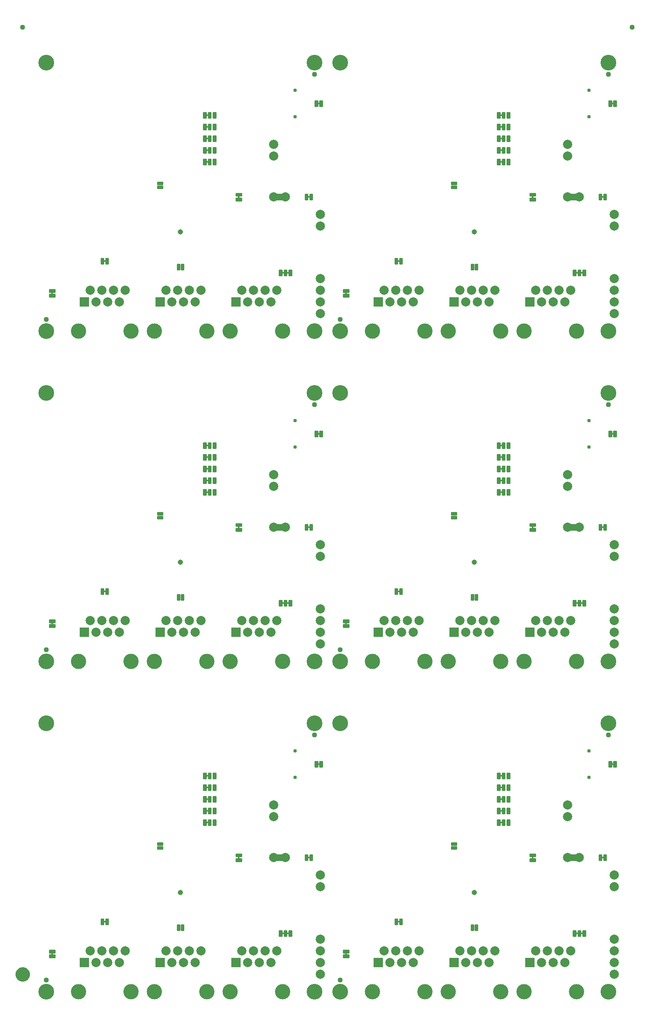
<source format=gbs>
G04 EAGLE Gerber RS-274X export*
G75*
%MOMM*%
%FSLAX34Y34*%
%LPD*%
%INSoldermask Bottom*%
%IPPOS*%
%AMOC8*
5,1,8,0,0,1.08239X$1,22.5*%
G01*
%ADD10C,3.429000*%
%ADD11C,1.127000*%
%ADD12C,0.777000*%
%ADD13C,0.228344*%
%ADD14C,0.228600*%
%ADD15C,2.006600*%
%ADD16R,2.006600X2.006600*%
%ADD17C,3.327000*%
%ADD18C,1.143000*%
%ADD19C,1.270000*%
%ADD20C,1.627000*%

G36*
X535370Y1029093D02*
X535370Y1029093D01*
X535436Y1029095D01*
X535479Y1029113D01*
X535526Y1029121D01*
X535583Y1029155D01*
X535643Y1029180D01*
X535678Y1029211D01*
X535719Y1029236D01*
X535761Y1029287D01*
X535809Y1029331D01*
X535831Y1029373D01*
X535860Y1029410D01*
X535881Y1029472D01*
X535912Y1029531D01*
X535920Y1029585D01*
X535932Y1029622D01*
X535931Y1029662D01*
X535939Y1029716D01*
X535939Y1042924D01*
X535928Y1042989D01*
X535926Y1043055D01*
X535908Y1043098D01*
X535900Y1043145D01*
X535866Y1043202D01*
X535841Y1043262D01*
X535810Y1043297D01*
X535785Y1043338D01*
X535734Y1043380D01*
X535690Y1043428D01*
X535648Y1043450D01*
X535611Y1043479D01*
X535549Y1043500D01*
X535490Y1043531D01*
X535436Y1043539D01*
X535399Y1043551D01*
X535359Y1043550D01*
X535305Y1043558D01*
X531495Y1043558D01*
X531430Y1043547D01*
X531364Y1043545D01*
X531321Y1043527D01*
X531274Y1043519D01*
X531217Y1043485D01*
X531157Y1043460D01*
X531122Y1043429D01*
X531081Y1043404D01*
X531040Y1043353D01*
X530991Y1043309D01*
X530969Y1043267D01*
X530940Y1043230D01*
X530919Y1043168D01*
X530888Y1043109D01*
X530880Y1043055D01*
X530868Y1043018D01*
X530869Y1042978D01*
X530861Y1042924D01*
X530861Y1029716D01*
X530872Y1029651D01*
X530874Y1029585D01*
X530892Y1029542D01*
X530900Y1029495D01*
X530934Y1029438D01*
X530959Y1029378D01*
X530990Y1029343D01*
X531015Y1029302D01*
X531066Y1029261D01*
X531110Y1029212D01*
X531152Y1029190D01*
X531189Y1029161D01*
X531251Y1029140D01*
X531310Y1029109D01*
X531364Y1029101D01*
X531401Y1029089D01*
X531441Y1029090D01*
X531495Y1029082D01*
X535305Y1029082D01*
X535370Y1029093D01*
G37*
G36*
X1175450Y1029093D02*
X1175450Y1029093D01*
X1175516Y1029095D01*
X1175559Y1029113D01*
X1175606Y1029121D01*
X1175663Y1029155D01*
X1175723Y1029180D01*
X1175758Y1029211D01*
X1175799Y1029236D01*
X1175841Y1029287D01*
X1175889Y1029331D01*
X1175911Y1029373D01*
X1175940Y1029410D01*
X1175961Y1029472D01*
X1175992Y1029531D01*
X1176000Y1029585D01*
X1176012Y1029622D01*
X1176011Y1029662D01*
X1176019Y1029716D01*
X1176019Y1042924D01*
X1176008Y1042989D01*
X1176006Y1043055D01*
X1175988Y1043098D01*
X1175980Y1043145D01*
X1175946Y1043202D01*
X1175921Y1043262D01*
X1175890Y1043297D01*
X1175865Y1043338D01*
X1175814Y1043380D01*
X1175770Y1043428D01*
X1175728Y1043450D01*
X1175691Y1043479D01*
X1175629Y1043500D01*
X1175570Y1043531D01*
X1175516Y1043539D01*
X1175479Y1043551D01*
X1175439Y1043550D01*
X1175385Y1043558D01*
X1171575Y1043558D01*
X1171510Y1043547D01*
X1171444Y1043545D01*
X1171401Y1043527D01*
X1171354Y1043519D01*
X1171297Y1043485D01*
X1171237Y1043460D01*
X1171202Y1043429D01*
X1171161Y1043404D01*
X1171120Y1043353D01*
X1171071Y1043309D01*
X1171049Y1043267D01*
X1171020Y1043230D01*
X1170999Y1043168D01*
X1170968Y1043109D01*
X1170960Y1043055D01*
X1170948Y1043018D01*
X1170949Y1042978D01*
X1170941Y1042924D01*
X1170941Y1029716D01*
X1170952Y1029651D01*
X1170954Y1029585D01*
X1170972Y1029542D01*
X1170980Y1029495D01*
X1171014Y1029438D01*
X1171039Y1029378D01*
X1171070Y1029343D01*
X1171095Y1029302D01*
X1171146Y1029261D01*
X1171190Y1029212D01*
X1171232Y1029190D01*
X1171269Y1029161D01*
X1171331Y1029140D01*
X1171390Y1029109D01*
X1171444Y1029101D01*
X1171481Y1029089D01*
X1171521Y1029090D01*
X1171575Y1029082D01*
X1175385Y1029082D01*
X1175450Y1029093D01*
G37*
G36*
X1175450Y1747913D02*
X1175450Y1747913D01*
X1175516Y1747915D01*
X1175559Y1747933D01*
X1175606Y1747941D01*
X1175663Y1747975D01*
X1175723Y1748000D01*
X1175758Y1748031D01*
X1175799Y1748056D01*
X1175841Y1748107D01*
X1175889Y1748151D01*
X1175911Y1748193D01*
X1175940Y1748230D01*
X1175961Y1748292D01*
X1175992Y1748351D01*
X1176000Y1748405D01*
X1176012Y1748442D01*
X1176011Y1748482D01*
X1176019Y1748536D01*
X1176019Y1761744D01*
X1176008Y1761809D01*
X1176006Y1761875D01*
X1175988Y1761918D01*
X1175980Y1761965D01*
X1175946Y1762022D01*
X1175921Y1762082D01*
X1175890Y1762117D01*
X1175865Y1762158D01*
X1175814Y1762200D01*
X1175770Y1762248D01*
X1175728Y1762270D01*
X1175691Y1762299D01*
X1175629Y1762320D01*
X1175570Y1762351D01*
X1175516Y1762359D01*
X1175479Y1762371D01*
X1175439Y1762370D01*
X1175385Y1762378D01*
X1171575Y1762378D01*
X1171510Y1762367D01*
X1171444Y1762365D01*
X1171401Y1762347D01*
X1171354Y1762339D01*
X1171297Y1762305D01*
X1171237Y1762280D01*
X1171202Y1762249D01*
X1171161Y1762224D01*
X1171120Y1762173D01*
X1171071Y1762129D01*
X1171049Y1762087D01*
X1171020Y1762050D01*
X1170999Y1761988D01*
X1170968Y1761929D01*
X1170960Y1761875D01*
X1170948Y1761838D01*
X1170949Y1761798D01*
X1170941Y1761744D01*
X1170941Y1748536D01*
X1170952Y1748471D01*
X1170954Y1748405D01*
X1170972Y1748362D01*
X1170980Y1748315D01*
X1171014Y1748258D01*
X1171039Y1748198D01*
X1171070Y1748163D01*
X1171095Y1748122D01*
X1171146Y1748081D01*
X1171190Y1748032D01*
X1171232Y1748010D01*
X1171269Y1747981D01*
X1171331Y1747960D01*
X1171390Y1747929D01*
X1171444Y1747921D01*
X1171481Y1747909D01*
X1171521Y1747910D01*
X1171575Y1747902D01*
X1175385Y1747902D01*
X1175450Y1747913D01*
G37*
G36*
X535370Y1747913D02*
X535370Y1747913D01*
X535436Y1747915D01*
X535479Y1747933D01*
X535526Y1747941D01*
X535583Y1747975D01*
X535643Y1748000D01*
X535678Y1748031D01*
X535719Y1748056D01*
X535761Y1748107D01*
X535809Y1748151D01*
X535831Y1748193D01*
X535860Y1748230D01*
X535881Y1748292D01*
X535912Y1748351D01*
X535920Y1748405D01*
X535932Y1748442D01*
X535931Y1748482D01*
X535939Y1748536D01*
X535939Y1761744D01*
X535928Y1761809D01*
X535926Y1761875D01*
X535908Y1761918D01*
X535900Y1761965D01*
X535866Y1762022D01*
X535841Y1762082D01*
X535810Y1762117D01*
X535785Y1762158D01*
X535734Y1762200D01*
X535690Y1762248D01*
X535648Y1762270D01*
X535611Y1762299D01*
X535549Y1762320D01*
X535490Y1762351D01*
X535436Y1762359D01*
X535399Y1762371D01*
X535359Y1762370D01*
X535305Y1762378D01*
X531495Y1762378D01*
X531430Y1762367D01*
X531364Y1762365D01*
X531321Y1762347D01*
X531274Y1762339D01*
X531217Y1762305D01*
X531157Y1762280D01*
X531122Y1762249D01*
X531081Y1762224D01*
X531040Y1762173D01*
X530991Y1762129D01*
X530969Y1762087D01*
X530940Y1762050D01*
X530919Y1761988D01*
X530888Y1761929D01*
X530880Y1761875D01*
X530868Y1761838D01*
X530869Y1761798D01*
X530861Y1761744D01*
X530861Y1748536D01*
X530872Y1748471D01*
X530874Y1748405D01*
X530892Y1748362D01*
X530900Y1748315D01*
X530934Y1748258D01*
X530959Y1748198D01*
X530990Y1748163D01*
X531015Y1748122D01*
X531066Y1748081D01*
X531110Y1748032D01*
X531152Y1748010D01*
X531189Y1747981D01*
X531251Y1747960D01*
X531310Y1747929D01*
X531364Y1747921D01*
X531401Y1747909D01*
X531441Y1747910D01*
X531495Y1747902D01*
X535305Y1747902D01*
X535370Y1747913D01*
G37*
G36*
X1175450Y310273D02*
X1175450Y310273D01*
X1175516Y310275D01*
X1175559Y310293D01*
X1175606Y310301D01*
X1175663Y310335D01*
X1175723Y310360D01*
X1175758Y310391D01*
X1175799Y310416D01*
X1175841Y310467D01*
X1175889Y310511D01*
X1175911Y310553D01*
X1175940Y310590D01*
X1175961Y310652D01*
X1175992Y310711D01*
X1176000Y310765D01*
X1176012Y310802D01*
X1176011Y310842D01*
X1176019Y310896D01*
X1176019Y324104D01*
X1176008Y324169D01*
X1176006Y324235D01*
X1175988Y324278D01*
X1175980Y324325D01*
X1175946Y324382D01*
X1175921Y324442D01*
X1175890Y324477D01*
X1175865Y324518D01*
X1175814Y324560D01*
X1175770Y324608D01*
X1175728Y324630D01*
X1175691Y324659D01*
X1175629Y324680D01*
X1175570Y324711D01*
X1175516Y324719D01*
X1175479Y324731D01*
X1175439Y324730D01*
X1175385Y324738D01*
X1171575Y324738D01*
X1171510Y324727D01*
X1171444Y324725D01*
X1171401Y324707D01*
X1171354Y324699D01*
X1171297Y324665D01*
X1171237Y324640D01*
X1171202Y324609D01*
X1171161Y324584D01*
X1171120Y324533D01*
X1171071Y324489D01*
X1171049Y324447D01*
X1171020Y324410D01*
X1170999Y324348D01*
X1170968Y324289D01*
X1170960Y324235D01*
X1170948Y324198D01*
X1170949Y324158D01*
X1170941Y324104D01*
X1170941Y310896D01*
X1170952Y310831D01*
X1170954Y310765D01*
X1170972Y310722D01*
X1170980Y310675D01*
X1171014Y310618D01*
X1171039Y310558D01*
X1171070Y310523D01*
X1171095Y310482D01*
X1171146Y310441D01*
X1171190Y310392D01*
X1171232Y310370D01*
X1171269Y310341D01*
X1171331Y310320D01*
X1171390Y310289D01*
X1171444Y310281D01*
X1171481Y310269D01*
X1171521Y310270D01*
X1171575Y310262D01*
X1175385Y310262D01*
X1175450Y310273D01*
G37*
G36*
X535370Y310273D02*
X535370Y310273D01*
X535436Y310275D01*
X535479Y310293D01*
X535526Y310301D01*
X535583Y310335D01*
X535643Y310360D01*
X535678Y310391D01*
X535719Y310416D01*
X535761Y310467D01*
X535809Y310511D01*
X535831Y310553D01*
X535860Y310590D01*
X535881Y310652D01*
X535912Y310711D01*
X535920Y310765D01*
X535932Y310802D01*
X535931Y310842D01*
X535939Y310896D01*
X535939Y324104D01*
X535928Y324169D01*
X535926Y324235D01*
X535908Y324278D01*
X535900Y324325D01*
X535866Y324382D01*
X535841Y324442D01*
X535810Y324477D01*
X535785Y324518D01*
X535734Y324560D01*
X535690Y324608D01*
X535648Y324630D01*
X535611Y324659D01*
X535549Y324680D01*
X535490Y324711D01*
X535436Y324719D01*
X535399Y324731D01*
X535359Y324730D01*
X535305Y324738D01*
X531495Y324738D01*
X531430Y324727D01*
X531364Y324725D01*
X531321Y324707D01*
X531274Y324699D01*
X531217Y324665D01*
X531157Y324640D01*
X531122Y324609D01*
X531081Y324584D01*
X531040Y324533D01*
X530991Y324489D01*
X530969Y324447D01*
X530940Y324410D01*
X530919Y324348D01*
X530888Y324289D01*
X530880Y324235D01*
X530868Y324198D01*
X530869Y324158D01*
X530861Y324104D01*
X530861Y310896D01*
X530872Y310831D01*
X530874Y310765D01*
X530892Y310722D01*
X530900Y310675D01*
X530934Y310618D01*
X530959Y310558D01*
X530990Y310523D01*
X531015Y310482D01*
X531066Y310441D01*
X531110Y310392D01*
X531152Y310370D01*
X531189Y310341D01*
X531251Y310320D01*
X531310Y310289D01*
X531364Y310281D01*
X531401Y310269D01*
X531441Y310270D01*
X531495Y310262D01*
X535305Y310262D01*
X535370Y310273D01*
G37*
G36*
X39435Y1543062D02*
X39435Y1543062D01*
X39501Y1543064D01*
X39544Y1543082D01*
X39591Y1543090D01*
X39648Y1543124D01*
X39708Y1543149D01*
X39743Y1543180D01*
X39784Y1543205D01*
X39826Y1543256D01*
X39874Y1543300D01*
X39896Y1543342D01*
X39925Y1543379D01*
X39946Y1543441D01*
X39977Y1543500D01*
X39985Y1543554D01*
X39997Y1543591D01*
X39996Y1543631D01*
X40004Y1543685D01*
X40004Y1547495D01*
X39993Y1547560D01*
X39991Y1547626D01*
X39973Y1547669D01*
X39965Y1547716D01*
X39931Y1547773D01*
X39906Y1547833D01*
X39875Y1547868D01*
X39850Y1547909D01*
X39799Y1547951D01*
X39755Y1547999D01*
X39713Y1548021D01*
X39676Y1548050D01*
X39614Y1548071D01*
X39555Y1548102D01*
X39501Y1548110D01*
X39464Y1548122D01*
X39424Y1548121D01*
X39370Y1548129D01*
X36830Y1548129D01*
X36765Y1548118D01*
X36699Y1548116D01*
X36656Y1548098D01*
X36609Y1548090D01*
X36552Y1548056D01*
X36492Y1548031D01*
X36457Y1548000D01*
X36416Y1547975D01*
X36375Y1547924D01*
X36326Y1547880D01*
X36304Y1547838D01*
X36275Y1547801D01*
X36254Y1547739D01*
X36223Y1547680D01*
X36215Y1547626D01*
X36203Y1547589D01*
X36203Y1547585D01*
X36203Y1547584D01*
X36204Y1547549D01*
X36196Y1547495D01*
X36196Y1543685D01*
X36207Y1543620D01*
X36209Y1543554D01*
X36227Y1543511D01*
X36235Y1543464D01*
X36269Y1543407D01*
X36294Y1543347D01*
X36325Y1543312D01*
X36350Y1543271D01*
X36401Y1543230D01*
X36445Y1543181D01*
X36487Y1543159D01*
X36524Y1543130D01*
X36586Y1543109D01*
X36645Y1543078D01*
X36699Y1543070D01*
X36736Y1543058D01*
X36776Y1543059D01*
X36830Y1543051D01*
X39370Y1543051D01*
X39435Y1543062D01*
G37*
G36*
X679515Y1543062D02*
X679515Y1543062D01*
X679581Y1543064D01*
X679624Y1543082D01*
X679671Y1543090D01*
X679728Y1543124D01*
X679788Y1543149D01*
X679823Y1543180D01*
X679864Y1543205D01*
X679906Y1543256D01*
X679954Y1543300D01*
X679976Y1543342D01*
X680005Y1543379D01*
X680026Y1543441D01*
X680057Y1543500D01*
X680065Y1543554D01*
X680077Y1543591D01*
X680076Y1543631D01*
X680084Y1543685D01*
X680084Y1547495D01*
X680073Y1547560D01*
X680071Y1547626D01*
X680053Y1547669D01*
X680045Y1547716D01*
X680011Y1547773D01*
X679986Y1547833D01*
X679955Y1547868D01*
X679930Y1547909D01*
X679879Y1547951D01*
X679835Y1547999D01*
X679793Y1548021D01*
X679756Y1548050D01*
X679694Y1548071D01*
X679635Y1548102D01*
X679581Y1548110D01*
X679544Y1548122D01*
X679504Y1548121D01*
X679450Y1548129D01*
X676910Y1548129D01*
X676845Y1548118D01*
X676779Y1548116D01*
X676736Y1548098D01*
X676689Y1548090D01*
X676632Y1548056D01*
X676572Y1548031D01*
X676537Y1548000D01*
X676496Y1547975D01*
X676455Y1547924D01*
X676406Y1547880D01*
X676384Y1547838D01*
X676355Y1547801D01*
X676334Y1547739D01*
X676303Y1547680D01*
X676295Y1547626D01*
X676283Y1547589D01*
X676283Y1547585D01*
X676283Y1547584D01*
X676284Y1547549D01*
X676276Y1547495D01*
X676276Y1543685D01*
X676287Y1543620D01*
X676289Y1543554D01*
X676307Y1543511D01*
X676315Y1543464D01*
X676349Y1543407D01*
X676374Y1543347D01*
X676405Y1543312D01*
X676430Y1543271D01*
X676481Y1543230D01*
X676525Y1543181D01*
X676567Y1543159D01*
X676604Y1543130D01*
X676666Y1543109D01*
X676725Y1543078D01*
X676779Y1543070D01*
X676816Y1543058D01*
X676856Y1543059D01*
X676910Y1543051D01*
X679450Y1543051D01*
X679515Y1543062D01*
G37*
G36*
X445835Y1752612D02*
X445835Y1752612D01*
X445901Y1752614D01*
X445944Y1752632D01*
X445991Y1752640D01*
X446048Y1752674D01*
X446108Y1752699D01*
X446143Y1752730D01*
X446184Y1752755D01*
X446226Y1752806D01*
X446274Y1752850D01*
X446296Y1752892D01*
X446325Y1752929D01*
X446346Y1752991D01*
X446377Y1753050D01*
X446385Y1753104D01*
X446397Y1753141D01*
X446396Y1753181D01*
X446404Y1753235D01*
X446404Y1757045D01*
X446393Y1757110D01*
X446391Y1757176D01*
X446373Y1757219D01*
X446365Y1757266D01*
X446331Y1757323D01*
X446306Y1757383D01*
X446275Y1757418D01*
X446250Y1757459D01*
X446199Y1757501D01*
X446155Y1757549D01*
X446113Y1757571D01*
X446076Y1757600D01*
X446014Y1757621D01*
X445955Y1757652D01*
X445901Y1757660D01*
X445864Y1757672D01*
X445824Y1757671D01*
X445770Y1757679D01*
X443230Y1757679D01*
X443165Y1757668D01*
X443099Y1757666D01*
X443056Y1757648D01*
X443009Y1757640D01*
X442952Y1757606D01*
X442892Y1757581D01*
X442857Y1757550D01*
X442816Y1757525D01*
X442775Y1757474D01*
X442726Y1757430D01*
X442704Y1757388D01*
X442675Y1757351D01*
X442654Y1757289D01*
X442623Y1757230D01*
X442615Y1757176D01*
X442603Y1757139D01*
X442603Y1757135D01*
X442603Y1757134D01*
X442604Y1757099D01*
X442596Y1757045D01*
X442596Y1753235D01*
X442607Y1753170D01*
X442609Y1753104D01*
X442627Y1753061D01*
X442635Y1753014D01*
X442669Y1752957D01*
X442694Y1752897D01*
X442725Y1752862D01*
X442750Y1752821D01*
X442801Y1752780D01*
X442845Y1752731D01*
X442887Y1752709D01*
X442924Y1752680D01*
X442986Y1752659D01*
X443045Y1752628D01*
X443099Y1752620D01*
X443136Y1752608D01*
X443176Y1752609D01*
X443230Y1752601D01*
X445770Y1752601D01*
X445835Y1752612D01*
G37*
G36*
X1085915Y1752612D02*
X1085915Y1752612D01*
X1085981Y1752614D01*
X1086024Y1752632D01*
X1086071Y1752640D01*
X1086128Y1752674D01*
X1086188Y1752699D01*
X1086223Y1752730D01*
X1086264Y1752755D01*
X1086306Y1752806D01*
X1086354Y1752850D01*
X1086376Y1752892D01*
X1086405Y1752929D01*
X1086426Y1752991D01*
X1086457Y1753050D01*
X1086465Y1753104D01*
X1086477Y1753141D01*
X1086476Y1753181D01*
X1086484Y1753235D01*
X1086484Y1757045D01*
X1086473Y1757110D01*
X1086471Y1757176D01*
X1086453Y1757219D01*
X1086445Y1757266D01*
X1086411Y1757323D01*
X1086386Y1757383D01*
X1086355Y1757418D01*
X1086330Y1757459D01*
X1086279Y1757501D01*
X1086235Y1757549D01*
X1086193Y1757571D01*
X1086156Y1757600D01*
X1086094Y1757621D01*
X1086035Y1757652D01*
X1085981Y1757660D01*
X1085944Y1757672D01*
X1085904Y1757671D01*
X1085850Y1757679D01*
X1083310Y1757679D01*
X1083245Y1757668D01*
X1083179Y1757666D01*
X1083136Y1757648D01*
X1083089Y1757640D01*
X1083032Y1757606D01*
X1082972Y1757581D01*
X1082937Y1757550D01*
X1082896Y1757525D01*
X1082855Y1757474D01*
X1082806Y1757430D01*
X1082784Y1757388D01*
X1082755Y1757351D01*
X1082734Y1757289D01*
X1082703Y1757230D01*
X1082695Y1757176D01*
X1082683Y1757139D01*
X1082683Y1757135D01*
X1082683Y1757134D01*
X1082684Y1757099D01*
X1082676Y1757045D01*
X1082676Y1753235D01*
X1082687Y1753170D01*
X1082689Y1753104D01*
X1082707Y1753061D01*
X1082715Y1753014D01*
X1082749Y1752957D01*
X1082774Y1752897D01*
X1082805Y1752862D01*
X1082830Y1752821D01*
X1082881Y1752780D01*
X1082925Y1752731D01*
X1082967Y1752709D01*
X1083004Y1752680D01*
X1083066Y1752659D01*
X1083125Y1752628D01*
X1083179Y1752620D01*
X1083216Y1752608D01*
X1083256Y1752609D01*
X1083310Y1752601D01*
X1085850Y1752601D01*
X1085915Y1752612D01*
G37*
G36*
X1085915Y1033792D02*
X1085915Y1033792D01*
X1085981Y1033794D01*
X1086024Y1033812D01*
X1086071Y1033820D01*
X1086128Y1033854D01*
X1086188Y1033879D01*
X1086223Y1033910D01*
X1086264Y1033935D01*
X1086306Y1033986D01*
X1086354Y1034030D01*
X1086376Y1034072D01*
X1086405Y1034109D01*
X1086426Y1034171D01*
X1086457Y1034230D01*
X1086465Y1034284D01*
X1086477Y1034321D01*
X1086476Y1034361D01*
X1086484Y1034415D01*
X1086484Y1038225D01*
X1086473Y1038290D01*
X1086471Y1038356D01*
X1086453Y1038399D01*
X1086445Y1038446D01*
X1086411Y1038503D01*
X1086386Y1038563D01*
X1086355Y1038598D01*
X1086330Y1038639D01*
X1086279Y1038681D01*
X1086235Y1038729D01*
X1086193Y1038751D01*
X1086156Y1038780D01*
X1086094Y1038801D01*
X1086035Y1038832D01*
X1085981Y1038840D01*
X1085944Y1038852D01*
X1085904Y1038851D01*
X1085850Y1038859D01*
X1083310Y1038859D01*
X1083245Y1038848D01*
X1083179Y1038846D01*
X1083136Y1038828D01*
X1083089Y1038820D01*
X1083032Y1038786D01*
X1082972Y1038761D01*
X1082937Y1038730D01*
X1082896Y1038705D01*
X1082855Y1038654D01*
X1082806Y1038610D01*
X1082784Y1038568D01*
X1082755Y1038531D01*
X1082734Y1038469D01*
X1082703Y1038410D01*
X1082695Y1038356D01*
X1082683Y1038319D01*
X1082683Y1038315D01*
X1082683Y1038314D01*
X1082684Y1038279D01*
X1082676Y1038225D01*
X1082676Y1034415D01*
X1082687Y1034350D01*
X1082689Y1034284D01*
X1082707Y1034241D01*
X1082715Y1034194D01*
X1082749Y1034137D01*
X1082774Y1034077D01*
X1082805Y1034042D01*
X1082830Y1034001D01*
X1082881Y1033960D01*
X1082925Y1033911D01*
X1082967Y1033889D01*
X1083004Y1033860D01*
X1083066Y1033839D01*
X1083125Y1033808D01*
X1083179Y1033800D01*
X1083216Y1033788D01*
X1083256Y1033789D01*
X1083310Y1033781D01*
X1085850Y1033781D01*
X1085915Y1033792D01*
G37*
G36*
X445835Y1033792D02*
X445835Y1033792D01*
X445901Y1033794D01*
X445944Y1033812D01*
X445991Y1033820D01*
X446048Y1033854D01*
X446108Y1033879D01*
X446143Y1033910D01*
X446184Y1033935D01*
X446226Y1033986D01*
X446274Y1034030D01*
X446296Y1034072D01*
X446325Y1034109D01*
X446346Y1034171D01*
X446377Y1034230D01*
X446385Y1034284D01*
X446397Y1034321D01*
X446396Y1034361D01*
X446404Y1034415D01*
X446404Y1038225D01*
X446393Y1038290D01*
X446391Y1038356D01*
X446373Y1038399D01*
X446365Y1038446D01*
X446331Y1038503D01*
X446306Y1038563D01*
X446275Y1038598D01*
X446250Y1038639D01*
X446199Y1038681D01*
X446155Y1038729D01*
X446113Y1038751D01*
X446076Y1038780D01*
X446014Y1038801D01*
X445955Y1038832D01*
X445901Y1038840D01*
X445864Y1038852D01*
X445824Y1038851D01*
X445770Y1038859D01*
X443230Y1038859D01*
X443165Y1038848D01*
X443099Y1038846D01*
X443056Y1038828D01*
X443009Y1038820D01*
X442952Y1038786D01*
X442892Y1038761D01*
X442857Y1038730D01*
X442816Y1038705D01*
X442775Y1038654D01*
X442726Y1038610D01*
X442704Y1038568D01*
X442675Y1038531D01*
X442654Y1038469D01*
X442623Y1038410D01*
X442615Y1038356D01*
X442603Y1038319D01*
X442603Y1038315D01*
X442603Y1038314D01*
X442604Y1038279D01*
X442596Y1038225D01*
X442596Y1034415D01*
X442607Y1034350D01*
X442609Y1034284D01*
X442627Y1034241D01*
X442635Y1034194D01*
X442669Y1034137D01*
X442694Y1034077D01*
X442725Y1034042D01*
X442750Y1034001D01*
X442801Y1033960D01*
X442845Y1033911D01*
X442887Y1033889D01*
X442924Y1033860D01*
X442986Y1033839D01*
X443045Y1033808D01*
X443099Y1033800D01*
X443136Y1033788D01*
X443176Y1033789D01*
X443230Y1033781D01*
X445770Y1033781D01*
X445835Y1033792D01*
G37*
G36*
X39435Y824242D02*
X39435Y824242D01*
X39501Y824244D01*
X39544Y824262D01*
X39591Y824270D01*
X39648Y824304D01*
X39708Y824329D01*
X39743Y824360D01*
X39784Y824385D01*
X39826Y824436D01*
X39874Y824480D01*
X39896Y824522D01*
X39925Y824559D01*
X39946Y824621D01*
X39977Y824680D01*
X39985Y824734D01*
X39997Y824771D01*
X39996Y824811D01*
X40004Y824865D01*
X40004Y828675D01*
X39993Y828740D01*
X39991Y828806D01*
X39973Y828849D01*
X39965Y828896D01*
X39931Y828953D01*
X39906Y829013D01*
X39875Y829048D01*
X39850Y829089D01*
X39799Y829131D01*
X39755Y829179D01*
X39713Y829201D01*
X39676Y829230D01*
X39614Y829251D01*
X39555Y829282D01*
X39501Y829290D01*
X39464Y829302D01*
X39424Y829301D01*
X39370Y829309D01*
X36830Y829309D01*
X36765Y829298D01*
X36699Y829296D01*
X36656Y829278D01*
X36609Y829270D01*
X36552Y829236D01*
X36492Y829211D01*
X36457Y829180D01*
X36416Y829155D01*
X36375Y829104D01*
X36326Y829060D01*
X36304Y829018D01*
X36275Y828981D01*
X36254Y828919D01*
X36223Y828860D01*
X36215Y828806D01*
X36203Y828769D01*
X36203Y828765D01*
X36203Y828764D01*
X36204Y828729D01*
X36196Y828675D01*
X36196Y824865D01*
X36207Y824800D01*
X36209Y824734D01*
X36227Y824691D01*
X36235Y824644D01*
X36269Y824587D01*
X36294Y824527D01*
X36325Y824492D01*
X36350Y824451D01*
X36401Y824410D01*
X36445Y824361D01*
X36487Y824339D01*
X36524Y824310D01*
X36586Y824289D01*
X36645Y824258D01*
X36699Y824250D01*
X36736Y824238D01*
X36776Y824239D01*
X36830Y824231D01*
X39370Y824231D01*
X39435Y824242D01*
G37*
G36*
X679515Y824242D02*
X679515Y824242D01*
X679581Y824244D01*
X679624Y824262D01*
X679671Y824270D01*
X679728Y824304D01*
X679788Y824329D01*
X679823Y824360D01*
X679864Y824385D01*
X679906Y824436D01*
X679954Y824480D01*
X679976Y824522D01*
X680005Y824559D01*
X680026Y824621D01*
X680057Y824680D01*
X680065Y824734D01*
X680077Y824771D01*
X680076Y824811D01*
X680084Y824865D01*
X680084Y828675D01*
X680073Y828740D01*
X680071Y828806D01*
X680053Y828849D01*
X680045Y828896D01*
X680011Y828953D01*
X679986Y829013D01*
X679955Y829048D01*
X679930Y829089D01*
X679879Y829131D01*
X679835Y829179D01*
X679793Y829201D01*
X679756Y829230D01*
X679694Y829251D01*
X679635Y829282D01*
X679581Y829290D01*
X679544Y829302D01*
X679504Y829301D01*
X679450Y829309D01*
X676910Y829309D01*
X676845Y829298D01*
X676779Y829296D01*
X676736Y829278D01*
X676689Y829270D01*
X676632Y829236D01*
X676572Y829211D01*
X676537Y829180D01*
X676496Y829155D01*
X676455Y829104D01*
X676406Y829060D01*
X676384Y829018D01*
X676355Y828981D01*
X676334Y828919D01*
X676303Y828860D01*
X676295Y828806D01*
X676283Y828769D01*
X676283Y828765D01*
X676283Y828764D01*
X676284Y828729D01*
X676276Y828675D01*
X676276Y824865D01*
X676287Y824800D01*
X676289Y824734D01*
X676307Y824691D01*
X676315Y824644D01*
X676349Y824587D01*
X676374Y824527D01*
X676405Y824492D01*
X676430Y824451D01*
X676481Y824410D01*
X676525Y824361D01*
X676567Y824339D01*
X676604Y824310D01*
X676666Y824289D01*
X676725Y824258D01*
X676779Y824250D01*
X676816Y824238D01*
X676856Y824239D01*
X676910Y824231D01*
X679450Y824231D01*
X679515Y824242D01*
G37*
G36*
X679515Y105422D02*
X679515Y105422D01*
X679581Y105424D01*
X679624Y105442D01*
X679671Y105450D01*
X679728Y105484D01*
X679788Y105509D01*
X679823Y105540D01*
X679864Y105565D01*
X679906Y105616D01*
X679954Y105660D01*
X679976Y105702D01*
X680005Y105739D01*
X680026Y105801D01*
X680057Y105860D01*
X680065Y105914D01*
X680077Y105951D01*
X680076Y105991D01*
X680084Y106045D01*
X680084Y109855D01*
X680073Y109920D01*
X680071Y109986D01*
X680053Y110029D01*
X680045Y110076D01*
X680011Y110133D01*
X679986Y110193D01*
X679955Y110228D01*
X679930Y110269D01*
X679879Y110311D01*
X679835Y110359D01*
X679793Y110381D01*
X679756Y110410D01*
X679694Y110431D01*
X679635Y110462D01*
X679581Y110470D01*
X679544Y110482D01*
X679504Y110481D01*
X679450Y110489D01*
X676910Y110489D01*
X676845Y110478D01*
X676779Y110476D01*
X676736Y110458D01*
X676689Y110450D01*
X676632Y110416D01*
X676572Y110391D01*
X676537Y110360D01*
X676496Y110335D01*
X676455Y110284D01*
X676406Y110240D01*
X676384Y110198D01*
X676355Y110161D01*
X676334Y110099D01*
X676303Y110040D01*
X676295Y109986D01*
X676283Y109949D01*
X676283Y109945D01*
X676283Y109944D01*
X676284Y109909D01*
X676276Y109855D01*
X676276Y106045D01*
X676287Y105980D01*
X676289Y105914D01*
X676307Y105871D01*
X676315Y105824D01*
X676349Y105767D01*
X676374Y105707D01*
X676405Y105672D01*
X676430Y105631D01*
X676481Y105590D01*
X676525Y105541D01*
X676567Y105519D01*
X676604Y105490D01*
X676666Y105469D01*
X676725Y105438D01*
X676779Y105430D01*
X676816Y105418D01*
X676856Y105419D01*
X676910Y105411D01*
X679450Y105411D01*
X679515Y105422D01*
G37*
G36*
X1085915Y314972D02*
X1085915Y314972D01*
X1085981Y314974D01*
X1086024Y314992D01*
X1086071Y315000D01*
X1086128Y315034D01*
X1086188Y315059D01*
X1086223Y315090D01*
X1086264Y315115D01*
X1086306Y315166D01*
X1086354Y315210D01*
X1086376Y315252D01*
X1086405Y315289D01*
X1086426Y315351D01*
X1086457Y315410D01*
X1086465Y315464D01*
X1086477Y315501D01*
X1086476Y315541D01*
X1086484Y315595D01*
X1086484Y319405D01*
X1086473Y319470D01*
X1086471Y319536D01*
X1086453Y319579D01*
X1086445Y319626D01*
X1086411Y319683D01*
X1086386Y319743D01*
X1086355Y319778D01*
X1086330Y319819D01*
X1086279Y319861D01*
X1086235Y319909D01*
X1086193Y319931D01*
X1086156Y319960D01*
X1086094Y319981D01*
X1086035Y320012D01*
X1085981Y320020D01*
X1085944Y320032D01*
X1085904Y320031D01*
X1085850Y320039D01*
X1083310Y320039D01*
X1083245Y320028D01*
X1083179Y320026D01*
X1083136Y320008D01*
X1083089Y320000D01*
X1083032Y319966D01*
X1082972Y319941D01*
X1082937Y319910D01*
X1082896Y319885D01*
X1082855Y319834D01*
X1082806Y319790D01*
X1082784Y319748D01*
X1082755Y319711D01*
X1082734Y319649D01*
X1082703Y319590D01*
X1082695Y319536D01*
X1082683Y319499D01*
X1082683Y319495D01*
X1082683Y319494D01*
X1082684Y319459D01*
X1082676Y319405D01*
X1082676Y315595D01*
X1082687Y315530D01*
X1082689Y315464D01*
X1082707Y315421D01*
X1082715Y315374D01*
X1082749Y315317D01*
X1082774Y315257D01*
X1082805Y315222D01*
X1082830Y315181D01*
X1082881Y315140D01*
X1082925Y315091D01*
X1082967Y315069D01*
X1083004Y315040D01*
X1083066Y315019D01*
X1083125Y314988D01*
X1083179Y314980D01*
X1083216Y314968D01*
X1083256Y314969D01*
X1083310Y314961D01*
X1085850Y314961D01*
X1085915Y314972D01*
G37*
G36*
X445835Y314972D02*
X445835Y314972D01*
X445901Y314974D01*
X445944Y314992D01*
X445991Y315000D01*
X446048Y315034D01*
X446108Y315059D01*
X446143Y315090D01*
X446184Y315115D01*
X446226Y315166D01*
X446274Y315210D01*
X446296Y315252D01*
X446325Y315289D01*
X446346Y315351D01*
X446377Y315410D01*
X446385Y315464D01*
X446397Y315501D01*
X446396Y315541D01*
X446404Y315595D01*
X446404Y319405D01*
X446393Y319470D01*
X446391Y319536D01*
X446373Y319579D01*
X446365Y319626D01*
X446331Y319683D01*
X446306Y319743D01*
X446275Y319778D01*
X446250Y319819D01*
X446199Y319861D01*
X446155Y319909D01*
X446113Y319931D01*
X446076Y319960D01*
X446014Y319981D01*
X445955Y320012D01*
X445901Y320020D01*
X445864Y320032D01*
X445824Y320031D01*
X445770Y320039D01*
X443230Y320039D01*
X443165Y320028D01*
X443099Y320026D01*
X443056Y320008D01*
X443009Y320000D01*
X442952Y319966D01*
X442892Y319941D01*
X442857Y319910D01*
X442816Y319885D01*
X442775Y319834D01*
X442726Y319790D01*
X442704Y319748D01*
X442675Y319711D01*
X442654Y319649D01*
X442623Y319590D01*
X442615Y319536D01*
X442603Y319499D01*
X442603Y319495D01*
X442603Y319494D01*
X442604Y319459D01*
X442596Y319405D01*
X442596Y315595D01*
X442607Y315530D01*
X442609Y315464D01*
X442627Y315421D01*
X442635Y315374D01*
X442669Y315317D01*
X442694Y315257D01*
X442725Y315222D01*
X442750Y315181D01*
X442801Y315140D01*
X442845Y315091D01*
X442887Y315069D01*
X442924Y315040D01*
X442986Y315019D01*
X443045Y314988D01*
X443099Y314980D01*
X443136Y314968D01*
X443176Y314969D01*
X443230Y314961D01*
X445770Y314961D01*
X445835Y314972D01*
G37*
G36*
X39435Y105422D02*
X39435Y105422D01*
X39501Y105424D01*
X39544Y105442D01*
X39591Y105450D01*
X39648Y105484D01*
X39708Y105509D01*
X39743Y105540D01*
X39784Y105565D01*
X39826Y105616D01*
X39874Y105660D01*
X39896Y105702D01*
X39925Y105739D01*
X39946Y105801D01*
X39977Y105860D01*
X39985Y105914D01*
X39997Y105951D01*
X39996Y105991D01*
X40004Y106045D01*
X40004Y109855D01*
X39993Y109920D01*
X39991Y109986D01*
X39973Y110029D01*
X39965Y110076D01*
X39931Y110133D01*
X39906Y110193D01*
X39875Y110228D01*
X39850Y110269D01*
X39799Y110311D01*
X39755Y110359D01*
X39713Y110381D01*
X39676Y110410D01*
X39614Y110431D01*
X39555Y110462D01*
X39501Y110470D01*
X39464Y110482D01*
X39424Y110481D01*
X39370Y110489D01*
X36830Y110489D01*
X36765Y110478D01*
X36699Y110476D01*
X36656Y110458D01*
X36609Y110450D01*
X36552Y110416D01*
X36492Y110391D01*
X36457Y110360D01*
X36416Y110335D01*
X36375Y110284D01*
X36326Y110240D01*
X36304Y110198D01*
X36275Y110161D01*
X36254Y110099D01*
X36223Y110040D01*
X36215Y109986D01*
X36203Y109949D01*
X36203Y109945D01*
X36203Y109944D01*
X36204Y109909D01*
X36196Y109855D01*
X36196Y106045D01*
X36207Y105980D01*
X36209Y105914D01*
X36227Y105871D01*
X36235Y105824D01*
X36269Y105767D01*
X36294Y105707D01*
X36325Y105672D01*
X36350Y105631D01*
X36401Y105590D01*
X36445Y105541D01*
X36487Y105519D01*
X36524Y105490D01*
X36586Y105469D01*
X36645Y105438D01*
X36699Y105430D01*
X36736Y105418D01*
X36776Y105419D01*
X36830Y105411D01*
X39370Y105411D01*
X39435Y105422D01*
G37*
G36*
X598870Y1034427D02*
X598870Y1034427D01*
X598936Y1034429D01*
X598979Y1034447D01*
X599026Y1034455D01*
X599083Y1034489D01*
X599143Y1034514D01*
X599178Y1034545D01*
X599219Y1034570D01*
X599261Y1034621D01*
X599309Y1034665D01*
X599331Y1034707D01*
X599360Y1034744D01*
X599381Y1034806D01*
X599412Y1034865D01*
X599420Y1034919D01*
X599432Y1034956D01*
X599431Y1034996D01*
X599439Y1035050D01*
X599439Y1037590D01*
X599428Y1037655D01*
X599426Y1037721D01*
X599408Y1037764D01*
X599400Y1037811D01*
X599366Y1037868D01*
X599341Y1037928D01*
X599310Y1037963D01*
X599285Y1038004D01*
X599234Y1038046D01*
X599190Y1038094D01*
X599148Y1038116D01*
X599111Y1038145D01*
X599049Y1038166D01*
X598990Y1038197D01*
X598936Y1038205D01*
X598899Y1038217D01*
X598859Y1038216D01*
X598805Y1038224D01*
X594995Y1038224D01*
X594930Y1038213D01*
X594864Y1038211D01*
X594821Y1038193D01*
X594774Y1038185D01*
X594717Y1038151D01*
X594657Y1038126D01*
X594622Y1038095D01*
X594581Y1038070D01*
X594540Y1038019D01*
X594491Y1037975D01*
X594469Y1037933D01*
X594440Y1037896D01*
X594419Y1037834D01*
X594388Y1037775D01*
X594380Y1037721D01*
X594368Y1037684D01*
X594368Y1037681D01*
X594369Y1037644D01*
X594361Y1037590D01*
X594361Y1035050D01*
X594372Y1034985D01*
X594374Y1034919D01*
X594392Y1034876D01*
X594400Y1034829D01*
X594434Y1034772D01*
X594459Y1034712D01*
X594490Y1034677D01*
X594515Y1034636D01*
X594566Y1034595D01*
X594610Y1034546D01*
X594652Y1034524D01*
X594689Y1034495D01*
X594751Y1034474D01*
X594810Y1034443D01*
X594864Y1034435D01*
X594901Y1034423D01*
X594941Y1034424D01*
X594995Y1034416D01*
X598805Y1034416D01*
X598870Y1034427D01*
G37*
G36*
X1238950Y1034427D02*
X1238950Y1034427D01*
X1239016Y1034429D01*
X1239059Y1034447D01*
X1239106Y1034455D01*
X1239163Y1034489D01*
X1239223Y1034514D01*
X1239258Y1034545D01*
X1239299Y1034570D01*
X1239341Y1034621D01*
X1239389Y1034665D01*
X1239411Y1034707D01*
X1239440Y1034744D01*
X1239461Y1034806D01*
X1239492Y1034865D01*
X1239500Y1034919D01*
X1239512Y1034956D01*
X1239511Y1034996D01*
X1239519Y1035050D01*
X1239519Y1037590D01*
X1239508Y1037655D01*
X1239506Y1037721D01*
X1239488Y1037764D01*
X1239480Y1037811D01*
X1239446Y1037868D01*
X1239421Y1037928D01*
X1239390Y1037963D01*
X1239365Y1038004D01*
X1239314Y1038046D01*
X1239270Y1038094D01*
X1239228Y1038116D01*
X1239191Y1038145D01*
X1239129Y1038166D01*
X1239070Y1038197D01*
X1239016Y1038205D01*
X1238979Y1038217D01*
X1238939Y1038216D01*
X1238885Y1038224D01*
X1235075Y1038224D01*
X1235010Y1038213D01*
X1234944Y1038211D01*
X1234901Y1038193D01*
X1234854Y1038185D01*
X1234797Y1038151D01*
X1234737Y1038126D01*
X1234702Y1038095D01*
X1234661Y1038070D01*
X1234620Y1038019D01*
X1234571Y1037975D01*
X1234549Y1037933D01*
X1234520Y1037896D01*
X1234499Y1037834D01*
X1234468Y1037775D01*
X1234460Y1037721D01*
X1234448Y1037684D01*
X1234448Y1037681D01*
X1234449Y1037644D01*
X1234441Y1037590D01*
X1234441Y1035050D01*
X1234452Y1034985D01*
X1234454Y1034919D01*
X1234472Y1034876D01*
X1234480Y1034829D01*
X1234514Y1034772D01*
X1234539Y1034712D01*
X1234570Y1034677D01*
X1234595Y1034636D01*
X1234646Y1034595D01*
X1234690Y1034546D01*
X1234732Y1034524D01*
X1234769Y1034495D01*
X1234831Y1034474D01*
X1234890Y1034443D01*
X1234944Y1034435D01*
X1234981Y1034423D01*
X1235021Y1034424D01*
X1235075Y1034416D01*
X1238885Y1034416D01*
X1238950Y1034427D01*
G37*
G36*
X598870Y1753247D02*
X598870Y1753247D01*
X598936Y1753249D01*
X598979Y1753267D01*
X599026Y1753275D01*
X599083Y1753309D01*
X599143Y1753334D01*
X599178Y1753365D01*
X599219Y1753390D01*
X599261Y1753441D01*
X599309Y1753485D01*
X599331Y1753527D01*
X599360Y1753564D01*
X599381Y1753626D01*
X599412Y1753685D01*
X599420Y1753739D01*
X599432Y1753776D01*
X599431Y1753816D01*
X599439Y1753870D01*
X599439Y1756410D01*
X599428Y1756475D01*
X599426Y1756541D01*
X599408Y1756584D01*
X599400Y1756631D01*
X599366Y1756688D01*
X599341Y1756748D01*
X599310Y1756783D01*
X599285Y1756824D01*
X599234Y1756866D01*
X599190Y1756914D01*
X599148Y1756936D01*
X599111Y1756965D01*
X599049Y1756986D01*
X598990Y1757017D01*
X598936Y1757025D01*
X598899Y1757037D01*
X598859Y1757036D01*
X598805Y1757044D01*
X594995Y1757044D01*
X594930Y1757033D01*
X594864Y1757031D01*
X594821Y1757013D01*
X594774Y1757005D01*
X594717Y1756971D01*
X594657Y1756946D01*
X594622Y1756915D01*
X594581Y1756890D01*
X594540Y1756839D01*
X594491Y1756795D01*
X594469Y1756753D01*
X594440Y1756716D01*
X594419Y1756654D01*
X594388Y1756595D01*
X594380Y1756541D01*
X594368Y1756504D01*
X594368Y1756501D01*
X594369Y1756464D01*
X594361Y1756410D01*
X594361Y1753870D01*
X594372Y1753805D01*
X594374Y1753739D01*
X594392Y1753696D01*
X594400Y1753649D01*
X594434Y1753592D01*
X594459Y1753532D01*
X594490Y1753497D01*
X594515Y1753456D01*
X594566Y1753415D01*
X594610Y1753366D01*
X594652Y1753344D01*
X594689Y1753315D01*
X594751Y1753294D01*
X594810Y1753263D01*
X594864Y1753255D01*
X594901Y1753243D01*
X594941Y1753244D01*
X594995Y1753236D01*
X598805Y1753236D01*
X598870Y1753247D01*
G37*
G36*
X1238950Y1753247D02*
X1238950Y1753247D01*
X1239016Y1753249D01*
X1239059Y1753267D01*
X1239106Y1753275D01*
X1239163Y1753309D01*
X1239223Y1753334D01*
X1239258Y1753365D01*
X1239299Y1753390D01*
X1239341Y1753441D01*
X1239389Y1753485D01*
X1239411Y1753527D01*
X1239440Y1753564D01*
X1239461Y1753626D01*
X1239492Y1753685D01*
X1239500Y1753739D01*
X1239512Y1753776D01*
X1239511Y1753816D01*
X1239519Y1753870D01*
X1239519Y1756410D01*
X1239508Y1756475D01*
X1239506Y1756541D01*
X1239488Y1756584D01*
X1239480Y1756631D01*
X1239446Y1756688D01*
X1239421Y1756748D01*
X1239390Y1756783D01*
X1239365Y1756824D01*
X1239314Y1756866D01*
X1239270Y1756914D01*
X1239228Y1756936D01*
X1239191Y1756965D01*
X1239129Y1756986D01*
X1239070Y1757017D01*
X1239016Y1757025D01*
X1238979Y1757037D01*
X1238939Y1757036D01*
X1238885Y1757044D01*
X1235075Y1757044D01*
X1235010Y1757033D01*
X1234944Y1757031D01*
X1234901Y1757013D01*
X1234854Y1757005D01*
X1234797Y1756971D01*
X1234737Y1756946D01*
X1234702Y1756915D01*
X1234661Y1756890D01*
X1234620Y1756839D01*
X1234571Y1756795D01*
X1234549Y1756753D01*
X1234520Y1756716D01*
X1234499Y1756654D01*
X1234468Y1756595D01*
X1234460Y1756541D01*
X1234448Y1756504D01*
X1234448Y1756501D01*
X1234449Y1756464D01*
X1234441Y1756410D01*
X1234441Y1753870D01*
X1234452Y1753805D01*
X1234454Y1753739D01*
X1234472Y1753696D01*
X1234480Y1753649D01*
X1234514Y1753592D01*
X1234539Y1753532D01*
X1234570Y1753497D01*
X1234595Y1753456D01*
X1234646Y1753415D01*
X1234690Y1753366D01*
X1234732Y1753344D01*
X1234769Y1753315D01*
X1234831Y1753294D01*
X1234890Y1753263D01*
X1234944Y1753255D01*
X1234981Y1753243D01*
X1235021Y1753244D01*
X1235075Y1753236D01*
X1238885Y1753236D01*
X1238950Y1753247D01*
G37*
G36*
X794450Y1613547D02*
X794450Y1613547D01*
X794516Y1613549D01*
X794559Y1613567D01*
X794606Y1613575D01*
X794663Y1613609D01*
X794723Y1613634D01*
X794758Y1613665D01*
X794799Y1613690D01*
X794841Y1613741D01*
X794889Y1613785D01*
X794911Y1613827D01*
X794940Y1613864D01*
X794961Y1613926D01*
X794992Y1613985D01*
X795000Y1614039D01*
X795012Y1614076D01*
X795011Y1614116D01*
X795019Y1614170D01*
X795019Y1616710D01*
X795008Y1616775D01*
X795006Y1616841D01*
X794988Y1616884D01*
X794980Y1616931D01*
X794946Y1616988D01*
X794921Y1617048D01*
X794890Y1617083D01*
X794865Y1617124D01*
X794814Y1617166D01*
X794770Y1617214D01*
X794728Y1617236D01*
X794691Y1617265D01*
X794629Y1617286D01*
X794570Y1617317D01*
X794516Y1617325D01*
X794479Y1617337D01*
X794439Y1617336D01*
X794385Y1617344D01*
X790575Y1617344D01*
X790510Y1617333D01*
X790444Y1617331D01*
X790401Y1617313D01*
X790354Y1617305D01*
X790297Y1617271D01*
X790237Y1617246D01*
X790202Y1617215D01*
X790161Y1617190D01*
X790120Y1617139D01*
X790071Y1617095D01*
X790049Y1617053D01*
X790020Y1617016D01*
X789999Y1616954D01*
X789968Y1616895D01*
X789960Y1616841D01*
X789948Y1616804D01*
X789948Y1616801D01*
X789949Y1616764D01*
X789941Y1616710D01*
X789941Y1614170D01*
X789952Y1614105D01*
X789954Y1614039D01*
X789972Y1613996D01*
X789980Y1613949D01*
X790014Y1613892D01*
X790039Y1613832D01*
X790070Y1613797D01*
X790095Y1613756D01*
X790146Y1613715D01*
X790190Y1613666D01*
X790232Y1613644D01*
X790269Y1613615D01*
X790331Y1613594D01*
X790390Y1613563D01*
X790444Y1613555D01*
X790481Y1613543D01*
X790521Y1613544D01*
X790575Y1613536D01*
X794385Y1613536D01*
X794450Y1613547D01*
G37*
G36*
X154370Y1613547D02*
X154370Y1613547D01*
X154436Y1613549D01*
X154479Y1613567D01*
X154526Y1613575D01*
X154583Y1613609D01*
X154643Y1613634D01*
X154678Y1613665D01*
X154719Y1613690D01*
X154761Y1613741D01*
X154809Y1613785D01*
X154831Y1613827D01*
X154860Y1613864D01*
X154881Y1613926D01*
X154912Y1613985D01*
X154920Y1614039D01*
X154932Y1614076D01*
X154931Y1614116D01*
X154939Y1614170D01*
X154939Y1616710D01*
X154928Y1616775D01*
X154926Y1616841D01*
X154908Y1616884D01*
X154900Y1616931D01*
X154866Y1616988D01*
X154841Y1617048D01*
X154810Y1617083D01*
X154785Y1617124D01*
X154734Y1617166D01*
X154690Y1617214D01*
X154648Y1617236D01*
X154611Y1617265D01*
X154549Y1617286D01*
X154490Y1617317D01*
X154436Y1617325D01*
X154399Y1617337D01*
X154359Y1617336D01*
X154305Y1617344D01*
X150495Y1617344D01*
X150430Y1617333D01*
X150364Y1617331D01*
X150321Y1617313D01*
X150274Y1617305D01*
X150217Y1617271D01*
X150157Y1617246D01*
X150122Y1617215D01*
X150081Y1617190D01*
X150040Y1617139D01*
X149991Y1617095D01*
X149969Y1617053D01*
X149940Y1617016D01*
X149919Y1616954D01*
X149888Y1616895D01*
X149880Y1616841D01*
X149868Y1616804D01*
X149868Y1616801D01*
X149869Y1616764D01*
X149861Y1616710D01*
X149861Y1614170D01*
X149872Y1614105D01*
X149874Y1614039D01*
X149892Y1613996D01*
X149900Y1613949D01*
X149934Y1613892D01*
X149959Y1613832D01*
X149990Y1613797D01*
X150015Y1613756D01*
X150066Y1613715D01*
X150110Y1613666D01*
X150152Y1613644D01*
X150189Y1613615D01*
X150251Y1613594D01*
X150310Y1613563D01*
X150364Y1613555D01*
X150401Y1613543D01*
X150441Y1613544D01*
X150495Y1613536D01*
X154305Y1613536D01*
X154370Y1613547D01*
G37*
G36*
X1183070Y1588147D02*
X1183070Y1588147D01*
X1183136Y1588149D01*
X1183179Y1588167D01*
X1183226Y1588175D01*
X1183283Y1588209D01*
X1183343Y1588234D01*
X1183378Y1588265D01*
X1183419Y1588290D01*
X1183461Y1588341D01*
X1183509Y1588385D01*
X1183531Y1588427D01*
X1183560Y1588464D01*
X1183581Y1588526D01*
X1183612Y1588585D01*
X1183620Y1588639D01*
X1183632Y1588676D01*
X1183631Y1588716D01*
X1183639Y1588770D01*
X1183639Y1591310D01*
X1183628Y1591375D01*
X1183626Y1591441D01*
X1183608Y1591484D01*
X1183600Y1591531D01*
X1183566Y1591588D01*
X1183541Y1591648D01*
X1183510Y1591683D01*
X1183485Y1591724D01*
X1183434Y1591766D01*
X1183390Y1591814D01*
X1183348Y1591836D01*
X1183311Y1591865D01*
X1183249Y1591886D01*
X1183190Y1591917D01*
X1183136Y1591925D01*
X1183099Y1591937D01*
X1183059Y1591936D01*
X1183005Y1591944D01*
X1179195Y1591944D01*
X1179130Y1591933D01*
X1179064Y1591931D01*
X1179021Y1591913D01*
X1178974Y1591905D01*
X1178917Y1591871D01*
X1178857Y1591846D01*
X1178822Y1591815D01*
X1178781Y1591790D01*
X1178740Y1591739D01*
X1178691Y1591695D01*
X1178669Y1591653D01*
X1178640Y1591616D01*
X1178619Y1591554D01*
X1178588Y1591495D01*
X1178580Y1591441D01*
X1178568Y1591404D01*
X1178568Y1591401D01*
X1178569Y1591364D01*
X1178561Y1591310D01*
X1178561Y1588770D01*
X1178572Y1588705D01*
X1178574Y1588639D01*
X1178592Y1588596D01*
X1178600Y1588549D01*
X1178634Y1588492D01*
X1178659Y1588432D01*
X1178690Y1588397D01*
X1178715Y1588356D01*
X1178766Y1588315D01*
X1178810Y1588266D01*
X1178852Y1588244D01*
X1178889Y1588215D01*
X1178951Y1588194D01*
X1179010Y1588163D01*
X1179064Y1588155D01*
X1179101Y1588143D01*
X1179141Y1588144D01*
X1179195Y1588136D01*
X1183005Y1588136D01*
X1183070Y1588147D01*
G37*
G36*
X1193230Y1588147D02*
X1193230Y1588147D01*
X1193296Y1588149D01*
X1193339Y1588167D01*
X1193386Y1588175D01*
X1193443Y1588209D01*
X1193503Y1588234D01*
X1193538Y1588265D01*
X1193579Y1588290D01*
X1193621Y1588341D01*
X1193669Y1588385D01*
X1193691Y1588427D01*
X1193720Y1588464D01*
X1193741Y1588526D01*
X1193772Y1588585D01*
X1193780Y1588639D01*
X1193792Y1588676D01*
X1193791Y1588716D01*
X1193799Y1588770D01*
X1193799Y1591310D01*
X1193788Y1591375D01*
X1193786Y1591441D01*
X1193768Y1591484D01*
X1193760Y1591531D01*
X1193726Y1591588D01*
X1193701Y1591648D01*
X1193670Y1591683D01*
X1193645Y1591724D01*
X1193594Y1591766D01*
X1193550Y1591814D01*
X1193508Y1591836D01*
X1193471Y1591865D01*
X1193409Y1591886D01*
X1193350Y1591917D01*
X1193296Y1591925D01*
X1193259Y1591937D01*
X1193219Y1591936D01*
X1193165Y1591944D01*
X1189355Y1591944D01*
X1189290Y1591933D01*
X1189224Y1591931D01*
X1189181Y1591913D01*
X1189134Y1591905D01*
X1189077Y1591871D01*
X1189017Y1591846D01*
X1188982Y1591815D01*
X1188941Y1591790D01*
X1188900Y1591739D01*
X1188851Y1591695D01*
X1188829Y1591653D01*
X1188800Y1591616D01*
X1188779Y1591554D01*
X1188748Y1591495D01*
X1188740Y1591441D01*
X1188728Y1591404D01*
X1188728Y1591401D01*
X1188729Y1591364D01*
X1188721Y1591310D01*
X1188721Y1588770D01*
X1188732Y1588705D01*
X1188734Y1588639D01*
X1188752Y1588596D01*
X1188760Y1588549D01*
X1188794Y1588492D01*
X1188819Y1588432D01*
X1188850Y1588397D01*
X1188875Y1588356D01*
X1188926Y1588315D01*
X1188970Y1588266D01*
X1189012Y1588244D01*
X1189049Y1588215D01*
X1189111Y1588194D01*
X1189170Y1588163D01*
X1189224Y1588155D01*
X1189261Y1588143D01*
X1189301Y1588144D01*
X1189355Y1588136D01*
X1193165Y1588136D01*
X1193230Y1588147D01*
G37*
G36*
X542990Y1588147D02*
X542990Y1588147D01*
X543056Y1588149D01*
X543099Y1588167D01*
X543146Y1588175D01*
X543203Y1588209D01*
X543263Y1588234D01*
X543298Y1588265D01*
X543339Y1588290D01*
X543381Y1588341D01*
X543429Y1588385D01*
X543451Y1588427D01*
X543480Y1588464D01*
X543501Y1588526D01*
X543532Y1588585D01*
X543540Y1588639D01*
X543552Y1588676D01*
X543551Y1588716D01*
X543559Y1588770D01*
X543559Y1591310D01*
X543548Y1591375D01*
X543546Y1591441D01*
X543528Y1591484D01*
X543520Y1591531D01*
X543486Y1591588D01*
X543461Y1591648D01*
X543430Y1591683D01*
X543405Y1591724D01*
X543354Y1591766D01*
X543310Y1591814D01*
X543268Y1591836D01*
X543231Y1591865D01*
X543169Y1591886D01*
X543110Y1591917D01*
X543056Y1591925D01*
X543019Y1591937D01*
X542979Y1591936D01*
X542925Y1591944D01*
X539115Y1591944D01*
X539050Y1591933D01*
X538984Y1591931D01*
X538941Y1591913D01*
X538894Y1591905D01*
X538837Y1591871D01*
X538777Y1591846D01*
X538742Y1591815D01*
X538701Y1591790D01*
X538660Y1591739D01*
X538611Y1591695D01*
X538589Y1591653D01*
X538560Y1591616D01*
X538539Y1591554D01*
X538508Y1591495D01*
X538500Y1591441D01*
X538488Y1591404D01*
X538488Y1591401D01*
X538489Y1591364D01*
X538481Y1591310D01*
X538481Y1588770D01*
X538492Y1588705D01*
X538494Y1588639D01*
X538512Y1588596D01*
X538520Y1588549D01*
X538554Y1588492D01*
X538579Y1588432D01*
X538610Y1588397D01*
X538635Y1588356D01*
X538686Y1588315D01*
X538730Y1588266D01*
X538772Y1588244D01*
X538809Y1588215D01*
X538871Y1588194D01*
X538930Y1588163D01*
X538984Y1588155D01*
X539021Y1588143D01*
X539061Y1588144D01*
X539115Y1588136D01*
X542925Y1588136D01*
X542990Y1588147D01*
G37*
G36*
X553150Y1588147D02*
X553150Y1588147D01*
X553216Y1588149D01*
X553259Y1588167D01*
X553306Y1588175D01*
X553363Y1588209D01*
X553423Y1588234D01*
X553458Y1588265D01*
X553499Y1588290D01*
X553541Y1588341D01*
X553589Y1588385D01*
X553611Y1588427D01*
X553640Y1588464D01*
X553661Y1588526D01*
X553692Y1588585D01*
X553700Y1588639D01*
X553712Y1588676D01*
X553711Y1588716D01*
X553719Y1588770D01*
X553719Y1591310D01*
X553708Y1591375D01*
X553706Y1591441D01*
X553688Y1591484D01*
X553680Y1591531D01*
X553646Y1591588D01*
X553621Y1591648D01*
X553590Y1591683D01*
X553565Y1591724D01*
X553514Y1591766D01*
X553470Y1591814D01*
X553428Y1591836D01*
X553391Y1591865D01*
X553329Y1591886D01*
X553270Y1591917D01*
X553216Y1591925D01*
X553179Y1591937D01*
X553139Y1591936D01*
X553085Y1591944D01*
X549275Y1591944D01*
X549210Y1591933D01*
X549144Y1591931D01*
X549101Y1591913D01*
X549054Y1591905D01*
X548997Y1591871D01*
X548937Y1591846D01*
X548902Y1591815D01*
X548861Y1591790D01*
X548820Y1591739D01*
X548771Y1591695D01*
X548749Y1591653D01*
X548720Y1591616D01*
X548699Y1591554D01*
X548668Y1591495D01*
X548660Y1591441D01*
X548648Y1591404D01*
X548648Y1591401D01*
X548649Y1591364D01*
X548641Y1591310D01*
X548641Y1588770D01*
X548652Y1588705D01*
X548654Y1588639D01*
X548672Y1588596D01*
X548680Y1588549D01*
X548714Y1588492D01*
X548739Y1588432D01*
X548770Y1588397D01*
X548795Y1588356D01*
X548846Y1588315D01*
X548890Y1588266D01*
X548932Y1588244D01*
X548969Y1588215D01*
X549031Y1588194D01*
X549090Y1588163D01*
X549144Y1588155D01*
X549181Y1588143D01*
X549221Y1588144D01*
X549275Y1588136D01*
X553085Y1588136D01*
X553150Y1588147D01*
G37*
G36*
X620460Y1237627D02*
X620460Y1237627D01*
X620526Y1237629D01*
X620569Y1237647D01*
X620616Y1237655D01*
X620673Y1237689D01*
X620733Y1237714D01*
X620768Y1237745D01*
X620809Y1237770D01*
X620851Y1237821D01*
X620899Y1237865D01*
X620921Y1237907D01*
X620950Y1237944D01*
X620971Y1238006D01*
X621002Y1238065D01*
X621010Y1238119D01*
X621022Y1238156D01*
X621021Y1238196D01*
X621029Y1238250D01*
X621029Y1240790D01*
X621018Y1240855D01*
X621016Y1240921D01*
X620998Y1240964D01*
X620990Y1241011D01*
X620956Y1241068D01*
X620931Y1241128D01*
X620900Y1241163D01*
X620875Y1241204D01*
X620824Y1241246D01*
X620780Y1241294D01*
X620738Y1241316D01*
X620701Y1241345D01*
X620639Y1241366D01*
X620580Y1241397D01*
X620526Y1241405D01*
X620489Y1241417D01*
X620449Y1241416D01*
X620395Y1241424D01*
X616585Y1241424D01*
X616520Y1241413D01*
X616454Y1241411D01*
X616411Y1241393D01*
X616364Y1241385D01*
X616307Y1241351D01*
X616247Y1241326D01*
X616212Y1241295D01*
X616171Y1241270D01*
X616130Y1241219D01*
X616081Y1241175D01*
X616059Y1241133D01*
X616030Y1241096D01*
X616009Y1241034D01*
X615978Y1240975D01*
X615970Y1240921D01*
X615958Y1240884D01*
X615958Y1240881D01*
X615959Y1240844D01*
X615951Y1240790D01*
X615951Y1238250D01*
X615962Y1238185D01*
X615964Y1238119D01*
X615982Y1238076D01*
X615990Y1238029D01*
X616024Y1237972D01*
X616049Y1237912D01*
X616080Y1237877D01*
X616105Y1237836D01*
X616156Y1237795D01*
X616200Y1237746D01*
X616242Y1237724D01*
X616279Y1237695D01*
X616341Y1237674D01*
X616400Y1237643D01*
X616454Y1237635D01*
X616491Y1237623D01*
X616531Y1237624D01*
X616585Y1237616D01*
X620395Y1237616D01*
X620460Y1237627D01*
G37*
G36*
X1260540Y1237627D02*
X1260540Y1237627D01*
X1260606Y1237629D01*
X1260649Y1237647D01*
X1260696Y1237655D01*
X1260753Y1237689D01*
X1260813Y1237714D01*
X1260848Y1237745D01*
X1260889Y1237770D01*
X1260931Y1237821D01*
X1260979Y1237865D01*
X1261001Y1237907D01*
X1261030Y1237944D01*
X1261051Y1238006D01*
X1261082Y1238065D01*
X1261090Y1238119D01*
X1261102Y1238156D01*
X1261101Y1238196D01*
X1261109Y1238250D01*
X1261109Y1240790D01*
X1261098Y1240855D01*
X1261096Y1240921D01*
X1261078Y1240964D01*
X1261070Y1241011D01*
X1261036Y1241068D01*
X1261011Y1241128D01*
X1260980Y1241163D01*
X1260955Y1241204D01*
X1260904Y1241246D01*
X1260860Y1241294D01*
X1260818Y1241316D01*
X1260781Y1241345D01*
X1260719Y1241366D01*
X1260660Y1241397D01*
X1260606Y1241405D01*
X1260569Y1241417D01*
X1260529Y1241416D01*
X1260475Y1241424D01*
X1256665Y1241424D01*
X1256600Y1241413D01*
X1256534Y1241411D01*
X1256491Y1241393D01*
X1256444Y1241385D01*
X1256387Y1241351D01*
X1256327Y1241326D01*
X1256292Y1241295D01*
X1256251Y1241270D01*
X1256210Y1241219D01*
X1256161Y1241175D01*
X1256139Y1241133D01*
X1256110Y1241096D01*
X1256089Y1241034D01*
X1256058Y1240975D01*
X1256050Y1240921D01*
X1256038Y1240884D01*
X1256038Y1240881D01*
X1256039Y1240844D01*
X1256031Y1240790D01*
X1256031Y1238250D01*
X1256042Y1238185D01*
X1256044Y1238119D01*
X1256062Y1238076D01*
X1256070Y1238029D01*
X1256104Y1237972D01*
X1256129Y1237912D01*
X1256160Y1237877D01*
X1256185Y1237836D01*
X1256236Y1237795D01*
X1256280Y1237746D01*
X1256322Y1237724D01*
X1256359Y1237695D01*
X1256421Y1237674D01*
X1256480Y1237643D01*
X1256534Y1237635D01*
X1256571Y1237623D01*
X1256611Y1237624D01*
X1256665Y1237616D01*
X1260475Y1237616D01*
X1260540Y1237627D01*
G37*
G36*
X1017970Y1212227D02*
X1017970Y1212227D01*
X1018036Y1212229D01*
X1018079Y1212247D01*
X1018126Y1212255D01*
X1018183Y1212289D01*
X1018243Y1212314D01*
X1018278Y1212345D01*
X1018319Y1212370D01*
X1018361Y1212421D01*
X1018409Y1212465D01*
X1018431Y1212507D01*
X1018460Y1212544D01*
X1018481Y1212606D01*
X1018512Y1212665D01*
X1018520Y1212719D01*
X1018532Y1212756D01*
X1018531Y1212796D01*
X1018539Y1212850D01*
X1018539Y1215390D01*
X1018528Y1215455D01*
X1018526Y1215521D01*
X1018508Y1215564D01*
X1018500Y1215611D01*
X1018466Y1215668D01*
X1018441Y1215728D01*
X1018410Y1215763D01*
X1018385Y1215804D01*
X1018334Y1215846D01*
X1018290Y1215894D01*
X1018248Y1215916D01*
X1018211Y1215945D01*
X1018149Y1215966D01*
X1018090Y1215997D01*
X1018036Y1216005D01*
X1017999Y1216017D01*
X1017959Y1216016D01*
X1017905Y1216024D01*
X1014095Y1216024D01*
X1014030Y1216013D01*
X1013964Y1216011D01*
X1013921Y1215993D01*
X1013874Y1215985D01*
X1013817Y1215951D01*
X1013757Y1215926D01*
X1013722Y1215895D01*
X1013681Y1215870D01*
X1013640Y1215819D01*
X1013591Y1215775D01*
X1013569Y1215733D01*
X1013540Y1215696D01*
X1013519Y1215634D01*
X1013488Y1215575D01*
X1013480Y1215521D01*
X1013468Y1215484D01*
X1013468Y1215481D01*
X1013469Y1215444D01*
X1013461Y1215390D01*
X1013461Y1212850D01*
X1013472Y1212785D01*
X1013474Y1212719D01*
X1013492Y1212676D01*
X1013500Y1212629D01*
X1013534Y1212572D01*
X1013559Y1212512D01*
X1013590Y1212477D01*
X1013615Y1212436D01*
X1013666Y1212395D01*
X1013710Y1212346D01*
X1013752Y1212324D01*
X1013789Y1212295D01*
X1013851Y1212274D01*
X1013910Y1212243D01*
X1013964Y1212235D01*
X1014001Y1212223D01*
X1014041Y1212224D01*
X1014095Y1212216D01*
X1017905Y1212216D01*
X1017970Y1212227D01*
G37*
G36*
X377890Y1212227D02*
X377890Y1212227D01*
X377956Y1212229D01*
X377999Y1212247D01*
X378046Y1212255D01*
X378103Y1212289D01*
X378163Y1212314D01*
X378198Y1212345D01*
X378239Y1212370D01*
X378281Y1212421D01*
X378329Y1212465D01*
X378351Y1212507D01*
X378380Y1212544D01*
X378401Y1212606D01*
X378432Y1212665D01*
X378440Y1212719D01*
X378452Y1212756D01*
X378451Y1212796D01*
X378459Y1212850D01*
X378459Y1215390D01*
X378448Y1215455D01*
X378446Y1215521D01*
X378428Y1215564D01*
X378420Y1215611D01*
X378386Y1215668D01*
X378361Y1215728D01*
X378330Y1215763D01*
X378305Y1215804D01*
X378254Y1215846D01*
X378210Y1215894D01*
X378168Y1215916D01*
X378131Y1215945D01*
X378069Y1215966D01*
X378010Y1215997D01*
X377956Y1216005D01*
X377919Y1216017D01*
X377879Y1216016D01*
X377825Y1216024D01*
X374015Y1216024D01*
X373950Y1216013D01*
X373884Y1216011D01*
X373841Y1215993D01*
X373794Y1215985D01*
X373737Y1215951D01*
X373677Y1215926D01*
X373642Y1215895D01*
X373601Y1215870D01*
X373560Y1215819D01*
X373511Y1215775D01*
X373489Y1215733D01*
X373460Y1215696D01*
X373439Y1215634D01*
X373408Y1215575D01*
X373400Y1215521D01*
X373388Y1215484D01*
X373388Y1215481D01*
X373389Y1215444D01*
X373381Y1215390D01*
X373381Y1212850D01*
X373392Y1212785D01*
X373394Y1212719D01*
X373412Y1212676D01*
X373420Y1212629D01*
X373454Y1212572D01*
X373479Y1212512D01*
X373510Y1212477D01*
X373535Y1212436D01*
X373586Y1212395D01*
X373630Y1212346D01*
X373672Y1212324D01*
X373709Y1212295D01*
X373771Y1212274D01*
X373830Y1212243D01*
X373884Y1212235D01*
X373921Y1212223D01*
X373961Y1212224D01*
X374015Y1212216D01*
X377825Y1212216D01*
X377890Y1212227D01*
G37*
G36*
X1017970Y1186827D02*
X1017970Y1186827D01*
X1018036Y1186829D01*
X1018079Y1186847D01*
X1018126Y1186855D01*
X1018183Y1186889D01*
X1018243Y1186914D01*
X1018278Y1186945D01*
X1018319Y1186970D01*
X1018361Y1187021D01*
X1018409Y1187065D01*
X1018431Y1187107D01*
X1018460Y1187144D01*
X1018481Y1187206D01*
X1018512Y1187265D01*
X1018520Y1187319D01*
X1018532Y1187356D01*
X1018531Y1187396D01*
X1018539Y1187450D01*
X1018539Y1189990D01*
X1018528Y1190055D01*
X1018526Y1190121D01*
X1018508Y1190164D01*
X1018500Y1190211D01*
X1018466Y1190268D01*
X1018441Y1190328D01*
X1018410Y1190363D01*
X1018385Y1190404D01*
X1018334Y1190446D01*
X1018290Y1190494D01*
X1018248Y1190516D01*
X1018211Y1190545D01*
X1018149Y1190566D01*
X1018090Y1190597D01*
X1018036Y1190605D01*
X1017999Y1190617D01*
X1017959Y1190616D01*
X1017905Y1190624D01*
X1014095Y1190624D01*
X1014030Y1190613D01*
X1013964Y1190611D01*
X1013921Y1190593D01*
X1013874Y1190585D01*
X1013817Y1190551D01*
X1013757Y1190526D01*
X1013722Y1190495D01*
X1013681Y1190470D01*
X1013640Y1190419D01*
X1013591Y1190375D01*
X1013569Y1190333D01*
X1013540Y1190296D01*
X1013519Y1190234D01*
X1013488Y1190175D01*
X1013480Y1190121D01*
X1013468Y1190084D01*
X1013468Y1190081D01*
X1013469Y1190044D01*
X1013461Y1189990D01*
X1013461Y1187450D01*
X1013472Y1187385D01*
X1013474Y1187319D01*
X1013492Y1187276D01*
X1013500Y1187229D01*
X1013534Y1187172D01*
X1013559Y1187112D01*
X1013590Y1187077D01*
X1013615Y1187036D01*
X1013666Y1186995D01*
X1013710Y1186946D01*
X1013752Y1186924D01*
X1013789Y1186895D01*
X1013851Y1186874D01*
X1013910Y1186843D01*
X1013964Y1186835D01*
X1014001Y1186823D01*
X1014041Y1186824D01*
X1014095Y1186816D01*
X1017905Y1186816D01*
X1017970Y1186827D01*
G37*
G36*
X377890Y1161427D02*
X377890Y1161427D01*
X377956Y1161429D01*
X377999Y1161447D01*
X378046Y1161455D01*
X378103Y1161489D01*
X378163Y1161514D01*
X378198Y1161545D01*
X378239Y1161570D01*
X378281Y1161621D01*
X378329Y1161665D01*
X378351Y1161707D01*
X378380Y1161744D01*
X378401Y1161806D01*
X378432Y1161865D01*
X378440Y1161919D01*
X378452Y1161956D01*
X378451Y1161996D01*
X378459Y1162050D01*
X378459Y1164590D01*
X378448Y1164655D01*
X378446Y1164721D01*
X378428Y1164764D01*
X378420Y1164811D01*
X378386Y1164868D01*
X378361Y1164928D01*
X378330Y1164963D01*
X378305Y1165004D01*
X378254Y1165046D01*
X378210Y1165094D01*
X378168Y1165116D01*
X378131Y1165145D01*
X378069Y1165166D01*
X378010Y1165197D01*
X377956Y1165205D01*
X377919Y1165217D01*
X377879Y1165216D01*
X377825Y1165224D01*
X374015Y1165224D01*
X373950Y1165213D01*
X373884Y1165211D01*
X373841Y1165193D01*
X373794Y1165185D01*
X373737Y1165151D01*
X373677Y1165126D01*
X373642Y1165095D01*
X373601Y1165070D01*
X373560Y1165019D01*
X373511Y1164975D01*
X373489Y1164933D01*
X373460Y1164896D01*
X373439Y1164834D01*
X373408Y1164775D01*
X373400Y1164721D01*
X373388Y1164684D01*
X373388Y1164681D01*
X373389Y1164644D01*
X373381Y1164590D01*
X373381Y1162050D01*
X373392Y1161985D01*
X373394Y1161919D01*
X373412Y1161876D01*
X373420Y1161829D01*
X373454Y1161772D01*
X373479Y1161712D01*
X373510Y1161677D01*
X373535Y1161636D01*
X373586Y1161595D01*
X373630Y1161546D01*
X373672Y1161524D01*
X373709Y1161495D01*
X373771Y1161474D01*
X373830Y1161443D01*
X373884Y1161435D01*
X373921Y1161423D01*
X373961Y1161424D01*
X374015Y1161416D01*
X377825Y1161416D01*
X377890Y1161427D01*
G37*
G36*
X1017970Y1161427D02*
X1017970Y1161427D01*
X1018036Y1161429D01*
X1018079Y1161447D01*
X1018126Y1161455D01*
X1018183Y1161489D01*
X1018243Y1161514D01*
X1018278Y1161545D01*
X1018319Y1161570D01*
X1018361Y1161621D01*
X1018409Y1161665D01*
X1018431Y1161707D01*
X1018460Y1161744D01*
X1018481Y1161806D01*
X1018512Y1161865D01*
X1018520Y1161919D01*
X1018532Y1161956D01*
X1018531Y1161996D01*
X1018539Y1162050D01*
X1018539Y1164590D01*
X1018528Y1164655D01*
X1018526Y1164721D01*
X1018508Y1164764D01*
X1018500Y1164811D01*
X1018466Y1164868D01*
X1018441Y1164928D01*
X1018410Y1164963D01*
X1018385Y1165004D01*
X1018334Y1165046D01*
X1018290Y1165094D01*
X1018248Y1165116D01*
X1018211Y1165145D01*
X1018149Y1165166D01*
X1018090Y1165197D01*
X1018036Y1165205D01*
X1017999Y1165217D01*
X1017959Y1165216D01*
X1017905Y1165224D01*
X1014095Y1165224D01*
X1014030Y1165213D01*
X1013964Y1165211D01*
X1013921Y1165193D01*
X1013874Y1165185D01*
X1013817Y1165151D01*
X1013757Y1165126D01*
X1013722Y1165095D01*
X1013681Y1165070D01*
X1013640Y1165019D01*
X1013591Y1164975D01*
X1013569Y1164933D01*
X1013540Y1164896D01*
X1013519Y1164834D01*
X1013488Y1164775D01*
X1013480Y1164721D01*
X1013468Y1164684D01*
X1013468Y1164681D01*
X1013469Y1164644D01*
X1013461Y1164590D01*
X1013461Y1162050D01*
X1013472Y1161985D01*
X1013474Y1161919D01*
X1013492Y1161876D01*
X1013500Y1161829D01*
X1013534Y1161772D01*
X1013559Y1161712D01*
X1013590Y1161677D01*
X1013615Y1161636D01*
X1013666Y1161595D01*
X1013710Y1161546D01*
X1013752Y1161524D01*
X1013789Y1161495D01*
X1013851Y1161474D01*
X1013910Y1161443D01*
X1013964Y1161435D01*
X1014001Y1161423D01*
X1014041Y1161424D01*
X1014095Y1161416D01*
X1017905Y1161416D01*
X1017970Y1161427D01*
G37*
G36*
X377890Y1136027D02*
X377890Y1136027D01*
X377956Y1136029D01*
X377999Y1136047D01*
X378046Y1136055D01*
X378103Y1136089D01*
X378163Y1136114D01*
X378198Y1136145D01*
X378239Y1136170D01*
X378281Y1136221D01*
X378329Y1136265D01*
X378351Y1136307D01*
X378380Y1136344D01*
X378401Y1136406D01*
X378432Y1136465D01*
X378440Y1136519D01*
X378452Y1136556D01*
X378451Y1136596D01*
X378459Y1136650D01*
X378459Y1139190D01*
X378448Y1139255D01*
X378446Y1139321D01*
X378428Y1139364D01*
X378420Y1139411D01*
X378386Y1139468D01*
X378361Y1139528D01*
X378330Y1139563D01*
X378305Y1139604D01*
X378254Y1139646D01*
X378210Y1139694D01*
X378168Y1139716D01*
X378131Y1139745D01*
X378069Y1139766D01*
X378010Y1139797D01*
X377956Y1139805D01*
X377919Y1139817D01*
X377879Y1139816D01*
X377825Y1139824D01*
X374015Y1139824D01*
X373950Y1139813D01*
X373884Y1139811D01*
X373841Y1139793D01*
X373794Y1139785D01*
X373737Y1139751D01*
X373677Y1139726D01*
X373642Y1139695D01*
X373601Y1139670D01*
X373560Y1139619D01*
X373511Y1139575D01*
X373489Y1139533D01*
X373460Y1139496D01*
X373439Y1139434D01*
X373408Y1139375D01*
X373400Y1139321D01*
X373388Y1139284D01*
X373388Y1139281D01*
X373389Y1139244D01*
X373381Y1139190D01*
X373381Y1136650D01*
X373392Y1136585D01*
X373394Y1136519D01*
X373412Y1136476D01*
X373420Y1136429D01*
X373454Y1136372D01*
X373479Y1136312D01*
X373510Y1136277D01*
X373535Y1136236D01*
X373586Y1136195D01*
X373630Y1136146D01*
X373672Y1136124D01*
X373709Y1136095D01*
X373771Y1136074D01*
X373830Y1136043D01*
X373884Y1136035D01*
X373921Y1136023D01*
X373961Y1136024D01*
X374015Y1136016D01*
X377825Y1136016D01*
X377890Y1136027D01*
G37*
G36*
X1017970Y1136027D02*
X1017970Y1136027D01*
X1018036Y1136029D01*
X1018079Y1136047D01*
X1018126Y1136055D01*
X1018183Y1136089D01*
X1018243Y1136114D01*
X1018278Y1136145D01*
X1018319Y1136170D01*
X1018361Y1136221D01*
X1018409Y1136265D01*
X1018431Y1136307D01*
X1018460Y1136344D01*
X1018481Y1136406D01*
X1018512Y1136465D01*
X1018520Y1136519D01*
X1018532Y1136556D01*
X1018531Y1136596D01*
X1018539Y1136650D01*
X1018539Y1139190D01*
X1018528Y1139255D01*
X1018526Y1139321D01*
X1018508Y1139364D01*
X1018500Y1139411D01*
X1018466Y1139468D01*
X1018441Y1139528D01*
X1018410Y1139563D01*
X1018385Y1139604D01*
X1018334Y1139646D01*
X1018290Y1139694D01*
X1018248Y1139716D01*
X1018211Y1139745D01*
X1018149Y1139766D01*
X1018090Y1139797D01*
X1018036Y1139805D01*
X1017999Y1139817D01*
X1017959Y1139816D01*
X1017905Y1139824D01*
X1014095Y1139824D01*
X1014030Y1139813D01*
X1013964Y1139811D01*
X1013921Y1139793D01*
X1013874Y1139785D01*
X1013817Y1139751D01*
X1013757Y1139726D01*
X1013722Y1139695D01*
X1013681Y1139670D01*
X1013640Y1139619D01*
X1013591Y1139575D01*
X1013569Y1139533D01*
X1013540Y1139496D01*
X1013519Y1139434D01*
X1013488Y1139375D01*
X1013480Y1139321D01*
X1013468Y1139284D01*
X1013468Y1139281D01*
X1013469Y1139244D01*
X1013461Y1139190D01*
X1013461Y1136650D01*
X1013472Y1136585D01*
X1013474Y1136519D01*
X1013492Y1136476D01*
X1013500Y1136429D01*
X1013534Y1136372D01*
X1013559Y1136312D01*
X1013590Y1136277D01*
X1013615Y1136236D01*
X1013666Y1136195D01*
X1013710Y1136146D01*
X1013752Y1136124D01*
X1013789Y1136095D01*
X1013851Y1136074D01*
X1013910Y1136043D01*
X1013964Y1136035D01*
X1014001Y1136023D01*
X1014041Y1136024D01*
X1014095Y1136016D01*
X1017905Y1136016D01*
X1017970Y1136027D01*
G37*
G36*
X377890Y1110627D02*
X377890Y1110627D01*
X377956Y1110629D01*
X377999Y1110647D01*
X378046Y1110655D01*
X378103Y1110689D01*
X378163Y1110714D01*
X378198Y1110745D01*
X378239Y1110770D01*
X378281Y1110821D01*
X378329Y1110865D01*
X378351Y1110907D01*
X378380Y1110944D01*
X378401Y1111006D01*
X378432Y1111065D01*
X378440Y1111119D01*
X378452Y1111156D01*
X378451Y1111196D01*
X378459Y1111250D01*
X378459Y1113790D01*
X378448Y1113855D01*
X378446Y1113921D01*
X378428Y1113964D01*
X378420Y1114011D01*
X378386Y1114068D01*
X378361Y1114128D01*
X378330Y1114163D01*
X378305Y1114204D01*
X378254Y1114246D01*
X378210Y1114294D01*
X378168Y1114316D01*
X378131Y1114345D01*
X378069Y1114366D01*
X378010Y1114397D01*
X377956Y1114405D01*
X377919Y1114417D01*
X377879Y1114416D01*
X377825Y1114424D01*
X374015Y1114424D01*
X373950Y1114413D01*
X373884Y1114411D01*
X373841Y1114393D01*
X373794Y1114385D01*
X373737Y1114351D01*
X373677Y1114326D01*
X373642Y1114295D01*
X373601Y1114270D01*
X373560Y1114219D01*
X373511Y1114175D01*
X373489Y1114133D01*
X373460Y1114096D01*
X373439Y1114034D01*
X373408Y1113975D01*
X373400Y1113921D01*
X373388Y1113884D01*
X373388Y1113881D01*
X373389Y1113844D01*
X373381Y1113790D01*
X373381Y1111250D01*
X373392Y1111185D01*
X373394Y1111119D01*
X373412Y1111076D01*
X373420Y1111029D01*
X373454Y1110972D01*
X373479Y1110912D01*
X373510Y1110877D01*
X373535Y1110836D01*
X373586Y1110795D01*
X373630Y1110746D01*
X373672Y1110724D01*
X373709Y1110695D01*
X373771Y1110674D01*
X373830Y1110643D01*
X373884Y1110635D01*
X373921Y1110623D01*
X373961Y1110624D01*
X374015Y1110616D01*
X377825Y1110616D01*
X377890Y1110627D01*
G37*
G36*
X1017970Y1110627D02*
X1017970Y1110627D01*
X1018036Y1110629D01*
X1018079Y1110647D01*
X1018126Y1110655D01*
X1018183Y1110689D01*
X1018243Y1110714D01*
X1018278Y1110745D01*
X1018319Y1110770D01*
X1018361Y1110821D01*
X1018409Y1110865D01*
X1018431Y1110907D01*
X1018460Y1110944D01*
X1018481Y1111006D01*
X1018512Y1111065D01*
X1018520Y1111119D01*
X1018532Y1111156D01*
X1018531Y1111196D01*
X1018539Y1111250D01*
X1018539Y1113790D01*
X1018528Y1113855D01*
X1018526Y1113921D01*
X1018508Y1113964D01*
X1018500Y1114011D01*
X1018466Y1114068D01*
X1018441Y1114128D01*
X1018410Y1114163D01*
X1018385Y1114204D01*
X1018334Y1114246D01*
X1018290Y1114294D01*
X1018248Y1114316D01*
X1018211Y1114345D01*
X1018149Y1114366D01*
X1018090Y1114397D01*
X1018036Y1114405D01*
X1017999Y1114417D01*
X1017959Y1114416D01*
X1017905Y1114424D01*
X1014095Y1114424D01*
X1014030Y1114413D01*
X1013964Y1114411D01*
X1013921Y1114393D01*
X1013874Y1114385D01*
X1013817Y1114351D01*
X1013757Y1114326D01*
X1013722Y1114295D01*
X1013681Y1114270D01*
X1013640Y1114219D01*
X1013591Y1114175D01*
X1013569Y1114133D01*
X1013540Y1114096D01*
X1013519Y1114034D01*
X1013488Y1113975D01*
X1013480Y1113921D01*
X1013468Y1113884D01*
X1013468Y1113881D01*
X1013469Y1113844D01*
X1013461Y1113790D01*
X1013461Y1111250D01*
X1013472Y1111185D01*
X1013474Y1111119D01*
X1013492Y1111076D01*
X1013500Y1111029D01*
X1013534Y1110972D01*
X1013559Y1110912D01*
X1013590Y1110877D01*
X1013615Y1110836D01*
X1013666Y1110795D01*
X1013710Y1110746D01*
X1013752Y1110724D01*
X1013789Y1110695D01*
X1013851Y1110674D01*
X1013910Y1110643D01*
X1013964Y1110635D01*
X1014001Y1110623D01*
X1014041Y1110624D01*
X1014095Y1110616D01*
X1017905Y1110616D01*
X1017970Y1110627D01*
G37*
G36*
X377890Y1186827D02*
X377890Y1186827D01*
X377956Y1186829D01*
X377999Y1186847D01*
X378046Y1186855D01*
X378103Y1186889D01*
X378163Y1186914D01*
X378198Y1186945D01*
X378239Y1186970D01*
X378281Y1187021D01*
X378329Y1187065D01*
X378351Y1187107D01*
X378380Y1187144D01*
X378401Y1187206D01*
X378432Y1187265D01*
X378440Y1187319D01*
X378452Y1187356D01*
X378451Y1187396D01*
X378459Y1187450D01*
X378459Y1189990D01*
X378448Y1190055D01*
X378446Y1190121D01*
X378428Y1190164D01*
X378420Y1190211D01*
X378386Y1190268D01*
X378361Y1190328D01*
X378330Y1190363D01*
X378305Y1190404D01*
X378254Y1190446D01*
X378210Y1190494D01*
X378168Y1190516D01*
X378131Y1190545D01*
X378069Y1190566D01*
X378010Y1190597D01*
X377956Y1190605D01*
X377919Y1190617D01*
X377879Y1190616D01*
X377825Y1190624D01*
X374015Y1190624D01*
X373950Y1190613D01*
X373884Y1190611D01*
X373841Y1190593D01*
X373794Y1190585D01*
X373737Y1190551D01*
X373677Y1190526D01*
X373642Y1190495D01*
X373601Y1190470D01*
X373560Y1190419D01*
X373511Y1190375D01*
X373489Y1190333D01*
X373460Y1190296D01*
X373439Y1190234D01*
X373408Y1190175D01*
X373400Y1190121D01*
X373388Y1190084D01*
X373388Y1190081D01*
X373389Y1190044D01*
X373381Y1189990D01*
X373381Y1187450D01*
X373392Y1187385D01*
X373394Y1187319D01*
X373412Y1187276D01*
X373420Y1187229D01*
X373454Y1187172D01*
X373479Y1187112D01*
X373510Y1187077D01*
X373535Y1187036D01*
X373586Y1186995D01*
X373630Y1186946D01*
X373672Y1186924D01*
X373709Y1186895D01*
X373771Y1186874D01*
X373830Y1186843D01*
X373884Y1186835D01*
X373921Y1186823D01*
X373961Y1186824D01*
X374015Y1186816D01*
X377825Y1186816D01*
X377890Y1186827D01*
G37*
G36*
X620460Y1956447D02*
X620460Y1956447D01*
X620526Y1956449D01*
X620569Y1956467D01*
X620616Y1956475D01*
X620673Y1956509D01*
X620733Y1956534D01*
X620768Y1956565D01*
X620809Y1956590D01*
X620851Y1956641D01*
X620899Y1956685D01*
X620921Y1956727D01*
X620950Y1956764D01*
X620971Y1956826D01*
X621002Y1956885D01*
X621010Y1956939D01*
X621022Y1956976D01*
X621021Y1957016D01*
X621029Y1957070D01*
X621029Y1959610D01*
X621018Y1959675D01*
X621016Y1959741D01*
X620998Y1959784D01*
X620990Y1959831D01*
X620956Y1959888D01*
X620931Y1959948D01*
X620900Y1959983D01*
X620875Y1960024D01*
X620824Y1960066D01*
X620780Y1960114D01*
X620738Y1960136D01*
X620701Y1960165D01*
X620639Y1960186D01*
X620580Y1960217D01*
X620526Y1960225D01*
X620489Y1960237D01*
X620449Y1960236D01*
X620395Y1960244D01*
X616585Y1960244D01*
X616520Y1960233D01*
X616454Y1960231D01*
X616411Y1960213D01*
X616364Y1960205D01*
X616307Y1960171D01*
X616247Y1960146D01*
X616212Y1960115D01*
X616171Y1960090D01*
X616130Y1960039D01*
X616081Y1959995D01*
X616059Y1959953D01*
X616030Y1959916D01*
X616009Y1959854D01*
X615978Y1959795D01*
X615970Y1959741D01*
X615958Y1959704D01*
X615958Y1959701D01*
X615959Y1959664D01*
X615951Y1959610D01*
X615951Y1957070D01*
X615962Y1957005D01*
X615964Y1956939D01*
X615982Y1956896D01*
X615990Y1956849D01*
X616024Y1956792D01*
X616049Y1956732D01*
X616080Y1956697D01*
X616105Y1956656D01*
X616156Y1956615D01*
X616200Y1956566D01*
X616242Y1956544D01*
X616279Y1956515D01*
X616341Y1956494D01*
X616400Y1956463D01*
X616454Y1956455D01*
X616491Y1956443D01*
X616531Y1956444D01*
X616585Y1956436D01*
X620395Y1956436D01*
X620460Y1956447D01*
G37*
G36*
X1260540Y1956447D02*
X1260540Y1956447D01*
X1260606Y1956449D01*
X1260649Y1956467D01*
X1260696Y1956475D01*
X1260753Y1956509D01*
X1260813Y1956534D01*
X1260848Y1956565D01*
X1260889Y1956590D01*
X1260931Y1956641D01*
X1260979Y1956685D01*
X1261001Y1956727D01*
X1261030Y1956764D01*
X1261051Y1956826D01*
X1261082Y1956885D01*
X1261090Y1956939D01*
X1261102Y1956976D01*
X1261101Y1957016D01*
X1261109Y1957070D01*
X1261109Y1959610D01*
X1261098Y1959675D01*
X1261096Y1959741D01*
X1261078Y1959784D01*
X1261070Y1959831D01*
X1261036Y1959888D01*
X1261011Y1959948D01*
X1260980Y1959983D01*
X1260955Y1960024D01*
X1260904Y1960066D01*
X1260860Y1960114D01*
X1260818Y1960136D01*
X1260781Y1960165D01*
X1260719Y1960186D01*
X1260660Y1960217D01*
X1260606Y1960225D01*
X1260569Y1960237D01*
X1260529Y1960236D01*
X1260475Y1960244D01*
X1256665Y1960244D01*
X1256600Y1960233D01*
X1256534Y1960231D01*
X1256491Y1960213D01*
X1256444Y1960205D01*
X1256387Y1960171D01*
X1256327Y1960146D01*
X1256292Y1960115D01*
X1256251Y1960090D01*
X1256210Y1960039D01*
X1256161Y1959995D01*
X1256139Y1959953D01*
X1256110Y1959916D01*
X1256089Y1959854D01*
X1256058Y1959795D01*
X1256050Y1959741D01*
X1256038Y1959704D01*
X1256038Y1959701D01*
X1256039Y1959664D01*
X1256031Y1959610D01*
X1256031Y1957070D01*
X1256042Y1957005D01*
X1256044Y1956939D01*
X1256062Y1956896D01*
X1256070Y1956849D01*
X1256104Y1956792D01*
X1256129Y1956732D01*
X1256160Y1956697D01*
X1256185Y1956656D01*
X1256236Y1956615D01*
X1256280Y1956566D01*
X1256322Y1956544D01*
X1256359Y1956515D01*
X1256421Y1956494D01*
X1256480Y1956463D01*
X1256534Y1956455D01*
X1256571Y1956443D01*
X1256611Y1956444D01*
X1256665Y1956436D01*
X1260475Y1956436D01*
X1260540Y1956447D01*
G37*
G36*
X1017970Y1931047D02*
X1017970Y1931047D01*
X1018036Y1931049D01*
X1018079Y1931067D01*
X1018126Y1931075D01*
X1018183Y1931109D01*
X1018243Y1931134D01*
X1018278Y1931165D01*
X1018319Y1931190D01*
X1018361Y1931241D01*
X1018409Y1931285D01*
X1018431Y1931327D01*
X1018460Y1931364D01*
X1018481Y1931426D01*
X1018512Y1931485D01*
X1018520Y1931539D01*
X1018532Y1931576D01*
X1018531Y1931616D01*
X1018539Y1931670D01*
X1018539Y1934210D01*
X1018528Y1934275D01*
X1018526Y1934341D01*
X1018508Y1934384D01*
X1018500Y1934431D01*
X1018466Y1934488D01*
X1018441Y1934548D01*
X1018410Y1934583D01*
X1018385Y1934624D01*
X1018334Y1934666D01*
X1018290Y1934714D01*
X1018248Y1934736D01*
X1018211Y1934765D01*
X1018149Y1934786D01*
X1018090Y1934817D01*
X1018036Y1934825D01*
X1017999Y1934837D01*
X1017959Y1934836D01*
X1017905Y1934844D01*
X1014095Y1934844D01*
X1014030Y1934833D01*
X1013964Y1934831D01*
X1013921Y1934813D01*
X1013874Y1934805D01*
X1013817Y1934771D01*
X1013757Y1934746D01*
X1013722Y1934715D01*
X1013681Y1934690D01*
X1013640Y1934639D01*
X1013591Y1934595D01*
X1013569Y1934553D01*
X1013540Y1934516D01*
X1013519Y1934454D01*
X1013488Y1934395D01*
X1013480Y1934341D01*
X1013468Y1934304D01*
X1013468Y1934301D01*
X1013469Y1934264D01*
X1013461Y1934210D01*
X1013461Y1931670D01*
X1013472Y1931605D01*
X1013474Y1931539D01*
X1013492Y1931496D01*
X1013500Y1931449D01*
X1013534Y1931392D01*
X1013559Y1931332D01*
X1013590Y1931297D01*
X1013615Y1931256D01*
X1013666Y1931215D01*
X1013710Y1931166D01*
X1013752Y1931144D01*
X1013789Y1931115D01*
X1013851Y1931094D01*
X1013910Y1931063D01*
X1013964Y1931055D01*
X1014001Y1931043D01*
X1014041Y1931044D01*
X1014095Y1931036D01*
X1017905Y1931036D01*
X1017970Y1931047D01*
G37*
G36*
X377890Y1931047D02*
X377890Y1931047D01*
X377956Y1931049D01*
X377999Y1931067D01*
X378046Y1931075D01*
X378103Y1931109D01*
X378163Y1931134D01*
X378198Y1931165D01*
X378239Y1931190D01*
X378281Y1931241D01*
X378329Y1931285D01*
X378351Y1931327D01*
X378380Y1931364D01*
X378401Y1931426D01*
X378432Y1931485D01*
X378440Y1931539D01*
X378452Y1931576D01*
X378451Y1931616D01*
X378459Y1931670D01*
X378459Y1934210D01*
X378448Y1934275D01*
X378446Y1934341D01*
X378428Y1934384D01*
X378420Y1934431D01*
X378386Y1934488D01*
X378361Y1934548D01*
X378330Y1934583D01*
X378305Y1934624D01*
X378254Y1934666D01*
X378210Y1934714D01*
X378168Y1934736D01*
X378131Y1934765D01*
X378069Y1934786D01*
X378010Y1934817D01*
X377956Y1934825D01*
X377919Y1934837D01*
X377879Y1934836D01*
X377825Y1934844D01*
X374015Y1934844D01*
X373950Y1934833D01*
X373884Y1934831D01*
X373841Y1934813D01*
X373794Y1934805D01*
X373737Y1934771D01*
X373677Y1934746D01*
X373642Y1934715D01*
X373601Y1934690D01*
X373560Y1934639D01*
X373511Y1934595D01*
X373489Y1934553D01*
X373460Y1934516D01*
X373439Y1934454D01*
X373408Y1934395D01*
X373400Y1934341D01*
X373388Y1934304D01*
X373388Y1934301D01*
X373389Y1934264D01*
X373381Y1934210D01*
X373381Y1931670D01*
X373392Y1931605D01*
X373394Y1931539D01*
X373412Y1931496D01*
X373420Y1931449D01*
X373454Y1931392D01*
X373479Y1931332D01*
X373510Y1931297D01*
X373535Y1931256D01*
X373586Y1931215D01*
X373630Y1931166D01*
X373672Y1931144D01*
X373709Y1931115D01*
X373771Y1931094D01*
X373830Y1931063D01*
X373884Y1931055D01*
X373921Y1931043D01*
X373961Y1931044D01*
X374015Y1931036D01*
X377825Y1931036D01*
X377890Y1931047D01*
G37*
G36*
X154370Y894727D02*
X154370Y894727D01*
X154436Y894729D01*
X154479Y894747D01*
X154526Y894755D01*
X154583Y894789D01*
X154643Y894814D01*
X154678Y894845D01*
X154719Y894870D01*
X154761Y894921D01*
X154809Y894965D01*
X154831Y895007D01*
X154860Y895044D01*
X154881Y895106D01*
X154912Y895165D01*
X154920Y895219D01*
X154932Y895256D01*
X154931Y895296D01*
X154939Y895350D01*
X154939Y897890D01*
X154928Y897955D01*
X154926Y898021D01*
X154908Y898064D01*
X154900Y898111D01*
X154866Y898168D01*
X154841Y898228D01*
X154810Y898263D01*
X154785Y898304D01*
X154734Y898346D01*
X154690Y898394D01*
X154648Y898416D01*
X154611Y898445D01*
X154549Y898466D01*
X154490Y898497D01*
X154436Y898505D01*
X154399Y898517D01*
X154359Y898516D01*
X154305Y898524D01*
X150495Y898524D01*
X150430Y898513D01*
X150364Y898511D01*
X150321Y898493D01*
X150274Y898485D01*
X150217Y898451D01*
X150157Y898426D01*
X150122Y898395D01*
X150081Y898370D01*
X150040Y898319D01*
X149991Y898275D01*
X149969Y898233D01*
X149940Y898196D01*
X149919Y898134D01*
X149888Y898075D01*
X149880Y898021D01*
X149868Y897984D01*
X149868Y897981D01*
X149869Y897944D01*
X149861Y897890D01*
X149861Y895350D01*
X149872Y895285D01*
X149874Y895219D01*
X149892Y895176D01*
X149900Y895129D01*
X149934Y895072D01*
X149959Y895012D01*
X149990Y894977D01*
X150015Y894936D01*
X150066Y894895D01*
X150110Y894846D01*
X150152Y894824D01*
X150189Y894795D01*
X150251Y894774D01*
X150310Y894743D01*
X150364Y894735D01*
X150401Y894723D01*
X150441Y894724D01*
X150495Y894716D01*
X154305Y894716D01*
X154370Y894727D01*
G37*
G36*
X794450Y894727D02*
X794450Y894727D01*
X794516Y894729D01*
X794559Y894747D01*
X794606Y894755D01*
X794663Y894789D01*
X794723Y894814D01*
X794758Y894845D01*
X794799Y894870D01*
X794841Y894921D01*
X794889Y894965D01*
X794911Y895007D01*
X794940Y895044D01*
X794961Y895106D01*
X794992Y895165D01*
X795000Y895219D01*
X795012Y895256D01*
X795011Y895296D01*
X795019Y895350D01*
X795019Y897890D01*
X795008Y897955D01*
X795006Y898021D01*
X794988Y898064D01*
X794980Y898111D01*
X794946Y898168D01*
X794921Y898228D01*
X794890Y898263D01*
X794865Y898304D01*
X794814Y898346D01*
X794770Y898394D01*
X794728Y898416D01*
X794691Y898445D01*
X794629Y898466D01*
X794570Y898497D01*
X794516Y898505D01*
X794479Y898517D01*
X794439Y898516D01*
X794385Y898524D01*
X790575Y898524D01*
X790510Y898513D01*
X790444Y898511D01*
X790401Y898493D01*
X790354Y898485D01*
X790297Y898451D01*
X790237Y898426D01*
X790202Y898395D01*
X790161Y898370D01*
X790120Y898319D01*
X790071Y898275D01*
X790049Y898233D01*
X790020Y898196D01*
X789999Y898134D01*
X789968Y898075D01*
X789960Y898021D01*
X789948Y897984D01*
X789948Y897981D01*
X789949Y897944D01*
X789941Y897890D01*
X789941Y895350D01*
X789952Y895285D01*
X789954Y895219D01*
X789972Y895176D01*
X789980Y895129D01*
X790014Y895072D01*
X790039Y895012D01*
X790070Y894977D01*
X790095Y894936D01*
X790146Y894895D01*
X790190Y894846D01*
X790232Y894824D01*
X790269Y894795D01*
X790331Y894774D01*
X790390Y894743D01*
X790444Y894735D01*
X790481Y894723D01*
X790521Y894724D01*
X790575Y894716D01*
X794385Y894716D01*
X794450Y894727D01*
G37*
G36*
X553150Y869327D02*
X553150Y869327D01*
X553216Y869329D01*
X553259Y869347D01*
X553306Y869355D01*
X553363Y869389D01*
X553423Y869414D01*
X553458Y869445D01*
X553499Y869470D01*
X553541Y869521D01*
X553589Y869565D01*
X553611Y869607D01*
X553640Y869644D01*
X553661Y869706D01*
X553692Y869765D01*
X553700Y869819D01*
X553712Y869856D01*
X553711Y869896D01*
X553719Y869950D01*
X553719Y872490D01*
X553708Y872555D01*
X553706Y872621D01*
X553688Y872664D01*
X553680Y872711D01*
X553646Y872768D01*
X553621Y872828D01*
X553590Y872863D01*
X553565Y872904D01*
X553514Y872946D01*
X553470Y872994D01*
X553428Y873016D01*
X553391Y873045D01*
X553329Y873066D01*
X553270Y873097D01*
X553216Y873105D01*
X553179Y873117D01*
X553139Y873116D01*
X553085Y873124D01*
X549275Y873124D01*
X549210Y873113D01*
X549144Y873111D01*
X549101Y873093D01*
X549054Y873085D01*
X548997Y873051D01*
X548937Y873026D01*
X548902Y872995D01*
X548861Y872970D01*
X548820Y872919D01*
X548771Y872875D01*
X548749Y872833D01*
X548720Y872796D01*
X548699Y872734D01*
X548668Y872675D01*
X548660Y872621D01*
X548648Y872584D01*
X548648Y872581D01*
X548649Y872544D01*
X548641Y872490D01*
X548641Y869950D01*
X548652Y869885D01*
X548654Y869819D01*
X548672Y869776D01*
X548680Y869729D01*
X548714Y869672D01*
X548739Y869612D01*
X548770Y869577D01*
X548795Y869536D01*
X548846Y869495D01*
X548890Y869446D01*
X548932Y869424D01*
X548969Y869395D01*
X549031Y869374D01*
X549090Y869343D01*
X549144Y869335D01*
X549181Y869323D01*
X549221Y869324D01*
X549275Y869316D01*
X553085Y869316D01*
X553150Y869327D01*
G37*
G36*
X542990Y869327D02*
X542990Y869327D01*
X543056Y869329D01*
X543099Y869347D01*
X543146Y869355D01*
X543203Y869389D01*
X543263Y869414D01*
X543298Y869445D01*
X543339Y869470D01*
X543381Y869521D01*
X543429Y869565D01*
X543451Y869607D01*
X543480Y869644D01*
X543501Y869706D01*
X543532Y869765D01*
X543540Y869819D01*
X543552Y869856D01*
X543551Y869896D01*
X543559Y869950D01*
X543559Y872490D01*
X543548Y872555D01*
X543546Y872621D01*
X543528Y872664D01*
X543520Y872711D01*
X543486Y872768D01*
X543461Y872828D01*
X543430Y872863D01*
X543405Y872904D01*
X543354Y872946D01*
X543310Y872994D01*
X543268Y873016D01*
X543231Y873045D01*
X543169Y873066D01*
X543110Y873097D01*
X543056Y873105D01*
X543019Y873117D01*
X542979Y873116D01*
X542925Y873124D01*
X539115Y873124D01*
X539050Y873113D01*
X538984Y873111D01*
X538941Y873093D01*
X538894Y873085D01*
X538837Y873051D01*
X538777Y873026D01*
X538742Y872995D01*
X538701Y872970D01*
X538660Y872919D01*
X538611Y872875D01*
X538589Y872833D01*
X538560Y872796D01*
X538539Y872734D01*
X538508Y872675D01*
X538500Y872621D01*
X538488Y872584D01*
X538488Y872581D01*
X538489Y872544D01*
X538481Y872490D01*
X538481Y869950D01*
X538492Y869885D01*
X538494Y869819D01*
X538512Y869776D01*
X538520Y869729D01*
X538554Y869672D01*
X538579Y869612D01*
X538610Y869577D01*
X538635Y869536D01*
X538686Y869495D01*
X538730Y869446D01*
X538772Y869424D01*
X538809Y869395D01*
X538871Y869374D01*
X538930Y869343D01*
X538984Y869335D01*
X539021Y869323D01*
X539061Y869324D01*
X539115Y869316D01*
X542925Y869316D01*
X542990Y869327D01*
G37*
G36*
X1183070Y869327D02*
X1183070Y869327D01*
X1183136Y869329D01*
X1183179Y869347D01*
X1183226Y869355D01*
X1183283Y869389D01*
X1183343Y869414D01*
X1183378Y869445D01*
X1183419Y869470D01*
X1183461Y869521D01*
X1183509Y869565D01*
X1183531Y869607D01*
X1183560Y869644D01*
X1183581Y869706D01*
X1183612Y869765D01*
X1183620Y869819D01*
X1183632Y869856D01*
X1183631Y869896D01*
X1183639Y869950D01*
X1183639Y872490D01*
X1183628Y872555D01*
X1183626Y872621D01*
X1183608Y872664D01*
X1183600Y872711D01*
X1183566Y872768D01*
X1183541Y872828D01*
X1183510Y872863D01*
X1183485Y872904D01*
X1183434Y872946D01*
X1183390Y872994D01*
X1183348Y873016D01*
X1183311Y873045D01*
X1183249Y873066D01*
X1183190Y873097D01*
X1183136Y873105D01*
X1183099Y873117D01*
X1183059Y873116D01*
X1183005Y873124D01*
X1179195Y873124D01*
X1179130Y873113D01*
X1179064Y873111D01*
X1179021Y873093D01*
X1178974Y873085D01*
X1178917Y873051D01*
X1178857Y873026D01*
X1178822Y872995D01*
X1178781Y872970D01*
X1178740Y872919D01*
X1178691Y872875D01*
X1178669Y872833D01*
X1178640Y872796D01*
X1178619Y872734D01*
X1178588Y872675D01*
X1178580Y872621D01*
X1178568Y872584D01*
X1178568Y872581D01*
X1178569Y872544D01*
X1178561Y872490D01*
X1178561Y869950D01*
X1178572Y869885D01*
X1178574Y869819D01*
X1178592Y869776D01*
X1178600Y869729D01*
X1178634Y869672D01*
X1178659Y869612D01*
X1178690Y869577D01*
X1178715Y869536D01*
X1178766Y869495D01*
X1178810Y869446D01*
X1178852Y869424D01*
X1178889Y869395D01*
X1178951Y869374D01*
X1179010Y869343D01*
X1179064Y869335D01*
X1179101Y869323D01*
X1179141Y869324D01*
X1179195Y869316D01*
X1183005Y869316D01*
X1183070Y869327D01*
G37*
G36*
X1193230Y869327D02*
X1193230Y869327D01*
X1193296Y869329D01*
X1193339Y869347D01*
X1193386Y869355D01*
X1193443Y869389D01*
X1193503Y869414D01*
X1193538Y869445D01*
X1193579Y869470D01*
X1193621Y869521D01*
X1193669Y869565D01*
X1193691Y869607D01*
X1193720Y869644D01*
X1193741Y869706D01*
X1193772Y869765D01*
X1193780Y869819D01*
X1193792Y869856D01*
X1193791Y869896D01*
X1193799Y869950D01*
X1193799Y872490D01*
X1193788Y872555D01*
X1193786Y872621D01*
X1193768Y872664D01*
X1193760Y872711D01*
X1193726Y872768D01*
X1193701Y872828D01*
X1193670Y872863D01*
X1193645Y872904D01*
X1193594Y872946D01*
X1193550Y872994D01*
X1193508Y873016D01*
X1193471Y873045D01*
X1193409Y873066D01*
X1193350Y873097D01*
X1193296Y873105D01*
X1193259Y873117D01*
X1193219Y873116D01*
X1193165Y873124D01*
X1189355Y873124D01*
X1189290Y873113D01*
X1189224Y873111D01*
X1189181Y873093D01*
X1189134Y873085D01*
X1189077Y873051D01*
X1189017Y873026D01*
X1188982Y872995D01*
X1188941Y872970D01*
X1188900Y872919D01*
X1188851Y872875D01*
X1188829Y872833D01*
X1188800Y872796D01*
X1188779Y872734D01*
X1188748Y872675D01*
X1188740Y872621D01*
X1188728Y872584D01*
X1188728Y872581D01*
X1188729Y872544D01*
X1188721Y872490D01*
X1188721Y869950D01*
X1188732Y869885D01*
X1188734Y869819D01*
X1188752Y869776D01*
X1188760Y869729D01*
X1188794Y869672D01*
X1188819Y869612D01*
X1188850Y869577D01*
X1188875Y869536D01*
X1188926Y869495D01*
X1188970Y869446D01*
X1189012Y869424D01*
X1189049Y869395D01*
X1189111Y869374D01*
X1189170Y869343D01*
X1189224Y869335D01*
X1189261Y869323D01*
X1189301Y869324D01*
X1189355Y869316D01*
X1193165Y869316D01*
X1193230Y869327D01*
G37*
G36*
X1017970Y1905647D02*
X1017970Y1905647D01*
X1018036Y1905649D01*
X1018079Y1905667D01*
X1018126Y1905675D01*
X1018183Y1905709D01*
X1018243Y1905734D01*
X1018278Y1905765D01*
X1018319Y1905790D01*
X1018361Y1905841D01*
X1018409Y1905885D01*
X1018431Y1905927D01*
X1018460Y1905964D01*
X1018481Y1906026D01*
X1018512Y1906085D01*
X1018520Y1906139D01*
X1018532Y1906176D01*
X1018531Y1906216D01*
X1018539Y1906270D01*
X1018539Y1908810D01*
X1018528Y1908875D01*
X1018526Y1908941D01*
X1018508Y1908984D01*
X1018500Y1909031D01*
X1018466Y1909088D01*
X1018441Y1909148D01*
X1018410Y1909183D01*
X1018385Y1909224D01*
X1018334Y1909266D01*
X1018290Y1909314D01*
X1018248Y1909336D01*
X1018211Y1909365D01*
X1018149Y1909386D01*
X1018090Y1909417D01*
X1018036Y1909425D01*
X1017999Y1909437D01*
X1017959Y1909436D01*
X1017905Y1909444D01*
X1014095Y1909444D01*
X1014030Y1909433D01*
X1013964Y1909431D01*
X1013921Y1909413D01*
X1013874Y1909405D01*
X1013817Y1909371D01*
X1013757Y1909346D01*
X1013722Y1909315D01*
X1013681Y1909290D01*
X1013640Y1909239D01*
X1013591Y1909195D01*
X1013569Y1909153D01*
X1013540Y1909116D01*
X1013519Y1909054D01*
X1013488Y1908995D01*
X1013480Y1908941D01*
X1013468Y1908904D01*
X1013468Y1908901D01*
X1013469Y1908864D01*
X1013461Y1908810D01*
X1013461Y1906270D01*
X1013472Y1906205D01*
X1013474Y1906139D01*
X1013492Y1906096D01*
X1013500Y1906049D01*
X1013534Y1905992D01*
X1013559Y1905932D01*
X1013590Y1905897D01*
X1013615Y1905856D01*
X1013666Y1905815D01*
X1013710Y1905766D01*
X1013752Y1905744D01*
X1013789Y1905715D01*
X1013851Y1905694D01*
X1013910Y1905663D01*
X1013964Y1905655D01*
X1014001Y1905643D01*
X1014041Y1905644D01*
X1014095Y1905636D01*
X1017905Y1905636D01*
X1017970Y1905647D01*
G37*
G36*
X377890Y1905647D02*
X377890Y1905647D01*
X377956Y1905649D01*
X377999Y1905667D01*
X378046Y1905675D01*
X378103Y1905709D01*
X378163Y1905734D01*
X378198Y1905765D01*
X378239Y1905790D01*
X378281Y1905841D01*
X378329Y1905885D01*
X378351Y1905927D01*
X378380Y1905964D01*
X378401Y1906026D01*
X378432Y1906085D01*
X378440Y1906139D01*
X378452Y1906176D01*
X378451Y1906216D01*
X378459Y1906270D01*
X378459Y1908810D01*
X378448Y1908875D01*
X378446Y1908941D01*
X378428Y1908984D01*
X378420Y1909031D01*
X378386Y1909088D01*
X378361Y1909148D01*
X378330Y1909183D01*
X378305Y1909224D01*
X378254Y1909266D01*
X378210Y1909314D01*
X378168Y1909336D01*
X378131Y1909365D01*
X378069Y1909386D01*
X378010Y1909417D01*
X377956Y1909425D01*
X377919Y1909437D01*
X377879Y1909436D01*
X377825Y1909444D01*
X374015Y1909444D01*
X373950Y1909433D01*
X373884Y1909431D01*
X373841Y1909413D01*
X373794Y1909405D01*
X373737Y1909371D01*
X373677Y1909346D01*
X373642Y1909315D01*
X373601Y1909290D01*
X373560Y1909239D01*
X373511Y1909195D01*
X373489Y1909153D01*
X373460Y1909116D01*
X373439Y1909054D01*
X373408Y1908995D01*
X373400Y1908941D01*
X373388Y1908904D01*
X373388Y1908901D01*
X373389Y1908864D01*
X373381Y1908810D01*
X373381Y1906270D01*
X373392Y1906205D01*
X373394Y1906139D01*
X373412Y1906096D01*
X373420Y1906049D01*
X373454Y1905992D01*
X373479Y1905932D01*
X373510Y1905897D01*
X373535Y1905856D01*
X373586Y1905815D01*
X373630Y1905766D01*
X373672Y1905744D01*
X373709Y1905715D01*
X373771Y1905694D01*
X373830Y1905663D01*
X373884Y1905655D01*
X373921Y1905643D01*
X373961Y1905644D01*
X374015Y1905636D01*
X377825Y1905636D01*
X377890Y1905647D01*
G37*
G36*
X1260540Y518807D02*
X1260540Y518807D01*
X1260606Y518809D01*
X1260649Y518827D01*
X1260696Y518835D01*
X1260753Y518869D01*
X1260813Y518894D01*
X1260848Y518925D01*
X1260889Y518950D01*
X1260931Y519001D01*
X1260979Y519045D01*
X1261001Y519087D01*
X1261030Y519124D01*
X1261051Y519186D01*
X1261082Y519245D01*
X1261090Y519299D01*
X1261102Y519336D01*
X1261101Y519376D01*
X1261109Y519430D01*
X1261109Y521970D01*
X1261098Y522035D01*
X1261096Y522101D01*
X1261078Y522144D01*
X1261070Y522191D01*
X1261036Y522248D01*
X1261011Y522308D01*
X1260980Y522343D01*
X1260955Y522384D01*
X1260904Y522426D01*
X1260860Y522474D01*
X1260818Y522496D01*
X1260781Y522525D01*
X1260719Y522546D01*
X1260660Y522577D01*
X1260606Y522585D01*
X1260569Y522597D01*
X1260529Y522596D01*
X1260475Y522604D01*
X1256665Y522604D01*
X1256600Y522593D01*
X1256534Y522591D01*
X1256491Y522573D01*
X1256444Y522565D01*
X1256387Y522531D01*
X1256327Y522506D01*
X1256292Y522475D01*
X1256251Y522450D01*
X1256210Y522399D01*
X1256161Y522355D01*
X1256139Y522313D01*
X1256110Y522276D01*
X1256089Y522214D01*
X1256058Y522155D01*
X1256050Y522101D01*
X1256038Y522064D01*
X1256038Y522061D01*
X1256039Y522024D01*
X1256031Y521970D01*
X1256031Y519430D01*
X1256042Y519365D01*
X1256044Y519299D01*
X1256062Y519256D01*
X1256070Y519209D01*
X1256104Y519152D01*
X1256129Y519092D01*
X1256160Y519057D01*
X1256185Y519016D01*
X1256236Y518975D01*
X1256280Y518926D01*
X1256322Y518904D01*
X1256359Y518875D01*
X1256421Y518854D01*
X1256480Y518823D01*
X1256534Y518815D01*
X1256571Y518803D01*
X1256611Y518804D01*
X1256665Y518796D01*
X1260475Y518796D01*
X1260540Y518807D01*
G37*
G36*
X620460Y518807D02*
X620460Y518807D01*
X620526Y518809D01*
X620569Y518827D01*
X620616Y518835D01*
X620673Y518869D01*
X620733Y518894D01*
X620768Y518925D01*
X620809Y518950D01*
X620851Y519001D01*
X620899Y519045D01*
X620921Y519087D01*
X620950Y519124D01*
X620971Y519186D01*
X621002Y519245D01*
X621010Y519299D01*
X621022Y519336D01*
X621021Y519376D01*
X621029Y519430D01*
X621029Y521970D01*
X621018Y522035D01*
X621016Y522101D01*
X620998Y522144D01*
X620990Y522191D01*
X620956Y522248D01*
X620931Y522308D01*
X620900Y522343D01*
X620875Y522384D01*
X620824Y522426D01*
X620780Y522474D01*
X620738Y522496D01*
X620701Y522525D01*
X620639Y522546D01*
X620580Y522577D01*
X620526Y522585D01*
X620489Y522597D01*
X620449Y522596D01*
X620395Y522604D01*
X616585Y522604D01*
X616520Y522593D01*
X616454Y522591D01*
X616411Y522573D01*
X616364Y522565D01*
X616307Y522531D01*
X616247Y522506D01*
X616212Y522475D01*
X616171Y522450D01*
X616130Y522399D01*
X616081Y522355D01*
X616059Y522313D01*
X616030Y522276D01*
X616009Y522214D01*
X615978Y522155D01*
X615970Y522101D01*
X615958Y522064D01*
X615958Y522061D01*
X615959Y522024D01*
X615951Y521970D01*
X615951Y519430D01*
X615962Y519365D01*
X615964Y519299D01*
X615982Y519256D01*
X615990Y519209D01*
X616024Y519152D01*
X616049Y519092D01*
X616080Y519057D01*
X616105Y519016D01*
X616156Y518975D01*
X616200Y518926D01*
X616242Y518904D01*
X616279Y518875D01*
X616341Y518854D01*
X616400Y518823D01*
X616454Y518815D01*
X616491Y518803D01*
X616531Y518804D01*
X616585Y518796D01*
X620395Y518796D01*
X620460Y518807D01*
G37*
G36*
X1017970Y493407D02*
X1017970Y493407D01*
X1018036Y493409D01*
X1018079Y493427D01*
X1018126Y493435D01*
X1018183Y493469D01*
X1018243Y493494D01*
X1018278Y493525D01*
X1018319Y493550D01*
X1018361Y493601D01*
X1018409Y493645D01*
X1018431Y493687D01*
X1018460Y493724D01*
X1018481Y493786D01*
X1018512Y493845D01*
X1018520Y493899D01*
X1018532Y493936D01*
X1018531Y493976D01*
X1018539Y494030D01*
X1018539Y496570D01*
X1018528Y496635D01*
X1018526Y496701D01*
X1018508Y496744D01*
X1018500Y496791D01*
X1018466Y496848D01*
X1018441Y496908D01*
X1018410Y496943D01*
X1018385Y496984D01*
X1018334Y497026D01*
X1018290Y497074D01*
X1018248Y497096D01*
X1018211Y497125D01*
X1018149Y497146D01*
X1018090Y497177D01*
X1018036Y497185D01*
X1017999Y497197D01*
X1017959Y497196D01*
X1017905Y497204D01*
X1014095Y497204D01*
X1014030Y497193D01*
X1013964Y497191D01*
X1013921Y497173D01*
X1013874Y497165D01*
X1013817Y497131D01*
X1013757Y497106D01*
X1013722Y497075D01*
X1013681Y497050D01*
X1013640Y496999D01*
X1013591Y496955D01*
X1013569Y496913D01*
X1013540Y496876D01*
X1013519Y496814D01*
X1013488Y496755D01*
X1013480Y496701D01*
X1013468Y496664D01*
X1013468Y496661D01*
X1013469Y496624D01*
X1013461Y496570D01*
X1013461Y494030D01*
X1013472Y493965D01*
X1013474Y493899D01*
X1013492Y493856D01*
X1013500Y493809D01*
X1013534Y493752D01*
X1013559Y493692D01*
X1013590Y493657D01*
X1013615Y493616D01*
X1013666Y493575D01*
X1013710Y493526D01*
X1013752Y493504D01*
X1013789Y493475D01*
X1013851Y493454D01*
X1013910Y493423D01*
X1013964Y493415D01*
X1014001Y493403D01*
X1014041Y493404D01*
X1014095Y493396D01*
X1017905Y493396D01*
X1017970Y493407D01*
G37*
G36*
X377890Y493407D02*
X377890Y493407D01*
X377956Y493409D01*
X377999Y493427D01*
X378046Y493435D01*
X378103Y493469D01*
X378163Y493494D01*
X378198Y493525D01*
X378239Y493550D01*
X378281Y493601D01*
X378329Y493645D01*
X378351Y493687D01*
X378380Y493724D01*
X378401Y493786D01*
X378432Y493845D01*
X378440Y493899D01*
X378452Y493936D01*
X378451Y493976D01*
X378459Y494030D01*
X378459Y496570D01*
X378448Y496635D01*
X378446Y496701D01*
X378428Y496744D01*
X378420Y496791D01*
X378386Y496848D01*
X378361Y496908D01*
X378330Y496943D01*
X378305Y496984D01*
X378254Y497026D01*
X378210Y497074D01*
X378168Y497096D01*
X378131Y497125D01*
X378069Y497146D01*
X378010Y497177D01*
X377956Y497185D01*
X377919Y497197D01*
X377879Y497196D01*
X377825Y497204D01*
X374015Y497204D01*
X373950Y497193D01*
X373884Y497191D01*
X373841Y497173D01*
X373794Y497165D01*
X373737Y497131D01*
X373677Y497106D01*
X373642Y497075D01*
X373601Y497050D01*
X373560Y496999D01*
X373511Y496955D01*
X373489Y496913D01*
X373460Y496876D01*
X373439Y496814D01*
X373408Y496755D01*
X373400Y496701D01*
X373388Y496664D01*
X373388Y496661D01*
X373389Y496624D01*
X373381Y496570D01*
X373381Y494030D01*
X373392Y493965D01*
X373394Y493899D01*
X373412Y493856D01*
X373420Y493809D01*
X373454Y493752D01*
X373479Y493692D01*
X373510Y493657D01*
X373535Y493616D01*
X373586Y493575D01*
X373630Y493526D01*
X373672Y493504D01*
X373709Y493475D01*
X373771Y493454D01*
X373830Y493423D01*
X373884Y493415D01*
X373921Y493403D01*
X373961Y493404D01*
X374015Y493396D01*
X377825Y493396D01*
X377890Y493407D01*
G37*
G36*
X1017970Y468007D02*
X1017970Y468007D01*
X1018036Y468009D01*
X1018079Y468027D01*
X1018126Y468035D01*
X1018183Y468069D01*
X1018243Y468094D01*
X1018278Y468125D01*
X1018319Y468150D01*
X1018361Y468201D01*
X1018409Y468245D01*
X1018431Y468287D01*
X1018460Y468324D01*
X1018481Y468386D01*
X1018512Y468445D01*
X1018520Y468499D01*
X1018532Y468536D01*
X1018531Y468576D01*
X1018539Y468630D01*
X1018539Y471170D01*
X1018528Y471235D01*
X1018526Y471301D01*
X1018508Y471344D01*
X1018500Y471391D01*
X1018466Y471448D01*
X1018441Y471508D01*
X1018410Y471543D01*
X1018385Y471584D01*
X1018334Y471626D01*
X1018290Y471674D01*
X1018248Y471696D01*
X1018211Y471725D01*
X1018149Y471746D01*
X1018090Y471777D01*
X1018036Y471785D01*
X1017999Y471797D01*
X1017959Y471796D01*
X1017905Y471804D01*
X1014095Y471804D01*
X1014030Y471793D01*
X1013964Y471791D01*
X1013921Y471773D01*
X1013874Y471765D01*
X1013817Y471731D01*
X1013757Y471706D01*
X1013722Y471675D01*
X1013681Y471650D01*
X1013640Y471599D01*
X1013591Y471555D01*
X1013569Y471513D01*
X1013540Y471476D01*
X1013519Y471414D01*
X1013488Y471355D01*
X1013480Y471301D01*
X1013468Y471264D01*
X1013468Y471261D01*
X1013469Y471224D01*
X1013461Y471170D01*
X1013461Y468630D01*
X1013472Y468565D01*
X1013474Y468499D01*
X1013492Y468456D01*
X1013500Y468409D01*
X1013534Y468352D01*
X1013559Y468292D01*
X1013590Y468257D01*
X1013615Y468216D01*
X1013666Y468175D01*
X1013710Y468126D01*
X1013752Y468104D01*
X1013789Y468075D01*
X1013851Y468054D01*
X1013910Y468023D01*
X1013964Y468015D01*
X1014001Y468003D01*
X1014041Y468004D01*
X1014095Y467996D01*
X1017905Y467996D01*
X1017970Y468007D01*
G37*
G36*
X377890Y468007D02*
X377890Y468007D01*
X377956Y468009D01*
X377999Y468027D01*
X378046Y468035D01*
X378103Y468069D01*
X378163Y468094D01*
X378198Y468125D01*
X378239Y468150D01*
X378281Y468201D01*
X378329Y468245D01*
X378351Y468287D01*
X378380Y468324D01*
X378401Y468386D01*
X378432Y468445D01*
X378440Y468499D01*
X378452Y468536D01*
X378451Y468576D01*
X378459Y468630D01*
X378459Y471170D01*
X378448Y471235D01*
X378446Y471301D01*
X378428Y471344D01*
X378420Y471391D01*
X378386Y471448D01*
X378361Y471508D01*
X378330Y471543D01*
X378305Y471584D01*
X378254Y471626D01*
X378210Y471674D01*
X378168Y471696D01*
X378131Y471725D01*
X378069Y471746D01*
X378010Y471777D01*
X377956Y471785D01*
X377919Y471797D01*
X377879Y471796D01*
X377825Y471804D01*
X374015Y471804D01*
X373950Y471793D01*
X373884Y471791D01*
X373841Y471773D01*
X373794Y471765D01*
X373737Y471731D01*
X373677Y471706D01*
X373642Y471675D01*
X373601Y471650D01*
X373560Y471599D01*
X373511Y471555D01*
X373489Y471513D01*
X373460Y471476D01*
X373439Y471414D01*
X373408Y471355D01*
X373400Y471301D01*
X373388Y471264D01*
X373388Y471261D01*
X373389Y471224D01*
X373381Y471170D01*
X373381Y468630D01*
X373392Y468565D01*
X373394Y468499D01*
X373412Y468456D01*
X373420Y468409D01*
X373454Y468352D01*
X373479Y468292D01*
X373510Y468257D01*
X373535Y468216D01*
X373586Y468175D01*
X373630Y468126D01*
X373672Y468104D01*
X373709Y468075D01*
X373771Y468054D01*
X373830Y468023D01*
X373884Y468015D01*
X373921Y468003D01*
X373961Y468004D01*
X374015Y467996D01*
X377825Y467996D01*
X377890Y468007D01*
G37*
G36*
X377890Y442607D02*
X377890Y442607D01*
X377956Y442609D01*
X377999Y442627D01*
X378046Y442635D01*
X378103Y442669D01*
X378163Y442694D01*
X378198Y442725D01*
X378239Y442750D01*
X378281Y442801D01*
X378329Y442845D01*
X378351Y442887D01*
X378380Y442924D01*
X378401Y442986D01*
X378432Y443045D01*
X378440Y443099D01*
X378452Y443136D01*
X378451Y443176D01*
X378459Y443230D01*
X378459Y445770D01*
X378448Y445835D01*
X378446Y445901D01*
X378428Y445944D01*
X378420Y445991D01*
X378386Y446048D01*
X378361Y446108D01*
X378330Y446143D01*
X378305Y446184D01*
X378254Y446226D01*
X378210Y446274D01*
X378168Y446296D01*
X378131Y446325D01*
X378069Y446346D01*
X378010Y446377D01*
X377956Y446385D01*
X377919Y446397D01*
X377879Y446396D01*
X377825Y446404D01*
X374015Y446404D01*
X373950Y446393D01*
X373884Y446391D01*
X373841Y446373D01*
X373794Y446365D01*
X373737Y446331D01*
X373677Y446306D01*
X373642Y446275D01*
X373601Y446250D01*
X373560Y446199D01*
X373511Y446155D01*
X373489Y446113D01*
X373460Y446076D01*
X373439Y446014D01*
X373408Y445955D01*
X373400Y445901D01*
X373388Y445864D01*
X373388Y445861D01*
X373389Y445824D01*
X373381Y445770D01*
X373381Y443230D01*
X373392Y443165D01*
X373394Y443099D01*
X373412Y443056D01*
X373420Y443009D01*
X373454Y442952D01*
X373479Y442892D01*
X373510Y442857D01*
X373535Y442816D01*
X373586Y442775D01*
X373630Y442726D01*
X373672Y442704D01*
X373709Y442675D01*
X373771Y442654D01*
X373830Y442623D01*
X373884Y442615D01*
X373921Y442603D01*
X373961Y442604D01*
X374015Y442596D01*
X377825Y442596D01*
X377890Y442607D01*
G37*
G36*
X377890Y1880247D02*
X377890Y1880247D01*
X377956Y1880249D01*
X377999Y1880267D01*
X378046Y1880275D01*
X378103Y1880309D01*
X378163Y1880334D01*
X378198Y1880365D01*
X378239Y1880390D01*
X378281Y1880441D01*
X378329Y1880485D01*
X378351Y1880527D01*
X378380Y1880564D01*
X378401Y1880626D01*
X378432Y1880685D01*
X378440Y1880739D01*
X378452Y1880776D01*
X378451Y1880816D01*
X378459Y1880870D01*
X378459Y1883410D01*
X378448Y1883475D01*
X378446Y1883541D01*
X378428Y1883584D01*
X378420Y1883631D01*
X378386Y1883688D01*
X378361Y1883748D01*
X378330Y1883783D01*
X378305Y1883824D01*
X378254Y1883866D01*
X378210Y1883914D01*
X378168Y1883936D01*
X378131Y1883965D01*
X378069Y1883986D01*
X378010Y1884017D01*
X377956Y1884025D01*
X377919Y1884037D01*
X377879Y1884036D01*
X377825Y1884044D01*
X374015Y1884044D01*
X373950Y1884033D01*
X373884Y1884031D01*
X373841Y1884013D01*
X373794Y1884005D01*
X373737Y1883971D01*
X373677Y1883946D01*
X373642Y1883915D01*
X373601Y1883890D01*
X373560Y1883839D01*
X373511Y1883795D01*
X373489Y1883753D01*
X373460Y1883716D01*
X373439Y1883654D01*
X373408Y1883595D01*
X373400Y1883541D01*
X373388Y1883504D01*
X373388Y1883501D01*
X373389Y1883464D01*
X373381Y1883410D01*
X373381Y1880870D01*
X373392Y1880805D01*
X373394Y1880739D01*
X373412Y1880696D01*
X373420Y1880649D01*
X373454Y1880592D01*
X373479Y1880532D01*
X373510Y1880497D01*
X373535Y1880456D01*
X373586Y1880415D01*
X373630Y1880366D01*
X373672Y1880344D01*
X373709Y1880315D01*
X373771Y1880294D01*
X373830Y1880263D01*
X373884Y1880255D01*
X373921Y1880243D01*
X373961Y1880244D01*
X374015Y1880236D01*
X377825Y1880236D01*
X377890Y1880247D01*
G37*
G36*
X377890Y417207D02*
X377890Y417207D01*
X377956Y417209D01*
X377999Y417227D01*
X378046Y417235D01*
X378103Y417269D01*
X378163Y417294D01*
X378198Y417325D01*
X378239Y417350D01*
X378281Y417401D01*
X378329Y417445D01*
X378351Y417487D01*
X378380Y417524D01*
X378401Y417586D01*
X378432Y417645D01*
X378440Y417699D01*
X378452Y417736D01*
X378451Y417776D01*
X378459Y417830D01*
X378459Y420370D01*
X378448Y420435D01*
X378446Y420501D01*
X378428Y420544D01*
X378420Y420591D01*
X378386Y420648D01*
X378361Y420708D01*
X378330Y420743D01*
X378305Y420784D01*
X378254Y420826D01*
X378210Y420874D01*
X378168Y420896D01*
X378131Y420925D01*
X378069Y420946D01*
X378010Y420977D01*
X377956Y420985D01*
X377919Y420997D01*
X377879Y420996D01*
X377825Y421004D01*
X374015Y421004D01*
X373950Y420993D01*
X373884Y420991D01*
X373841Y420973D01*
X373794Y420965D01*
X373737Y420931D01*
X373677Y420906D01*
X373642Y420875D01*
X373601Y420850D01*
X373560Y420799D01*
X373511Y420755D01*
X373489Y420713D01*
X373460Y420676D01*
X373439Y420614D01*
X373408Y420555D01*
X373400Y420501D01*
X373388Y420464D01*
X373388Y420461D01*
X373389Y420424D01*
X373381Y420370D01*
X373381Y417830D01*
X373392Y417765D01*
X373394Y417699D01*
X373412Y417656D01*
X373420Y417609D01*
X373454Y417552D01*
X373479Y417492D01*
X373510Y417457D01*
X373535Y417416D01*
X373586Y417375D01*
X373630Y417326D01*
X373672Y417304D01*
X373709Y417275D01*
X373771Y417254D01*
X373830Y417223D01*
X373884Y417215D01*
X373921Y417203D01*
X373961Y417204D01*
X374015Y417196D01*
X377825Y417196D01*
X377890Y417207D01*
G37*
G36*
X1017970Y417207D02*
X1017970Y417207D01*
X1018036Y417209D01*
X1018079Y417227D01*
X1018126Y417235D01*
X1018183Y417269D01*
X1018243Y417294D01*
X1018278Y417325D01*
X1018319Y417350D01*
X1018361Y417401D01*
X1018409Y417445D01*
X1018431Y417487D01*
X1018460Y417524D01*
X1018481Y417586D01*
X1018512Y417645D01*
X1018520Y417699D01*
X1018532Y417736D01*
X1018531Y417776D01*
X1018539Y417830D01*
X1018539Y420370D01*
X1018528Y420435D01*
X1018526Y420501D01*
X1018508Y420544D01*
X1018500Y420591D01*
X1018466Y420648D01*
X1018441Y420708D01*
X1018410Y420743D01*
X1018385Y420784D01*
X1018334Y420826D01*
X1018290Y420874D01*
X1018248Y420896D01*
X1018211Y420925D01*
X1018149Y420946D01*
X1018090Y420977D01*
X1018036Y420985D01*
X1017999Y420997D01*
X1017959Y420996D01*
X1017905Y421004D01*
X1014095Y421004D01*
X1014030Y420993D01*
X1013964Y420991D01*
X1013921Y420973D01*
X1013874Y420965D01*
X1013817Y420931D01*
X1013757Y420906D01*
X1013722Y420875D01*
X1013681Y420850D01*
X1013640Y420799D01*
X1013591Y420755D01*
X1013569Y420713D01*
X1013540Y420676D01*
X1013519Y420614D01*
X1013488Y420555D01*
X1013480Y420501D01*
X1013468Y420464D01*
X1013468Y420461D01*
X1013469Y420424D01*
X1013461Y420370D01*
X1013461Y417830D01*
X1013472Y417765D01*
X1013474Y417699D01*
X1013492Y417656D01*
X1013500Y417609D01*
X1013534Y417552D01*
X1013559Y417492D01*
X1013590Y417457D01*
X1013615Y417416D01*
X1013666Y417375D01*
X1013710Y417326D01*
X1013752Y417304D01*
X1013789Y417275D01*
X1013851Y417254D01*
X1013910Y417223D01*
X1013964Y417215D01*
X1014001Y417203D01*
X1014041Y417204D01*
X1014095Y417196D01*
X1017905Y417196D01*
X1017970Y417207D01*
G37*
G36*
X1017970Y391807D02*
X1017970Y391807D01*
X1018036Y391809D01*
X1018079Y391827D01*
X1018126Y391835D01*
X1018183Y391869D01*
X1018243Y391894D01*
X1018278Y391925D01*
X1018319Y391950D01*
X1018361Y392001D01*
X1018409Y392045D01*
X1018431Y392087D01*
X1018460Y392124D01*
X1018481Y392186D01*
X1018512Y392245D01*
X1018520Y392299D01*
X1018532Y392336D01*
X1018531Y392376D01*
X1018539Y392430D01*
X1018539Y394970D01*
X1018528Y395035D01*
X1018526Y395101D01*
X1018508Y395144D01*
X1018500Y395191D01*
X1018466Y395248D01*
X1018441Y395308D01*
X1018410Y395343D01*
X1018385Y395384D01*
X1018334Y395426D01*
X1018290Y395474D01*
X1018248Y395496D01*
X1018211Y395525D01*
X1018149Y395546D01*
X1018090Y395577D01*
X1018036Y395585D01*
X1017999Y395597D01*
X1017959Y395596D01*
X1017905Y395604D01*
X1014095Y395604D01*
X1014030Y395593D01*
X1013964Y395591D01*
X1013921Y395573D01*
X1013874Y395565D01*
X1013817Y395531D01*
X1013757Y395506D01*
X1013722Y395475D01*
X1013681Y395450D01*
X1013640Y395399D01*
X1013591Y395355D01*
X1013569Y395313D01*
X1013540Y395276D01*
X1013519Y395214D01*
X1013488Y395155D01*
X1013480Y395101D01*
X1013468Y395064D01*
X1013468Y395061D01*
X1013469Y395024D01*
X1013461Y394970D01*
X1013461Y392430D01*
X1013472Y392365D01*
X1013474Y392299D01*
X1013492Y392256D01*
X1013500Y392209D01*
X1013534Y392152D01*
X1013559Y392092D01*
X1013590Y392057D01*
X1013615Y392016D01*
X1013666Y391975D01*
X1013710Y391926D01*
X1013752Y391904D01*
X1013789Y391875D01*
X1013851Y391854D01*
X1013910Y391823D01*
X1013964Y391815D01*
X1014001Y391803D01*
X1014041Y391804D01*
X1014095Y391796D01*
X1017905Y391796D01*
X1017970Y391807D01*
G37*
G36*
X377890Y391807D02*
X377890Y391807D01*
X377956Y391809D01*
X377999Y391827D01*
X378046Y391835D01*
X378103Y391869D01*
X378163Y391894D01*
X378198Y391925D01*
X378239Y391950D01*
X378281Y392001D01*
X378329Y392045D01*
X378351Y392087D01*
X378380Y392124D01*
X378401Y392186D01*
X378432Y392245D01*
X378440Y392299D01*
X378452Y392336D01*
X378451Y392376D01*
X378459Y392430D01*
X378459Y394970D01*
X378448Y395035D01*
X378446Y395101D01*
X378428Y395144D01*
X378420Y395191D01*
X378386Y395248D01*
X378361Y395308D01*
X378330Y395343D01*
X378305Y395384D01*
X378254Y395426D01*
X378210Y395474D01*
X378168Y395496D01*
X378131Y395525D01*
X378069Y395546D01*
X378010Y395577D01*
X377956Y395585D01*
X377919Y395597D01*
X377879Y395596D01*
X377825Y395604D01*
X374015Y395604D01*
X373950Y395593D01*
X373884Y395591D01*
X373841Y395573D01*
X373794Y395565D01*
X373737Y395531D01*
X373677Y395506D01*
X373642Y395475D01*
X373601Y395450D01*
X373560Y395399D01*
X373511Y395355D01*
X373489Y395313D01*
X373460Y395276D01*
X373439Y395214D01*
X373408Y395155D01*
X373400Y395101D01*
X373388Y395064D01*
X373388Y395061D01*
X373389Y395024D01*
X373381Y394970D01*
X373381Y392430D01*
X373392Y392365D01*
X373394Y392299D01*
X373412Y392256D01*
X373420Y392209D01*
X373454Y392152D01*
X373479Y392092D01*
X373510Y392057D01*
X373535Y392016D01*
X373586Y391975D01*
X373630Y391926D01*
X373672Y391904D01*
X373709Y391875D01*
X373771Y391854D01*
X373830Y391823D01*
X373884Y391815D01*
X373921Y391803D01*
X373961Y391804D01*
X374015Y391796D01*
X377825Y391796D01*
X377890Y391807D01*
G37*
G36*
X1017970Y1880247D02*
X1017970Y1880247D01*
X1018036Y1880249D01*
X1018079Y1880267D01*
X1018126Y1880275D01*
X1018183Y1880309D01*
X1018243Y1880334D01*
X1018278Y1880365D01*
X1018319Y1880390D01*
X1018361Y1880441D01*
X1018409Y1880485D01*
X1018431Y1880527D01*
X1018460Y1880564D01*
X1018481Y1880626D01*
X1018512Y1880685D01*
X1018520Y1880739D01*
X1018532Y1880776D01*
X1018531Y1880816D01*
X1018539Y1880870D01*
X1018539Y1883410D01*
X1018528Y1883475D01*
X1018526Y1883541D01*
X1018508Y1883584D01*
X1018500Y1883631D01*
X1018466Y1883688D01*
X1018441Y1883748D01*
X1018410Y1883783D01*
X1018385Y1883824D01*
X1018334Y1883866D01*
X1018290Y1883914D01*
X1018248Y1883936D01*
X1018211Y1883965D01*
X1018149Y1883986D01*
X1018090Y1884017D01*
X1018036Y1884025D01*
X1017999Y1884037D01*
X1017959Y1884036D01*
X1017905Y1884044D01*
X1014095Y1884044D01*
X1014030Y1884033D01*
X1013964Y1884031D01*
X1013921Y1884013D01*
X1013874Y1884005D01*
X1013817Y1883971D01*
X1013757Y1883946D01*
X1013722Y1883915D01*
X1013681Y1883890D01*
X1013640Y1883839D01*
X1013591Y1883795D01*
X1013569Y1883753D01*
X1013540Y1883716D01*
X1013519Y1883654D01*
X1013488Y1883595D01*
X1013480Y1883541D01*
X1013468Y1883504D01*
X1013468Y1883501D01*
X1013469Y1883464D01*
X1013461Y1883410D01*
X1013461Y1880870D01*
X1013472Y1880805D01*
X1013474Y1880739D01*
X1013492Y1880696D01*
X1013500Y1880649D01*
X1013534Y1880592D01*
X1013559Y1880532D01*
X1013590Y1880497D01*
X1013615Y1880456D01*
X1013666Y1880415D01*
X1013710Y1880366D01*
X1013752Y1880344D01*
X1013789Y1880315D01*
X1013851Y1880294D01*
X1013910Y1880263D01*
X1013964Y1880255D01*
X1014001Y1880243D01*
X1014041Y1880244D01*
X1014095Y1880236D01*
X1017905Y1880236D01*
X1017970Y1880247D01*
G37*
G36*
X1017970Y1854847D02*
X1017970Y1854847D01*
X1018036Y1854849D01*
X1018079Y1854867D01*
X1018126Y1854875D01*
X1018183Y1854909D01*
X1018243Y1854934D01*
X1018278Y1854965D01*
X1018319Y1854990D01*
X1018361Y1855041D01*
X1018409Y1855085D01*
X1018431Y1855127D01*
X1018460Y1855164D01*
X1018481Y1855226D01*
X1018512Y1855285D01*
X1018520Y1855339D01*
X1018532Y1855376D01*
X1018531Y1855416D01*
X1018539Y1855470D01*
X1018539Y1858010D01*
X1018528Y1858075D01*
X1018526Y1858141D01*
X1018508Y1858184D01*
X1018500Y1858231D01*
X1018466Y1858288D01*
X1018441Y1858348D01*
X1018410Y1858383D01*
X1018385Y1858424D01*
X1018334Y1858466D01*
X1018290Y1858514D01*
X1018248Y1858536D01*
X1018211Y1858565D01*
X1018149Y1858586D01*
X1018090Y1858617D01*
X1018036Y1858625D01*
X1017999Y1858637D01*
X1017959Y1858636D01*
X1017905Y1858644D01*
X1014095Y1858644D01*
X1014030Y1858633D01*
X1013964Y1858631D01*
X1013921Y1858613D01*
X1013874Y1858605D01*
X1013817Y1858571D01*
X1013757Y1858546D01*
X1013722Y1858515D01*
X1013681Y1858490D01*
X1013640Y1858439D01*
X1013591Y1858395D01*
X1013569Y1858353D01*
X1013540Y1858316D01*
X1013519Y1858254D01*
X1013488Y1858195D01*
X1013480Y1858141D01*
X1013468Y1858104D01*
X1013468Y1858101D01*
X1013469Y1858064D01*
X1013461Y1858010D01*
X1013461Y1855470D01*
X1013472Y1855405D01*
X1013474Y1855339D01*
X1013492Y1855296D01*
X1013500Y1855249D01*
X1013534Y1855192D01*
X1013559Y1855132D01*
X1013590Y1855097D01*
X1013615Y1855056D01*
X1013666Y1855015D01*
X1013710Y1854966D01*
X1013752Y1854944D01*
X1013789Y1854915D01*
X1013851Y1854894D01*
X1013910Y1854863D01*
X1013964Y1854855D01*
X1014001Y1854843D01*
X1014041Y1854844D01*
X1014095Y1854836D01*
X1017905Y1854836D01*
X1017970Y1854847D01*
G37*
G36*
X377890Y1854847D02*
X377890Y1854847D01*
X377956Y1854849D01*
X377999Y1854867D01*
X378046Y1854875D01*
X378103Y1854909D01*
X378163Y1854934D01*
X378198Y1854965D01*
X378239Y1854990D01*
X378281Y1855041D01*
X378329Y1855085D01*
X378351Y1855127D01*
X378380Y1855164D01*
X378401Y1855226D01*
X378432Y1855285D01*
X378440Y1855339D01*
X378452Y1855376D01*
X378451Y1855416D01*
X378459Y1855470D01*
X378459Y1858010D01*
X378448Y1858075D01*
X378446Y1858141D01*
X378428Y1858184D01*
X378420Y1858231D01*
X378386Y1858288D01*
X378361Y1858348D01*
X378330Y1858383D01*
X378305Y1858424D01*
X378254Y1858466D01*
X378210Y1858514D01*
X378168Y1858536D01*
X378131Y1858565D01*
X378069Y1858586D01*
X378010Y1858617D01*
X377956Y1858625D01*
X377919Y1858637D01*
X377879Y1858636D01*
X377825Y1858644D01*
X374015Y1858644D01*
X373950Y1858633D01*
X373884Y1858631D01*
X373841Y1858613D01*
X373794Y1858605D01*
X373737Y1858571D01*
X373677Y1858546D01*
X373642Y1858515D01*
X373601Y1858490D01*
X373560Y1858439D01*
X373511Y1858395D01*
X373489Y1858353D01*
X373460Y1858316D01*
X373439Y1858254D01*
X373408Y1858195D01*
X373400Y1858141D01*
X373388Y1858104D01*
X373388Y1858101D01*
X373389Y1858064D01*
X373381Y1858010D01*
X373381Y1855470D01*
X373392Y1855405D01*
X373394Y1855339D01*
X373412Y1855296D01*
X373420Y1855249D01*
X373454Y1855192D01*
X373479Y1855132D01*
X373510Y1855097D01*
X373535Y1855056D01*
X373586Y1855015D01*
X373630Y1854966D01*
X373672Y1854944D01*
X373709Y1854915D01*
X373771Y1854894D01*
X373830Y1854863D01*
X373884Y1854855D01*
X373921Y1854843D01*
X373961Y1854844D01*
X374015Y1854836D01*
X377825Y1854836D01*
X377890Y1854847D01*
G37*
G36*
X377890Y1829447D02*
X377890Y1829447D01*
X377956Y1829449D01*
X377999Y1829467D01*
X378046Y1829475D01*
X378103Y1829509D01*
X378163Y1829534D01*
X378198Y1829565D01*
X378239Y1829590D01*
X378281Y1829641D01*
X378329Y1829685D01*
X378351Y1829727D01*
X378380Y1829764D01*
X378401Y1829826D01*
X378432Y1829885D01*
X378440Y1829939D01*
X378452Y1829976D01*
X378451Y1830016D01*
X378459Y1830070D01*
X378459Y1832610D01*
X378448Y1832675D01*
X378446Y1832741D01*
X378428Y1832784D01*
X378420Y1832831D01*
X378386Y1832888D01*
X378361Y1832948D01*
X378330Y1832983D01*
X378305Y1833024D01*
X378254Y1833066D01*
X378210Y1833114D01*
X378168Y1833136D01*
X378131Y1833165D01*
X378069Y1833186D01*
X378010Y1833217D01*
X377956Y1833225D01*
X377919Y1833237D01*
X377879Y1833236D01*
X377825Y1833244D01*
X374015Y1833244D01*
X373950Y1833233D01*
X373884Y1833231D01*
X373841Y1833213D01*
X373794Y1833205D01*
X373737Y1833171D01*
X373677Y1833146D01*
X373642Y1833115D01*
X373601Y1833090D01*
X373560Y1833039D01*
X373511Y1832995D01*
X373489Y1832953D01*
X373460Y1832916D01*
X373439Y1832854D01*
X373408Y1832795D01*
X373400Y1832741D01*
X373388Y1832704D01*
X373388Y1832701D01*
X373389Y1832664D01*
X373381Y1832610D01*
X373381Y1830070D01*
X373392Y1830005D01*
X373394Y1829939D01*
X373412Y1829896D01*
X373420Y1829849D01*
X373454Y1829792D01*
X373479Y1829732D01*
X373510Y1829697D01*
X373535Y1829656D01*
X373586Y1829615D01*
X373630Y1829566D01*
X373672Y1829544D01*
X373709Y1829515D01*
X373771Y1829494D01*
X373830Y1829463D01*
X373884Y1829455D01*
X373921Y1829443D01*
X373961Y1829444D01*
X374015Y1829436D01*
X377825Y1829436D01*
X377890Y1829447D01*
G37*
G36*
X1017970Y442607D02*
X1017970Y442607D01*
X1018036Y442609D01*
X1018079Y442627D01*
X1018126Y442635D01*
X1018183Y442669D01*
X1018243Y442694D01*
X1018278Y442725D01*
X1018319Y442750D01*
X1018361Y442801D01*
X1018409Y442845D01*
X1018431Y442887D01*
X1018460Y442924D01*
X1018481Y442986D01*
X1018512Y443045D01*
X1018520Y443099D01*
X1018532Y443136D01*
X1018531Y443176D01*
X1018539Y443230D01*
X1018539Y445770D01*
X1018528Y445835D01*
X1018526Y445901D01*
X1018508Y445944D01*
X1018500Y445991D01*
X1018466Y446048D01*
X1018441Y446108D01*
X1018410Y446143D01*
X1018385Y446184D01*
X1018334Y446226D01*
X1018290Y446274D01*
X1018248Y446296D01*
X1018211Y446325D01*
X1018149Y446346D01*
X1018090Y446377D01*
X1018036Y446385D01*
X1017999Y446397D01*
X1017959Y446396D01*
X1017905Y446404D01*
X1014095Y446404D01*
X1014030Y446393D01*
X1013964Y446391D01*
X1013921Y446373D01*
X1013874Y446365D01*
X1013817Y446331D01*
X1013757Y446306D01*
X1013722Y446275D01*
X1013681Y446250D01*
X1013640Y446199D01*
X1013591Y446155D01*
X1013569Y446113D01*
X1013540Y446076D01*
X1013519Y446014D01*
X1013488Y445955D01*
X1013480Y445901D01*
X1013468Y445864D01*
X1013468Y445861D01*
X1013469Y445824D01*
X1013461Y445770D01*
X1013461Y443230D01*
X1013472Y443165D01*
X1013474Y443099D01*
X1013492Y443056D01*
X1013500Y443009D01*
X1013534Y442952D01*
X1013559Y442892D01*
X1013590Y442857D01*
X1013615Y442816D01*
X1013666Y442775D01*
X1013710Y442726D01*
X1013752Y442704D01*
X1013789Y442675D01*
X1013851Y442654D01*
X1013910Y442623D01*
X1013964Y442615D01*
X1014001Y442603D01*
X1014041Y442604D01*
X1014095Y442596D01*
X1017905Y442596D01*
X1017970Y442607D01*
G37*
G36*
X598870Y315607D02*
X598870Y315607D01*
X598936Y315609D01*
X598979Y315627D01*
X599026Y315635D01*
X599083Y315669D01*
X599143Y315694D01*
X599178Y315725D01*
X599219Y315750D01*
X599261Y315801D01*
X599309Y315845D01*
X599331Y315887D01*
X599360Y315924D01*
X599381Y315986D01*
X599412Y316045D01*
X599420Y316099D01*
X599432Y316136D01*
X599431Y316176D01*
X599439Y316230D01*
X599439Y318770D01*
X599428Y318835D01*
X599426Y318901D01*
X599408Y318944D01*
X599400Y318991D01*
X599366Y319048D01*
X599341Y319108D01*
X599310Y319143D01*
X599285Y319184D01*
X599234Y319226D01*
X599190Y319274D01*
X599148Y319296D01*
X599111Y319325D01*
X599049Y319346D01*
X598990Y319377D01*
X598936Y319385D01*
X598899Y319397D01*
X598859Y319396D01*
X598805Y319404D01*
X594995Y319404D01*
X594930Y319393D01*
X594864Y319391D01*
X594821Y319373D01*
X594774Y319365D01*
X594717Y319331D01*
X594657Y319306D01*
X594622Y319275D01*
X594581Y319250D01*
X594540Y319199D01*
X594491Y319155D01*
X594469Y319113D01*
X594440Y319076D01*
X594419Y319014D01*
X594388Y318955D01*
X594380Y318901D01*
X594368Y318864D01*
X594368Y318861D01*
X594369Y318824D01*
X594361Y318770D01*
X594361Y316230D01*
X594372Y316165D01*
X594374Y316099D01*
X594392Y316056D01*
X594400Y316009D01*
X594434Y315952D01*
X594459Y315892D01*
X594490Y315857D01*
X594515Y315816D01*
X594566Y315775D01*
X594610Y315726D01*
X594652Y315704D01*
X594689Y315675D01*
X594751Y315654D01*
X594810Y315623D01*
X594864Y315615D01*
X594901Y315603D01*
X594941Y315604D01*
X594995Y315596D01*
X598805Y315596D01*
X598870Y315607D01*
G37*
G36*
X794450Y175907D02*
X794450Y175907D01*
X794516Y175909D01*
X794559Y175927D01*
X794606Y175935D01*
X794663Y175969D01*
X794723Y175994D01*
X794758Y176025D01*
X794799Y176050D01*
X794841Y176101D01*
X794889Y176145D01*
X794911Y176187D01*
X794940Y176224D01*
X794961Y176286D01*
X794992Y176345D01*
X795000Y176399D01*
X795012Y176436D01*
X795011Y176476D01*
X795019Y176530D01*
X795019Y179070D01*
X795008Y179135D01*
X795006Y179201D01*
X794988Y179244D01*
X794980Y179291D01*
X794946Y179348D01*
X794921Y179408D01*
X794890Y179443D01*
X794865Y179484D01*
X794814Y179526D01*
X794770Y179574D01*
X794728Y179596D01*
X794691Y179625D01*
X794629Y179646D01*
X794570Y179677D01*
X794516Y179685D01*
X794479Y179697D01*
X794439Y179696D01*
X794385Y179704D01*
X790575Y179704D01*
X790510Y179693D01*
X790444Y179691D01*
X790401Y179673D01*
X790354Y179665D01*
X790297Y179631D01*
X790237Y179606D01*
X790202Y179575D01*
X790161Y179550D01*
X790120Y179499D01*
X790071Y179455D01*
X790049Y179413D01*
X790020Y179376D01*
X789999Y179314D01*
X789968Y179255D01*
X789960Y179201D01*
X789948Y179164D01*
X789948Y179161D01*
X789949Y179124D01*
X789941Y179070D01*
X789941Y176530D01*
X789952Y176465D01*
X789954Y176399D01*
X789972Y176356D01*
X789980Y176309D01*
X790014Y176252D01*
X790039Y176192D01*
X790070Y176157D01*
X790095Y176116D01*
X790146Y176075D01*
X790190Y176026D01*
X790232Y176004D01*
X790269Y175975D01*
X790331Y175954D01*
X790390Y175923D01*
X790444Y175915D01*
X790481Y175903D01*
X790521Y175904D01*
X790575Y175896D01*
X794385Y175896D01*
X794450Y175907D01*
G37*
G36*
X154370Y175907D02*
X154370Y175907D01*
X154436Y175909D01*
X154479Y175927D01*
X154526Y175935D01*
X154583Y175969D01*
X154643Y175994D01*
X154678Y176025D01*
X154719Y176050D01*
X154761Y176101D01*
X154809Y176145D01*
X154831Y176187D01*
X154860Y176224D01*
X154881Y176286D01*
X154912Y176345D01*
X154920Y176399D01*
X154932Y176436D01*
X154931Y176476D01*
X154939Y176530D01*
X154939Y179070D01*
X154928Y179135D01*
X154926Y179201D01*
X154908Y179244D01*
X154900Y179291D01*
X154866Y179348D01*
X154841Y179408D01*
X154810Y179443D01*
X154785Y179484D01*
X154734Y179526D01*
X154690Y179574D01*
X154648Y179596D01*
X154611Y179625D01*
X154549Y179646D01*
X154490Y179677D01*
X154436Y179685D01*
X154399Y179697D01*
X154359Y179696D01*
X154305Y179704D01*
X150495Y179704D01*
X150430Y179693D01*
X150364Y179691D01*
X150321Y179673D01*
X150274Y179665D01*
X150217Y179631D01*
X150157Y179606D01*
X150122Y179575D01*
X150081Y179550D01*
X150040Y179499D01*
X149991Y179455D01*
X149969Y179413D01*
X149940Y179376D01*
X149919Y179314D01*
X149888Y179255D01*
X149880Y179201D01*
X149868Y179164D01*
X149868Y179161D01*
X149869Y179124D01*
X149861Y179070D01*
X149861Y176530D01*
X149872Y176465D01*
X149874Y176399D01*
X149892Y176356D01*
X149900Y176309D01*
X149934Y176252D01*
X149959Y176192D01*
X149990Y176157D01*
X150015Y176116D01*
X150066Y176075D01*
X150110Y176026D01*
X150152Y176004D01*
X150189Y175975D01*
X150251Y175954D01*
X150310Y175923D01*
X150364Y175915D01*
X150401Y175903D01*
X150441Y175904D01*
X150495Y175896D01*
X154305Y175896D01*
X154370Y175907D01*
G37*
G36*
X1183070Y150507D02*
X1183070Y150507D01*
X1183136Y150509D01*
X1183179Y150527D01*
X1183226Y150535D01*
X1183283Y150569D01*
X1183343Y150594D01*
X1183378Y150625D01*
X1183419Y150650D01*
X1183461Y150701D01*
X1183509Y150745D01*
X1183531Y150787D01*
X1183560Y150824D01*
X1183581Y150886D01*
X1183612Y150945D01*
X1183620Y150999D01*
X1183632Y151036D01*
X1183631Y151076D01*
X1183639Y151130D01*
X1183639Y153670D01*
X1183628Y153735D01*
X1183626Y153801D01*
X1183608Y153844D01*
X1183600Y153891D01*
X1183566Y153948D01*
X1183541Y154008D01*
X1183510Y154043D01*
X1183485Y154084D01*
X1183434Y154126D01*
X1183390Y154174D01*
X1183348Y154196D01*
X1183311Y154225D01*
X1183249Y154246D01*
X1183190Y154277D01*
X1183136Y154285D01*
X1183099Y154297D01*
X1183059Y154296D01*
X1183005Y154304D01*
X1179195Y154304D01*
X1179130Y154293D01*
X1179064Y154291D01*
X1179021Y154273D01*
X1178974Y154265D01*
X1178917Y154231D01*
X1178857Y154206D01*
X1178822Y154175D01*
X1178781Y154150D01*
X1178740Y154099D01*
X1178691Y154055D01*
X1178669Y154013D01*
X1178640Y153976D01*
X1178619Y153914D01*
X1178588Y153855D01*
X1178580Y153801D01*
X1178568Y153764D01*
X1178568Y153761D01*
X1178569Y153724D01*
X1178561Y153670D01*
X1178561Y151130D01*
X1178572Y151065D01*
X1178574Y150999D01*
X1178592Y150956D01*
X1178600Y150909D01*
X1178634Y150852D01*
X1178659Y150792D01*
X1178690Y150757D01*
X1178715Y150716D01*
X1178766Y150675D01*
X1178810Y150626D01*
X1178852Y150604D01*
X1178889Y150575D01*
X1178951Y150554D01*
X1179010Y150523D01*
X1179064Y150515D01*
X1179101Y150503D01*
X1179141Y150504D01*
X1179195Y150496D01*
X1183005Y150496D01*
X1183070Y150507D01*
G37*
G36*
X1193230Y150507D02*
X1193230Y150507D01*
X1193296Y150509D01*
X1193339Y150527D01*
X1193386Y150535D01*
X1193443Y150569D01*
X1193503Y150594D01*
X1193538Y150625D01*
X1193579Y150650D01*
X1193621Y150701D01*
X1193669Y150745D01*
X1193691Y150787D01*
X1193720Y150824D01*
X1193741Y150886D01*
X1193772Y150945D01*
X1193780Y150999D01*
X1193792Y151036D01*
X1193791Y151076D01*
X1193799Y151130D01*
X1193799Y153670D01*
X1193788Y153735D01*
X1193786Y153801D01*
X1193768Y153844D01*
X1193760Y153891D01*
X1193726Y153948D01*
X1193701Y154008D01*
X1193670Y154043D01*
X1193645Y154084D01*
X1193594Y154126D01*
X1193550Y154174D01*
X1193508Y154196D01*
X1193471Y154225D01*
X1193409Y154246D01*
X1193350Y154277D01*
X1193296Y154285D01*
X1193259Y154297D01*
X1193219Y154296D01*
X1193165Y154304D01*
X1189355Y154304D01*
X1189290Y154293D01*
X1189224Y154291D01*
X1189181Y154273D01*
X1189134Y154265D01*
X1189077Y154231D01*
X1189017Y154206D01*
X1188982Y154175D01*
X1188941Y154150D01*
X1188900Y154099D01*
X1188851Y154055D01*
X1188829Y154013D01*
X1188800Y153976D01*
X1188779Y153914D01*
X1188748Y153855D01*
X1188740Y153801D01*
X1188728Y153764D01*
X1188728Y153761D01*
X1188729Y153724D01*
X1188721Y153670D01*
X1188721Y151130D01*
X1188732Y151065D01*
X1188734Y150999D01*
X1188752Y150956D01*
X1188760Y150909D01*
X1188794Y150852D01*
X1188819Y150792D01*
X1188850Y150757D01*
X1188875Y150716D01*
X1188926Y150675D01*
X1188970Y150626D01*
X1189012Y150604D01*
X1189049Y150575D01*
X1189111Y150554D01*
X1189170Y150523D01*
X1189224Y150515D01*
X1189261Y150503D01*
X1189301Y150504D01*
X1189355Y150496D01*
X1193165Y150496D01*
X1193230Y150507D01*
G37*
G36*
X542990Y150507D02*
X542990Y150507D01*
X543056Y150509D01*
X543099Y150527D01*
X543146Y150535D01*
X543203Y150569D01*
X543263Y150594D01*
X543298Y150625D01*
X543339Y150650D01*
X543381Y150701D01*
X543429Y150745D01*
X543451Y150787D01*
X543480Y150824D01*
X543501Y150886D01*
X543532Y150945D01*
X543540Y150999D01*
X543552Y151036D01*
X543551Y151076D01*
X543559Y151130D01*
X543559Y153670D01*
X543548Y153735D01*
X543546Y153801D01*
X543528Y153844D01*
X543520Y153891D01*
X543486Y153948D01*
X543461Y154008D01*
X543430Y154043D01*
X543405Y154084D01*
X543354Y154126D01*
X543310Y154174D01*
X543268Y154196D01*
X543231Y154225D01*
X543169Y154246D01*
X543110Y154277D01*
X543056Y154285D01*
X543019Y154297D01*
X542979Y154296D01*
X542925Y154304D01*
X539115Y154304D01*
X539050Y154293D01*
X538984Y154291D01*
X538941Y154273D01*
X538894Y154265D01*
X538837Y154231D01*
X538777Y154206D01*
X538742Y154175D01*
X538701Y154150D01*
X538660Y154099D01*
X538611Y154055D01*
X538589Y154013D01*
X538560Y153976D01*
X538539Y153914D01*
X538508Y153855D01*
X538500Y153801D01*
X538488Y153764D01*
X538488Y153761D01*
X538489Y153724D01*
X538481Y153670D01*
X538481Y151130D01*
X538492Y151065D01*
X538494Y150999D01*
X538512Y150956D01*
X538520Y150909D01*
X538554Y150852D01*
X538579Y150792D01*
X538610Y150757D01*
X538635Y150716D01*
X538686Y150675D01*
X538730Y150626D01*
X538772Y150604D01*
X538809Y150575D01*
X538871Y150554D01*
X538930Y150523D01*
X538984Y150515D01*
X539021Y150503D01*
X539061Y150504D01*
X539115Y150496D01*
X542925Y150496D01*
X542990Y150507D01*
G37*
G36*
X553150Y150507D02*
X553150Y150507D01*
X553216Y150509D01*
X553259Y150527D01*
X553306Y150535D01*
X553363Y150569D01*
X553423Y150594D01*
X553458Y150625D01*
X553499Y150650D01*
X553541Y150701D01*
X553589Y150745D01*
X553611Y150787D01*
X553640Y150824D01*
X553661Y150886D01*
X553692Y150945D01*
X553700Y150999D01*
X553712Y151036D01*
X553711Y151076D01*
X553719Y151130D01*
X553719Y153670D01*
X553708Y153735D01*
X553706Y153801D01*
X553688Y153844D01*
X553680Y153891D01*
X553646Y153948D01*
X553621Y154008D01*
X553590Y154043D01*
X553565Y154084D01*
X553514Y154126D01*
X553470Y154174D01*
X553428Y154196D01*
X553391Y154225D01*
X553329Y154246D01*
X553270Y154277D01*
X553216Y154285D01*
X553179Y154297D01*
X553139Y154296D01*
X553085Y154304D01*
X549275Y154304D01*
X549210Y154293D01*
X549144Y154291D01*
X549101Y154273D01*
X549054Y154265D01*
X548997Y154231D01*
X548937Y154206D01*
X548902Y154175D01*
X548861Y154150D01*
X548820Y154099D01*
X548771Y154055D01*
X548749Y154013D01*
X548720Y153976D01*
X548699Y153914D01*
X548668Y153855D01*
X548660Y153801D01*
X548648Y153764D01*
X548648Y153761D01*
X548649Y153724D01*
X548641Y153670D01*
X548641Y151130D01*
X548652Y151065D01*
X548654Y150999D01*
X548672Y150956D01*
X548680Y150909D01*
X548714Y150852D01*
X548739Y150792D01*
X548770Y150757D01*
X548795Y150716D01*
X548846Y150675D01*
X548890Y150626D01*
X548932Y150604D01*
X548969Y150575D01*
X549031Y150554D01*
X549090Y150523D01*
X549144Y150515D01*
X549181Y150503D01*
X549221Y150504D01*
X549275Y150496D01*
X553085Y150496D01*
X553150Y150507D01*
G37*
G36*
X1017970Y1829447D02*
X1017970Y1829447D01*
X1018036Y1829449D01*
X1018079Y1829467D01*
X1018126Y1829475D01*
X1018183Y1829509D01*
X1018243Y1829534D01*
X1018278Y1829565D01*
X1018319Y1829590D01*
X1018361Y1829641D01*
X1018409Y1829685D01*
X1018431Y1829727D01*
X1018460Y1829764D01*
X1018481Y1829826D01*
X1018512Y1829885D01*
X1018520Y1829939D01*
X1018532Y1829976D01*
X1018531Y1830016D01*
X1018539Y1830070D01*
X1018539Y1832610D01*
X1018528Y1832675D01*
X1018526Y1832741D01*
X1018508Y1832784D01*
X1018500Y1832831D01*
X1018466Y1832888D01*
X1018441Y1832948D01*
X1018410Y1832983D01*
X1018385Y1833024D01*
X1018334Y1833066D01*
X1018290Y1833114D01*
X1018248Y1833136D01*
X1018211Y1833165D01*
X1018149Y1833186D01*
X1018090Y1833217D01*
X1018036Y1833225D01*
X1017999Y1833237D01*
X1017959Y1833236D01*
X1017905Y1833244D01*
X1014095Y1833244D01*
X1014030Y1833233D01*
X1013964Y1833231D01*
X1013921Y1833213D01*
X1013874Y1833205D01*
X1013817Y1833171D01*
X1013757Y1833146D01*
X1013722Y1833115D01*
X1013681Y1833090D01*
X1013640Y1833039D01*
X1013591Y1832995D01*
X1013569Y1832953D01*
X1013540Y1832916D01*
X1013519Y1832854D01*
X1013488Y1832795D01*
X1013480Y1832741D01*
X1013468Y1832704D01*
X1013468Y1832701D01*
X1013469Y1832664D01*
X1013461Y1832610D01*
X1013461Y1830070D01*
X1013472Y1830005D01*
X1013474Y1829939D01*
X1013492Y1829896D01*
X1013500Y1829849D01*
X1013534Y1829792D01*
X1013559Y1829732D01*
X1013590Y1829697D01*
X1013615Y1829656D01*
X1013666Y1829615D01*
X1013710Y1829566D01*
X1013752Y1829544D01*
X1013789Y1829515D01*
X1013851Y1829494D01*
X1013910Y1829463D01*
X1013964Y1829455D01*
X1014001Y1829443D01*
X1014041Y1829444D01*
X1014095Y1829436D01*
X1017905Y1829436D01*
X1017970Y1829447D01*
G37*
G36*
X1238950Y315607D02*
X1238950Y315607D01*
X1239016Y315609D01*
X1239059Y315627D01*
X1239106Y315635D01*
X1239163Y315669D01*
X1239223Y315694D01*
X1239258Y315725D01*
X1239299Y315750D01*
X1239341Y315801D01*
X1239389Y315845D01*
X1239411Y315887D01*
X1239440Y315924D01*
X1239461Y315986D01*
X1239492Y316045D01*
X1239500Y316099D01*
X1239512Y316136D01*
X1239511Y316176D01*
X1239519Y316230D01*
X1239519Y318770D01*
X1239508Y318835D01*
X1239506Y318901D01*
X1239488Y318944D01*
X1239480Y318991D01*
X1239446Y319048D01*
X1239421Y319108D01*
X1239390Y319143D01*
X1239365Y319184D01*
X1239314Y319226D01*
X1239270Y319274D01*
X1239228Y319296D01*
X1239191Y319325D01*
X1239129Y319346D01*
X1239070Y319377D01*
X1239016Y319385D01*
X1238979Y319397D01*
X1238939Y319396D01*
X1238885Y319404D01*
X1235075Y319404D01*
X1235010Y319393D01*
X1234944Y319391D01*
X1234901Y319373D01*
X1234854Y319365D01*
X1234797Y319331D01*
X1234737Y319306D01*
X1234702Y319275D01*
X1234661Y319250D01*
X1234620Y319199D01*
X1234571Y319155D01*
X1234549Y319113D01*
X1234520Y319076D01*
X1234499Y319014D01*
X1234468Y318955D01*
X1234460Y318901D01*
X1234448Y318864D01*
X1234448Y318861D01*
X1234449Y318824D01*
X1234441Y318770D01*
X1234441Y316230D01*
X1234452Y316165D01*
X1234454Y316099D01*
X1234472Y316056D01*
X1234480Y316009D01*
X1234514Y315952D01*
X1234539Y315892D01*
X1234570Y315857D01*
X1234595Y315816D01*
X1234646Y315775D01*
X1234690Y315726D01*
X1234732Y315704D01*
X1234769Y315675D01*
X1234831Y315654D01*
X1234890Y315623D01*
X1234944Y315615D01*
X1234981Y315603D01*
X1235021Y315604D01*
X1235075Y315596D01*
X1238885Y315596D01*
X1238950Y315607D01*
G37*
D10*
X609600Y25400D03*
X25400Y25400D03*
X25400Y609600D03*
X609600Y609600D03*
D11*
X25400Y50800D03*
X609600Y584200D03*
D12*
X566900Y491800D03*
X566900Y549600D03*
D13*
X620901Y526544D02*
X626493Y526544D01*
X626493Y514856D01*
X620901Y514856D01*
X620901Y526544D01*
X620901Y517025D02*
X626493Y517025D01*
X626493Y519194D02*
X620901Y519194D01*
X620901Y521363D02*
X626493Y521363D01*
X626493Y523532D02*
X620901Y523532D01*
X620901Y525701D02*
X626493Y525701D01*
X616079Y526544D02*
X610487Y526544D01*
X616079Y526544D02*
X616079Y514856D01*
X610487Y514856D01*
X610487Y526544D01*
X610487Y517025D02*
X616079Y517025D01*
X616079Y519194D02*
X610487Y519194D01*
X610487Y521363D02*
X616079Y521363D01*
X616079Y523532D02*
X610487Y523532D01*
X610487Y525701D02*
X616079Y525701D01*
D14*
X541147Y323342D02*
X535813Y323342D01*
X541147Y323342D02*
X541147Y311658D01*
X535813Y311658D01*
X535813Y323342D01*
X535813Y313830D02*
X541147Y313830D01*
X541147Y316002D02*
X535813Y316002D01*
X535813Y318174D02*
X541147Y318174D01*
X541147Y320346D02*
X535813Y320346D01*
X535813Y322518D02*
X541147Y322518D01*
X530987Y323342D02*
X525653Y323342D01*
X530987Y323342D02*
X530987Y311658D01*
X525653Y311658D01*
X525653Y323342D01*
X525653Y313830D02*
X530987Y313830D01*
X530987Y316002D02*
X525653Y316002D01*
X525653Y318174D02*
X530987Y318174D01*
X530987Y320346D02*
X525653Y320346D01*
X525653Y322518D02*
X530987Y322518D01*
D15*
X546100Y317500D03*
X520700Y317500D03*
D13*
X588897Y311656D02*
X594489Y311656D01*
X588897Y311656D02*
X588897Y323344D01*
X594489Y323344D01*
X594489Y311656D01*
X594489Y313825D02*
X588897Y313825D01*
X588897Y315994D02*
X594489Y315994D01*
X594489Y318163D02*
X588897Y318163D01*
X588897Y320332D02*
X594489Y320332D01*
X594489Y322501D02*
X588897Y322501D01*
X599311Y311656D02*
X604903Y311656D01*
X599311Y311656D02*
X599311Y323344D01*
X604903Y323344D01*
X604903Y311656D01*
X604903Y313825D02*
X599311Y313825D01*
X599311Y315994D02*
X604903Y315994D01*
X604903Y318163D02*
X599311Y318163D01*
X599311Y320332D02*
X604903Y320332D01*
X604903Y322501D02*
X599311Y322501D01*
X450344Y315089D02*
X450344Y309497D01*
X438656Y309497D01*
X438656Y315089D01*
X450344Y315089D01*
X450344Y311666D02*
X438656Y311666D01*
X438656Y313835D02*
X450344Y313835D01*
X450344Y319911D02*
X450344Y325503D01*
X450344Y319911D02*
X438656Y319911D01*
X438656Y325503D01*
X450344Y325503D01*
X450344Y322080D02*
X438656Y322080D01*
X438656Y324249D02*
X450344Y324249D01*
X532890Y146556D02*
X538482Y146556D01*
X532890Y146556D02*
X532890Y158244D01*
X538482Y158244D01*
X538482Y146556D01*
X538482Y148725D02*
X532890Y148725D01*
X532890Y150894D02*
X538482Y150894D01*
X538482Y153063D02*
X532890Y153063D01*
X532890Y155232D02*
X538482Y155232D01*
X538482Y157401D02*
X532890Y157401D01*
X543304Y146556D02*
X548896Y146556D01*
X543304Y146556D02*
X543304Y158244D01*
X548896Y158244D01*
X548896Y146556D01*
X548896Y148725D02*
X543304Y148725D01*
X543304Y150894D02*
X548896Y150894D01*
X548896Y153063D02*
X543304Y153063D01*
X543304Y155232D02*
X548896Y155232D01*
X548896Y157401D02*
X543304Y157401D01*
X553718Y146556D02*
X559310Y146556D01*
X553718Y146556D02*
X553718Y158244D01*
X559310Y158244D01*
X559310Y146556D01*
X559310Y148725D02*
X553718Y148725D01*
X553718Y150894D02*
X559310Y150894D01*
X559310Y153063D02*
X553718Y153063D01*
X553718Y155232D02*
X559310Y155232D01*
X559310Y157401D02*
X553718Y157401D01*
X43944Y105539D02*
X43944Y99947D01*
X32256Y99947D01*
X32256Y105539D01*
X43944Y105539D01*
X43944Y102116D02*
X32256Y102116D01*
X32256Y104285D02*
X43944Y104285D01*
X43944Y110361D02*
X43944Y115953D01*
X43944Y110361D02*
X32256Y110361D01*
X32256Y115953D01*
X43944Y115953D01*
X43944Y112530D02*
X32256Y112530D01*
X32256Y114699D02*
X43944Y114699D01*
D14*
X318897Y170942D02*
X324231Y170942D01*
X324231Y159258D01*
X318897Y159258D01*
X318897Y170942D01*
X318897Y161430D02*
X324231Y161430D01*
X324231Y163602D02*
X318897Y163602D01*
X318897Y165774D02*
X324231Y165774D01*
X324231Y167946D02*
X318897Y167946D01*
X318897Y170118D02*
X324231Y170118D01*
X316103Y170942D02*
X310769Y170942D01*
X316103Y170942D02*
X316103Y159258D01*
X310769Y159258D01*
X310769Y170942D01*
X310769Y161430D02*
X316103Y161430D01*
X316103Y163602D02*
X310769Y163602D01*
X310769Y165774D02*
X316103Y165774D01*
X316103Y167946D02*
X310769Y167946D01*
X310769Y170118D02*
X316103Y170118D01*
D13*
X388618Y399544D02*
X394210Y399544D01*
X394210Y387856D01*
X388618Y387856D01*
X388618Y399544D01*
X388618Y390025D02*
X394210Y390025D01*
X394210Y392194D02*
X388618Y392194D01*
X388618Y394363D02*
X394210Y394363D01*
X394210Y396532D02*
X388618Y396532D01*
X388618Y398701D02*
X394210Y398701D01*
X383796Y399544D02*
X378204Y399544D01*
X383796Y399544D02*
X383796Y387856D01*
X378204Y387856D01*
X378204Y399544D01*
X378204Y390025D02*
X383796Y390025D01*
X383796Y392194D02*
X378204Y392194D01*
X378204Y394363D02*
X383796Y394363D01*
X383796Y396532D02*
X378204Y396532D01*
X378204Y398701D02*
X383796Y398701D01*
X373382Y399544D02*
X367790Y399544D01*
X373382Y399544D02*
X373382Y387856D01*
X367790Y387856D01*
X367790Y399544D01*
X367790Y390025D02*
X373382Y390025D01*
X373382Y392194D02*
X367790Y392194D01*
X367790Y394363D02*
X373382Y394363D01*
X373382Y396532D02*
X367790Y396532D01*
X367790Y398701D02*
X373382Y398701D01*
D14*
X267208Y349631D02*
X267208Y344297D01*
X267208Y349631D02*
X278892Y349631D01*
X278892Y344297D01*
X267208Y344297D01*
X267208Y346469D02*
X278892Y346469D01*
X278892Y348641D02*
X267208Y348641D01*
X267208Y341503D02*
X267208Y336169D01*
X267208Y341503D02*
X278892Y341503D01*
X278892Y336169D01*
X267208Y336169D01*
X267208Y338341D02*
X278892Y338341D01*
X278892Y340513D02*
X267208Y340513D01*
D13*
X388618Y424944D02*
X394210Y424944D01*
X394210Y413256D01*
X388618Y413256D01*
X388618Y424944D01*
X388618Y415425D02*
X394210Y415425D01*
X394210Y417594D02*
X388618Y417594D01*
X388618Y419763D02*
X394210Y419763D01*
X394210Y421932D02*
X388618Y421932D01*
X388618Y424101D02*
X394210Y424101D01*
X383796Y424944D02*
X378204Y424944D01*
X383796Y424944D02*
X383796Y413256D01*
X378204Y413256D01*
X378204Y424944D01*
X378204Y415425D02*
X383796Y415425D01*
X383796Y417594D02*
X378204Y417594D01*
X378204Y419763D02*
X383796Y419763D01*
X383796Y421932D02*
X378204Y421932D01*
X378204Y424101D02*
X383796Y424101D01*
X373382Y424944D02*
X367790Y424944D01*
X373382Y424944D02*
X373382Y413256D01*
X367790Y413256D01*
X367790Y424944D01*
X367790Y415425D02*
X373382Y415425D01*
X373382Y417594D02*
X367790Y417594D01*
X367790Y419763D02*
X373382Y419763D01*
X373382Y421932D02*
X367790Y421932D01*
X367790Y424101D02*
X373382Y424101D01*
X388618Y450344D02*
X394210Y450344D01*
X394210Y438656D01*
X388618Y438656D01*
X388618Y450344D01*
X388618Y440825D02*
X394210Y440825D01*
X394210Y442994D02*
X388618Y442994D01*
X388618Y445163D02*
X394210Y445163D01*
X394210Y447332D02*
X388618Y447332D01*
X388618Y449501D02*
X394210Y449501D01*
X383796Y450344D02*
X378204Y450344D01*
X383796Y450344D02*
X383796Y438656D01*
X378204Y438656D01*
X378204Y450344D01*
X378204Y440825D02*
X383796Y440825D01*
X383796Y442994D02*
X378204Y442994D01*
X378204Y445163D02*
X383796Y445163D01*
X383796Y447332D02*
X378204Y447332D01*
X378204Y449501D02*
X383796Y449501D01*
X373382Y450344D02*
X367790Y450344D01*
X373382Y450344D02*
X373382Y438656D01*
X367790Y438656D01*
X367790Y450344D01*
X367790Y440825D02*
X373382Y440825D01*
X373382Y442994D02*
X367790Y442994D01*
X367790Y445163D02*
X373382Y445163D01*
X373382Y447332D02*
X367790Y447332D01*
X367790Y449501D02*
X373382Y449501D01*
X388618Y475744D02*
X394210Y475744D01*
X394210Y464056D01*
X388618Y464056D01*
X388618Y475744D01*
X388618Y466225D02*
X394210Y466225D01*
X394210Y468394D02*
X388618Y468394D01*
X388618Y470563D02*
X394210Y470563D01*
X394210Y472732D02*
X388618Y472732D01*
X388618Y474901D02*
X394210Y474901D01*
X383796Y475744D02*
X378204Y475744D01*
X383796Y475744D02*
X383796Y464056D01*
X378204Y464056D01*
X378204Y475744D01*
X378204Y466225D02*
X383796Y466225D01*
X383796Y468394D02*
X378204Y468394D01*
X378204Y470563D02*
X383796Y470563D01*
X383796Y472732D02*
X378204Y472732D01*
X378204Y474901D02*
X383796Y474901D01*
X373382Y475744D02*
X367790Y475744D01*
X373382Y475744D02*
X373382Y464056D01*
X367790Y464056D01*
X367790Y475744D01*
X367790Y466225D02*
X373382Y466225D01*
X373382Y468394D02*
X367790Y468394D01*
X367790Y470563D02*
X373382Y470563D01*
X373382Y472732D02*
X367790Y472732D01*
X367790Y474901D02*
X373382Y474901D01*
X160403Y183644D02*
X154811Y183644D01*
X160403Y183644D02*
X160403Y171956D01*
X154811Y171956D01*
X154811Y183644D01*
X154811Y174125D02*
X160403Y174125D01*
X160403Y176294D02*
X154811Y176294D01*
X154811Y178463D02*
X160403Y178463D01*
X160403Y180632D02*
X154811Y180632D01*
X154811Y182801D02*
X160403Y182801D01*
X149989Y183644D02*
X144397Y183644D01*
X149989Y183644D02*
X149989Y171956D01*
X144397Y171956D01*
X144397Y183644D01*
X144397Y174125D02*
X149989Y174125D01*
X149989Y176294D02*
X144397Y176294D01*
X144397Y178463D02*
X149989Y178463D01*
X149989Y180632D02*
X144397Y180632D01*
X144397Y182801D02*
X149989Y182801D01*
X388618Y501144D02*
X394210Y501144D01*
X394210Y489456D01*
X388618Y489456D01*
X388618Y501144D01*
X388618Y491625D02*
X394210Y491625D01*
X394210Y493794D02*
X388618Y493794D01*
X388618Y495963D02*
X394210Y495963D01*
X394210Y498132D02*
X388618Y498132D01*
X388618Y500301D02*
X394210Y500301D01*
X383796Y501144D02*
X378204Y501144D01*
X383796Y501144D02*
X383796Y489456D01*
X378204Y489456D01*
X378204Y501144D01*
X378204Y491625D02*
X383796Y491625D01*
X383796Y493794D02*
X378204Y493794D01*
X378204Y495963D02*
X383796Y495963D01*
X383796Y498132D02*
X378204Y498132D01*
X378204Y500301D02*
X383796Y500301D01*
X373382Y501144D02*
X367790Y501144D01*
X373382Y501144D02*
X373382Y489456D01*
X367790Y489456D01*
X367790Y501144D01*
X367790Y491625D02*
X373382Y491625D01*
X373382Y493794D02*
X367790Y493794D01*
X367790Y495963D02*
X373382Y495963D01*
X373382Y498132D02*
X367790Y498132D01*
X367790Y500301D02*
X373382Y500301D01*
D15*
X520700Y406400D03*
X520700Y431800D03*
X196850Y114300D03*
X184150Y88900D03*
X171450Y114300D03*
X146050Y114300D03*
X120650Y114300D03*
X158750Y88900D03*
X133350Y88900D03*
D16*
X107950Y88900D03*
D17*
X95250Y25400D03*
X209550Y25400D03*
D15*
X361950Y114300D03*
X349250Y88900D03*
X336550Y114300D03*
X311150Y114300D03*
X285750Y114300D03*
X323850Y88900D03*
X298450Y88900D03*
D16*
X273050Y88900D03*
D17*
X260350Y25400D03*
X374650Y25400D03*
D15*
X527050Y114300D03*
X514350Y88900D03*
X501650Y114300D03*
X476250Y114300D03*
X450850Y114300D03*
X488950Y88900D03*
X463550Y88900D03*
D16*
X438150Y88900D03*
D17*
X425450Y25400D03*
X539750Y25400D03*
D15*
X622300Y139700D03*
X622300Y114300D03*
X622300Y88900D03*
X622300Y63500D03*
X622300Y254000D03*
X622300Y279400D03*
D18*
X317500Y241300D03*
D10*
X1249680Y25400D03*
X665480Y25400D03*
X665480Y609600D03*
X1249680Y609600D03*
D11*
X665480Y50800D03*
X1249680Y584200D03*
D12*
X1206980Y491800D03*
X1206980Y549600D03*
D13*
X1260981Y526544D02*
X1266573Y526544D01*
X1266573Y514856D01*
X1260981Y514856D01*
X1260981Y526544D01*
X1260981Y517025D02*
X1266573Y517025D01*
X1266573Y519194D02*
X1260981Y519194D01*
X1260981Y521363D02*
X1266573Y521363D01*
X1266573Y523532D02*
X1260981Y523532D01*
X1260981Y525701D02*
X1266573Y525701D01*
X1256159Y526544D02*
X1250567Y526544D01*
X1256159Y526544D02*
X1256159Y514856D01*
X1250567Y514856D01*
X1250567Y526544D01*
X1250567Y517025D02*
X1256159Y517025D01*
X1256159Y519194D02*
X1250567Y519194D01*
X1250567Y521363D02*
X1256159Y521363D01*
X1256159Y523532D02*
X1250567Y523532D01*
X1250567Y525701D02*
X1256159Y525701D01*
D14*
X1181227Y323342D02*
X1175893Y323342D01*
X1181227Y323342D02*
X1181227Y311658D01*
X1175893Y311658D01*
X1175893Y323342D01*
X1175893Y313830D02*
X1181227Y313830D01*
X1181227Y316002D02*
X1175893Y316002D01*
X1175893Y318174D02*
X1181227Y318174D01*
X1181227Y320346D02*
X1175893Y320346D01*
X1175893Y322518D02*
X1181227Y322518D01*
X1171067Y323342D02*
X1165733Y323342D01*
X1171067Y323342D02*
X1171067Y311658D01*
X1165733Y311658D01*
X1165733Y323342D01*
X1165733Y313830D02*
X1171067Y313830D01*
X1171067Y316002D02*
X1165733Y316002D01*
X1165733Y318174D02*
X1171067Y318174D01*
X1171067Y320346D02*
X1165733Y320346D01*
X1165733Y322518D02*
X1171067Y322518D01*
D15*
X1186180Y317500D03*
X1160780Y317500D03*
D13*
X1228977Y311656D02*
X1234569Y311656D01*
X1228977Y311656D02*
X1228977Y323344D01*
X1234569Y323344D01*
X1234569Y311656D01*
X1234569Y313825D02*
X1228977Y313825D01*
X1228977Y315994D02*
X1234569Y315994D01*
X1234569Y318163D02*
X1228977Y318163D01*
X1228977Y320332D02*
X1234569Y320332D01*
X1234569Y322501D02*
X1228977Y322501D01*
X1239391Y311656D02*
X1244983Y311656D01*
X1239391Y311656D02*
X1239391Y323344D01*
X1244983Y323344D01*
X1244983Y311656D01*
X1244983Y313825D02*
X1239391Y313825D01*
X1239391Y315994D02*
X1244983Y315994D01*
X1244983Y318163D02*
X1239391Y318163D01*
X1239391Y320332D02*
X1244983Y320332D01*
X1244983Y322501D02*
X1239391Y322501D01*
X1090424Y315089D02*
X1090424Y309497D01*
X1078736Y309497D01*
X1078736Y315089D01*
X1090424Y315089D01*
X1090424Y311666D02*
X1078736Y311666D01*
X1078736Y313835D02*
X1090424Y313835D01*
X1090424Y319911D02*
X1090424Y325503D01*
X1090424Y319911D02*
X1078736Y319911D01*
X1078736Y325503D01*
X1090424Y325503D01*
X1090424Y322080D02*
X1078736Y322080D01*
X1078736Y324249D02*
X1090424Y324249D01*
X1172970Y146556D02*
X1178562Y146556D01*
X1172970Y146556D02*
X1172970Y158244D01*
X1178562Y158244D01*
X1178562Y146556D01*
X1178562Y148725D02*
X1172970Y148725D01*
X1172970Y150894D02*
X1178562Y150894D01*
X1178562Y153063D02*
X1172970Y153063D01*
X1172970Y155232D02*
X1178562Y155232D01*
X1178562Y157401D02*
X1172970Y157401D01*
X1183384Y146556D02*
X1188976Y146556D01*
X1183384Y146556D02*
X1183384Y158244D01*
X1188976Y158244D01*
X1188976Y146556D01*
X1188976Y148725D02*
X1183384Y148725D01*
X1183384Y150894D02*
X1188976Y150894D01*
X1188976Y153063D02*
X1183384Y153063D01*
X1183384Y155232D02*
X1188976Y155232D01*
X1188976Y157401D02*
X1183384Y157401D01*
X1193798Y146556D02*
X1199390Y146556D01*
X1193798Y146556D02*
X1193798Y158244D01*
X1199390Y158244D01*
X1199390Y146556D01*
X1199390Y148725D02*
X1193798Y148725D01*
X1193798Y150894D02*
X1199390Y150894D01*
X1199390Y153063D02*
X1193798Y153063D01*
X1193798Y155232D02*
X1199390Y155232D01*
X1199390Y157401D02*
X1193798Y157401D01*
X684024Y105539D02*
X684024Y99947D01*
X672336Y99947D01*
X672336Y105539D01*
X684024Y105539D01*
X684024Y102116D02*
X672336Y102116D01*
X672336Y104285D02*
X684024Y104285D01*
X684024Y110361D02*
X684024Y115953D01*
X684024Y110361D02*
X672336Y110361D01*
X672336Y115953D01*
X684024Y115953D01*
X684024Y112530D02*
X672336Y112530D01*
X672336Y114699D02*
X684024Y114699D01*
D14*
X958977Y170942D02*
X964311Y170942D01*
X964311Y159258D01*
X958977Y159258D01*
X958977Y170942D01*
X958977Y161430D02*
X964311Y161430D01*
X964311Y163602D02*
X958977Y163602D01*
X958977Y165774D02*
X964311Y165774D01*
X964311Y167946D02*
X958977Y167946D01*
X958977Y170118D02*
X964311Y170118D01*
X956183Y170942D02*
X950849Y170942D01*
X956183Y170942D02*
X956183Y159258D01*
X950849Y159258D01*
X950849Y170942D01*
X950849Y161430D02*
X956183Y161430D01*
X956183Y163602D02*
X950849Y163602D01*
X950849Y165774D02*
X956183Y165774D01*
X956183Y167946D02*
X950849Y167946D01*
X950849Y170118D02*
X956183Y170118D01*
D13*
X1028698Y399544D02*
X1034290Y399544D01*
X1034290Y387856D01*
X1028698Y387856D01*
X1028698Y399544D01*
X1028698Y390025D02*
X1034290Y390025D01*
X1034290Y392194D02*
X1028698Y392194D01*
X1028698Y394363D02*
X1034290Y394363D01*
X1034290Y396532D02*
X1028698Y396532D01*
X1028698Y398701D02*
X1034290Y398701D01*
X1023876Y399544D02*
X1018284Y399544D01*
X1023876Y399544D02*
X1023876Y387856D01*
X1018284Y387856D01*
X1018284Y399544D01*
X1018284Y390025D02*
X1023876Y390025D01*
X1023876Y392194D02*
X1018284Y392194D01*
X1018284Y394363D02*
X1023876Y394363D01*
X1023876Y396532D02*
X1018284Y396532D01*
X1018284Y398701D02*
X1023876Y398701D01*
X1013462Y399544D02*
X1007870Y399544D01*
X1013462Y399544D02*
X1013462Y387856D01*
X1007870Y387856D01*
X1007870Y399544D01*
X1007870Y390025D02*
X1013462Y390025D01*
X1013462Y392194D02*
X1007870Y392194D01*
X1007870Y394363D02*
X1013462Y394363D01*
X1013462Y396532D02*
X1007870Y396532D01*
X1007870Y398701D02*
X1013462Y398701D01*
D14*
X907288Y349631D02*
X907288Y344297D01*
X907288Y349631D02*
X918972Y349631D01*
X918972Y344297D01*
X907288Y344297D01*
X907288Y346469D02*
X918972Y346469D01*
X918972Y348641D02*
X907288Y348641D01*
X907288Y341503D02*
X907288Y336169D01*
X907288Y341503D02*
X918972Y341503D01*
X918972Y336169D01*
X907288Y336169D01*
X907288Y338341D02*
X918972Y338341D01*
X918972Y340513D02*
X907288Y340513D01*
D13*
X1028698Y424944D02*
X1034290Y424944D01*
X1034290Y413256D01*
X1028698Y413256D01*
X1028698Y424944D01*
X1028698Y415425D02*
X1034290Y415425D01*
X1034290Y417594D02*
X1028698Y417594D01*
X1028698Y419763D02*
X1034290Y419763D01*
X1034290Y421932D02*
X1028698Y421932D01*
X1028698Y424101D02*
X1034290Y424101D01*
X1023876Y424944D02*
X1018284Y424944D01*
X1023876Y424944D02*
X1023876Y413256D01*
X1018284Y413256D01*
X1018284Y424944D01*
X1018284Y415425D02*
X1023876Y415425D01*
X1023876Y417594D02*
X1018284Y417594D01*
X1018284Y419763D02*
X1023876Y419763D01*
X1023876Y421932D02*
X1018284Y421932D01*
X1018284Y424101D02*
X1023876Y424101D01*
X1013462Y424944D02*
X1007870Y424944D01*
X1013462Y424944D02*
X1013462Y413256D01*
X1007870Y413256D01*
X1007870Y424944D01*
X1007870Y415425D02*
X1013462Y415425D01*
X1013462Y417594D02*
X1007870Y417594D01*
X1007870Y419763D02*
X1013462Y419763D01*
X1013462Y421932D02*
X1007870Y421932D01*
X1007870Y424101D02*
X1013462Y424101D01*
X1028698Y450344D02*
X1034290Y450344D01*
X1034290Y438656D01*
X1028698Y438656D01*
X1028698Y450344D01*
X1028698Y440825D02*
X1034290Y440825D01*
X1034290Y442994D02*
X1028698Y442994D01*
X1028698Y445163D02*
X1034290Y445163D01*
X1034290Y447332D02*
X1028698Y447332D01*
X1028698Y449501D02*
X1034290Y449501D01*
X1023876Y450344D02*
X1018284Y450344D01*
X1023876Y450344D02*
X1023876Y438656D01*
X1018284Y438656D01*
X1018284Y450344D01*
X1018284Y440825D02*
X1023876Y440825D01*
X1023876Y442994D02*
X1018284Y442994D01*
X1018284Y445163D02*
X1023876Y445163D01*
X1023876Y447332D02*
X1018284Y447332D01*
X1018284Y449501D02*
X1023876Y449501D01*
X1013462Y450344D02*
X1007870Y450344D01*
X1013462Y450344D02*
X1013462Y438656D01*
X1007870Y438656D01*
X1007870Y450344D01*
X1007870Y440825D02*
X1013462Y440825D01*
X1013462Y442994D02*
X1007870Y442994D01*
X1007870Y445163D02*
X1013462Y445163D01*
X1013462Y447332D02*
X1007870Y447332D01*
X1007870Y449501D02*
X1013462Y449501D01*
X1028698Y475744D02*
X1034290Y475744D01*
X1034290Y464056D01*
X1028698Y464056D01*
X1028698Y475744D01*
X1028698Y466225D02*
X1034290Y466225D01*
X1034290Y468394D02*
X1028698Y468394D01*
X1028698Y470563D02*
X1034290Y470563D01*
X1034290Y472732D02*
X1028698Y472732D01*
X1028698Y474901D02*
X1034290Y474901D01*
X1023876Y475744D02*
X1018284Y475744D01*
X1023876Y475744D02*
X1023876Y464056D01*
X1018284Y464056D01*
X1018284Y475744D01*
X1018284Y466225D02*
X1023876Y466225D01*
X1023876Y468394D02*
X1018284Y468394D01*
X1018284Y470563D02*
X1023876Y470563D01*
X1023876Y472732D02*
X1018284Y472732D01*
X1018284Y474901D02*
X1023876Y474901D01*
X1013462Y475744D02*
X1007870Y475744D01*
X1013462Y475744D02*
X1013462Y464056D01*
X1007870Y464056D01*
X1007870Y475744D01*
X1007870Y466225D02*
X1013462Y466225D01*
X1013462Y468394D02*
X1007870Y468394D01*
X1007870Y470563D02*
X1013462Y470563D01*
X1013462Y472732D02*
X1007870Y472732D01*
X1007870Y474901D02*
X1013462Y474901D01*
X800483Y183644D02*
X794891Y183644D01*
X800483Y183644D02*
X800483Y171956D01*
X794891Y171956D01*
X794891Y183644D01*
X794891Y174125D02*
X800483Y174125D01*
X800483Y176294D02*
X794891Y176294D01*
X794891Y178463D02*
X800483Y178463D01*
X800483Y180632D02*
X794891Y180632D01*
X794891Y182801D02*
X800483Y182801D01*
X790069Y183644D02*
X784477Y183644D01*
X790069Y183644D02*
X790069Y171956D01*
X784477Y171956D01*
X784477Y183644D01*
X784477Y174125D02*
X790069Y174125D01*
X790069Y176294D02*
X784477Y176294D01*
X784477Y178463D02*
X790069Y178463D01*
X790069Y180632D02*
X784477Y180632D01*
X784477Y182801D02*
X790069Y182801D01*
X1028698Y501144D02*
X1034290Y501144D01*
X1034290Y489456D01*
X1028698Y489456D01*
X1028698Y501144D01*
X1028698Y491625D02*
X1034290Y491625D01*
X1034290Y493794D02*
X1028698Y493794D01*
X1028698Y495963D02*
X1034290Y495963D01*
X1034290Y498132D02*
X1028698Y498132D01*
X1028698Y500301D02*
X1034290Y500301D01*
X1023876Y501144D02*
X1018284Y501144D01*
X1023876Y501144D02*
X1023876Y489456D01*
X1018284Y489456D01*
X1018284Y501144D01*
X1018284Y491625D02*
X1023876Y491625D01*
X1023876Y493794D02*
X1018284Y493794D01*
X1018284Y495963D02*
X1023876Y495963D01*
X1023876Y498132D02*
X1018284Y498132D01*
X1018284Y500301D02*
X1023876Y500301D01*
X1013462Y501144D02*
X1007870Y501144D01*
X1013462Y501144D02*
X1013462Y489456D01*
X1007870Y489456D01*
X1007870Y501144D01*
X1007870Y491625D02*
X1013462Y491625D01*
X1013462Y493794D02*
X1007870Y493794D01*
X1007870Y495963D02*
X1013462Y495963D01*
X1013462Y498132D02*
X1007870Y498132D01*
X1007870Y500301D02*
X1013462Y500301D01*
D15*
X1160780Y406400D03*
X1160780Y431800D03*
X836930Y114300D03*
X824230Y88900D03*
X811530Y114300D03*
X786130Y114300D03*
X760730Y114300D03*
X798830Y88900D03*
X773430Y88900D03*
D16*
X748030Y88900D03*
D17*
X735330Y25400D03*
X849630Y25400D03*
D15*
X1002030Y114300D03*
X989330Y88900D03*
X976630Y114300D03*
X951230Y114300D03*
X925830Y114300D03*
X963930Y88900D03*
X938530Y88900D03*
D16*
X913130Y88900D03*
D17*
X900430Y25400D03*
X1014730Y25400D03*
D15*
X1167130Y114300D03*
X1154430Y88900D03*
X1141730Y114300D03*
X1116330Y114300D03*
X1090930Y114300D03*
X1129030Y88900D03*
X1103630Y88900D03*
D16*
X1078230Y88900D03*
D17*
X1065530Y25400D03*
X1179830Y25400D03*
D15*
X1262380Y139700D03*
X1262380Y114300D03*
X1262380Y88900D03*
X1262380Y63500D03*
X1262380Y254000D03*
X1262380Y279400D03*
D18*
X957580Y241300D03*
D10*
X609600Y744220D03*
X25400Y744220D03*
X25400Y1328420D03*
X609600Y1328420D03*
D11*
X25400Y769620D03*
X609600Y1303020D03*
D12*
X566900Y1210620D03*
X566900Y1268420D03*
D13*
X620901Y1245364D02*
X626493Y1245364D01*
X626493Y1233676D01*
X620901Y1233676D01*
X620901Y1245364D01*
X620901Y1235845D02*
X626493Y1235845D01*
X626493Y1238014D02*
X620901Y1238014D01*
X620901Y1240183D02*
X626493Y1240183D01*
X626493Y1242352D02*
X620901Y1242352D01*
X620901Y1244521D02*
X626493Y1244521D01*
X616079Y1245364D02*
X610487Y1245364D01*
X616079Y1245364D02*
X616079Y1233676D01*
X610487Y1233676D01*
X610487Y1245364D01*
X610487Y1235845D02*
X616079Y1235845D01*
X616079Y1238014D02*
X610487Y1238014D01*
X610487Y1240183D02*
X616079Y1240183D01*
X616079Y1242352D02*
X610487Y1242352D01*
X610487Y1244521D02*
X616079Y1244521D01*
D14*
X541147Y1042162D02*
X535813Y1042162D01*
X541147Y1042162D02*
X541147Y1030478D01*
X535813Y1030478D01*
X535813Y1042162D01*
X535813Y1032650D02*
X541147Y1032650D01*
X541147Y1034822D02*
X535813Y1034822D01*
X535813Y1036994D02*
X541147Y1036994D01*
X541147Y1039166D02*
X535813Y1039166D01*
X535813Y1041338D02*
X541147Y1041338D01*
X530987Y1042162D02*
X525653Y1042162D01*
X530987Y1042162D02*
X530987Y1030478D01*
X525653Y1030478D01*
X525653Y1042162D01*
X525653Y1032650D02*
X530987Y1032650D01*
X530987Y1034822D02*
X525653Y1034822D01*
X525653Y1036994D02*
X530987Y1036994D01*
X530987Y1039166D02*
X525653Y1039166D01*
X525653Y1041338D02*
X530987Y1041338D01*
D15*
X546100Y1036320D03*
X520700Y1036320D03*
D13*
X588897Y1030476D02*
X594489Y1030476D01*
X588897Y1030476D02*
X588897Y1042164D01*
X594489Y1042164D01*
X594489Y1030476D01*
X594489Y1032645D02*
X588897Y1032645D01*
X588897Y1034814D02*
X594489Y1034814D01*
X594489Y1036983D02*
X588897Y1036983D01*
X588897Y1039152D02*
X594489Y1039152D01*
X594489Y1041321D02*
X588897Y1041321D01*
X599311Y1030476D02*
X604903Y1030476D01*
X599311Y1030476D02*
X599311Y1042164D01*
X604903Y1042164D01*
X604903Y1030476D01*
X604903Y1032645D02*
X599311Y1032645D01*
X599311Y1034814D02*
X604903Y1034814D01*
X604903Y1036983D02*
X599311Y1036983D01*
X599311Y1039152D02*
X604903Y1039152D01*
X604903Y1041321D02*
X599311Y1041321D01*
X450344Y1033909D02*
X450344Y1028317D01*
X438656Y1028317D01*
X438656Y1033909D01*
X450344Y1033909D01*
X450344Y1030486D02*
X438656Y1030486D01*
X438656Y1032655D02*
X450344Y1032655D01*
X450344Y1038731D02*
X450344Y1044323D01*
X450344Y1038731D02*
X438656Y1038731D01*
X438656Y1044323D01*
X450344Y1044323D01*
X450344Y1040900D02*
X438656Y1040900D01*
X438656Y1043069D02*
X450344Y1043069D01*
X532890Y865376D02*
X538482Y865376D01*
X532890Y865376D02*
X532890Y877064D01*
X538482Y877064D01*
X538482Y865376D01*
X538482Y867545D02*
X532890Y867545D01*
X532890Y869714D02*
X538482Y869714D01*
X538482Y871883D02*
X532890Y871883D01*
X532890Y874052D02*
X538482Y874052D01*
X538482Y876221D02*
X532890Y876221D01*
X543304Y865376D02*
X548896Y865376D01*
X543304Y865376D02*
X543304Y877064D01*
X548896Y877064D01*
X548896Y865376D01*
X548896Y867545D02*
X543304Y867545D01*
X543304Y869714D02*
X548896Y869714D01*
X548896Y871883D02*
X543304Y871883D01*
X543304Y874052D02*
X548896Y874052D01*
X548896Y876221D02*
X543304Y876221D01*
X553718Y865376D02*
X559310Y865376D01*
X553718Y865376D02*
X553718Y877064D01*
X559310Y877064D01*
X559310Y865376D01*
X559310Y867545D02*
X553718Y867545D01*
X553718Y869714D02*
X559310Y869714D01*
X559310Y871883D02*
X553718Y871883D01*
X553718Y874052D02*
X559310Y874052D01*
X559310Y876221D02*
X553718Y876221D01*
X43944Y824359D02*
X43944Y818767D01*
X32256Y818767D01*
X32256Y824359D01*
X43944Y824359D01*
X43944Y820936D02*
X32256Y820936D01*
X32256Y823105D02*
X43944Y823105D01*
X43944Y829181D02*
X43944Y834773D01*
X43944Y829181D02*
X32256Y829181D01*
X32256Y834773D01*
X43944Y834773D01*
X43944Y831350D02*
X32256Y831350D01*
X32256Y833519D02*
X43944Y833519D01*
D14*
X318897Y889762D02*
X324231Y889762D01*
X324231Y878078D01*
X318897Y878078D01*
X318897Y889762D01*
X318897Y880250D02*
X324231Y880250D01*
X324231Y882422D02*
X318897Y882422D01*
X318897Y884594D02*
X324231Y884594D01*
X324231Y886766D02*
X318897Y886766D01*
X318897Y888938D02*
X324231Y888938D01*
X316103Y889762D02*
X310769Y889762D01*
X316103Y889762D02*
X316103Y878078D01*
X310769Y878078D01*
X310769Y889762D01*
X310769Y880250D02*
X316103Y880250D01*
X316103Y882422D02*
X310769Y882422D01*
X310769Y884594D02*
X316103Y884594D01*
X316103Y886766D02*
X310769Y886766D01*
X310769Y888938D02*
X316103Y888938D01*
D13*
X388618Y1118364D02*
X394210Y1118364D01*
X394210Y1106676D01*
X388618Y1106676D01*
X388618Y1118364D01*
X388618Y1108845D02*
X394210Y1108845D01*
X394210Y1111014D02*
X388618Y1111014D01*
X388618Y1113183D02*
X394210Y1113183D01*
X394210Y1115352D02*
X388618Y1115352D01*
X388618Y1117521D02*
X394210Y1117521D01*
X383796Y1118364D02*
X378204Y1118364D01*
X383796Y1118364D02*
X383796Y1106676D01*
X378204Y1106676D01*
X378204Y1118364D01*
X378204Y1108845D02*
X383796Y1108845D01*
X383796Y1111014D02*
X378204Y1111014D01*
X378204Y1113183D02*
X383796Y1113183D01*
X383796Y1115352D02*
X378204Y1115352D01*
X378204Y1117521D02*
X383796Y1117521D01*
X373382Y1118364D02*
X367790Y1118364D01*
X373382Y1118364D02*
X373382Y1106676D01*
X367790Y1106676D01*
X367790Y1118364D01*
X367790Y1108845D02*
X373382Y1108845D01*
X373382Y1111014D02*
X367790Y1111014D01*
X367790Y1113183D02*
X373382Y1113183D01*
X373382Y1115352D02*
X367790Y1115352D01*
X367790Y1117521D02*
X373382Y1117521D01*
D14*
X267208Y1068451D02*
X267208Y1063117D01*
X267208Y1068451D02*
X278892Y1068451D01*
X278892Y1063117D01*
X267208Y1063117D01*
X267208Y1065289D02*
X278892Y1065289D01*
X278892Y1067461D02*
X267208Y1067461D01*
X267208Y1060323D02*
X267208Y1054989D01*
X267208Y1060323D02*
X278892Y1060323D01*
X278892Y1054989D01*
X267208Y1054989D01*
X267208Y1057161D02*
X278892Y1057161D01*
X278892Y1059333D02*
X267208Y1059333D01*
D13*
X388618Y1143764D02*
X394210Y1143764D01*
X394210Y1132076D01*
X388618Y1132076D01*
X388618Y1143764D01*
X388618Y1134245D02*
X394210Y1134245D01*
X394210Y1136414D02*
X388618Y1136414D01*
X388618Y1138583D02*
X394210Y1138583D01*
X394210Y1140752D02*
X388618Y1140752D01*
X388618Y1142921D02*
X394210Y1142921D01*
X383796Y1143764D02*
X378204Y1143764D01*
X383796Y1143764D02*
X383796Y1132076D01*
X378204Y1132076D01*
X378204Y1143764D01*
X378204Y1134245D02*
X383796Y1134245D01*
X383796Y1136414D02*
X378204Y1136414D01*
X378204Y1138583D02*
X383796Y1138583D01*
X383796Y1140752D02*
X378204Y1140752D01*
X378204Y1142921D02*
X383796Y1142921D01*
X373382Y1143764D02*
X367790Y1143764D01*
X373382Y1143764D02*
X373382Y1132076D01*
X367790Y1132076D01*
X367790Y1143764D01*
X367790Y1134245D02*
X373382Y1134245D01*
X373382Y1136414D02*
X367790Y1136414D01*
X367790Y1138583D02*
X373382Y1138583D01*
X373382Y1140752D02*
X367790Y1140752D01*
X367790Y1142921D02*
X373382Y1142921D01*
X388618Y1169164D02*
X394210Y1169164D01*
X394210Y1157476D01*
X388618Y1157476D01*
X388618Y1169164D01*
X388618Y1159645D02*
X394210Y1159645D01*
X394210Y1161814D02*
X388618Y1161814D01*
X388618Y1163983D02*
X394210Y1163983D01*
X394210Y1166152D02*
X388618Y1166152D01*
X388618Y1168321D02*
X394210Y1168321D01*
X383796Y1169164D02*
X378204Y1169164D01*
X383796Y1169164D02*
X383796Y1157476D01*
X378204Y1157476D01*
X378204Y1169164D01*
X378204Y1159645D02*
X383796Y1159645D01*
X383796Y1161814D02*
X378204Y1161814D01*
X378204Y1163983D02*
X383796Y1163983D01*
X383796Y1166152D02*
X378204Y1166152D01*
X378204Y1168321D02*
X383796Y1168321D01*
X373382Y1169164D02*
X367790Y1169164D01*
X373382Y1169164D02*
X373382Y1157476D01*
X367790Y1157476D01*
X367790Y1169164D01*
X367790Y1159645D02*
X373382Y1159645D01*
X373382Y1161814D02*
X367790Y1161814D01*
X367790Y1163983D02*
X373382Y1163983D01*
X373382Y1166152D02*
X367790Y1166152D01*
X367790Y1168321D02*
X373382Y1168321D01*
X388618Y1194564D02*
X394210Y1194564D01*
X394210Y1182876D01*
X388618Y1182876D01*
X388618Y1194564D01*
X388618Y1185045D02*
X394210Y1185045D01*
X394210Y1187214D02*
X388618Y1187214D01*
X388618Y1189383D02*
X394210Y1189383D01*
X394210Y1191552D02*
X388618Y1191552D01*
X388618Y1193721D02*
X394210Y1193721D01*
X383796Y1194564D02*
X378204Y1194564D01*
X383796Y1194564D02*
X383796Y1182876D01*
X378204Y1182876D01*
X378204Y1194564D01*
X378204Y1185045D02*
X383796Y1185045D01*
X383796Y1187214D02*
X378204Y1187214D01*
X378204Y1189383D02*
X383796Y1189383D01*
X383796Y1191552D02*
X378204Y1191552D01*
X378204Y1193721D02*
X383796Y1193721D01*
X373382Y1194564D02*
X367790Y1194564D01*
X373382Y1194564D02*
X373382Y1182876D01*
X367790Y1182876D01*
X367790Y1194564D01*
X367790Y1185045D02*
X373382Y1185045D01*
X373382Y1187214D02*
X367790Y1187214D01*
X367790Y1189383D02*
X373382Y1189383D01*
X373382Y1191552D02*
X367790Y1191552D01*
X367790Y1193721D02*
X373382Y1193721D01*
X160403Y902464D02*
X154811Y902464D01*
X160403Y902464D02*
X160403Y890776D01*
X154811Y890776D01*
X154811Y902464D01*
X154811Y892945D02*
X160403Y892945D01*
X160403Y895114D02*
X154811Y895114D01*
X154811Y897283D02*
X160403Y897283D01*
X160403Y899452D02*
X154811Y899452D01*
X154811Y901621D02*
X160403Y901621D01*
X149989Y902464D02*
X144397Y902464D01*
X149989Y902464D02*
X149989Y890776D01*
X144397Y890776D01*
X144397Y902464D01*
X144397Y892945D02*
X149989Y892945D01*
X149989Y895114D02*
X144397Y895114D01*
X144397Y897283D02*
X149989Y897283D01*
X149989Y899452D02*
X144397Y899452D01*
X144397Y901621D02*
X149989Y901621D01*
X388618Y1219964D02*
X394210Y1219964D01*
X394210Y1208276D01*
X388618Y1208276D01*
X388618Y1219964D01*
X388618Y1210445D02*
X394210Y1210445D01*
X394210Y1212614D02*
X388618Y1212614D01*
X388618Y1214783D02*
X394210Y1214783D01*
X394210Y1216952D02*
X388618Y1216952D01*
X388618Y1219121D02*
X394210Y1219121D01*
X383796Y1219964D02*
X378204Y1219964D01*
X383796Y1219964D02*
X383796Y1208276D01*
X378204Y1208276D01*
X378204Y1219964D01*
X378204Y1210445D02*
X383796Y1210445D01*
X383796Y1212614D02*
X378204Y1212614D01*
X378204Y1214783D02*
X383796Y1214783D01*
X383796Y1216952D02*
X378204Y1216952D01*
X378204Y1219121D02*
X383796Y1219121D01*
X373382Y1219964D02*
X367790Y1219964D01*
X373382Y1219964D02*
X373382Y1208276D01*
X367790Y1208276D01*
X367790Y1219964D01*
X367790Y1210445D02*
X373382Y1210445D01*
X373382Y1212614D02*
X367790Y1212614D01*
X367790Y1214783D02*
X373382Y1214783D01*
X373382Y1216952D02*
X367790Y1216952D01*
X367790Y1219121D02*
X373382Y1219121D01*
D15*
X520700Y1125220D03*
X520700Y1150620D03*
X196850Y833120D03*
X184150Y807720D03*
X171450Y833120D03*
X146050Y833120D03*
X120650Y833120D03*
X158750Y807720D03*
X133350Y807720D03*
D16*
X107950Y807720D03*
D17*
X95250Y744220D03*
X209550Y744220D03*
D15*
X361950Y833120D03*
X349250Y807720D03*
X336550Y833120D03*
X311150Y833120D03*
X285750Y833120D03*
X323850Y807720D03*
X298450Y807720D03*
D16*
X273050Y807720D03*
D17*
X260350Y744220D03*
X374650Y744220D03*
D15*
X527050Y833120D03*
X514350Y807720D03*
X501650Y833120D03*
X476250Y833120D03*
X450850Y833120D03*
X488950Y807720D03*
X463550Y807720D03*
D16*
X438150Y807720D03*
D17*
X425450Y744220D03*
X539750Y744220D03*
D15*
X622300Y858520D03*
X622300Y833120D03*
X622300Y807720D03*
X622300Y782320D03*
X622300Y972820D03*
X622300Y998220D03*
D18*
X317500Y960120D03*
D10*
X1249680Y744220D03*
X665480Y744220D03*
X665480Y1328420D03*
X1249680Y1328420D03*
D11*
X665480Y769620D03*
X1249680Y1303020D03*
D12*
X1206980Y1210620D03*
X1206980Y1268420D03*
D13*
X1260981Y1245364D02*
X1266573Y1245364D01*
X1266573Y1233676D01*
X1260981Y1233676D01*
X1260981Y1245364D01*
X1260981Y1235845D02*
X1266573Y1235845D01*
X1266573Y1238014D02*
X1260981Y1238014D01*
X1260981Y1240183D02*
X1266573Y1240183D01*
X1266573Y1242352D02*
X1260981Y1242352D01*
X1260981Y1244521D02*
X1266573Y1244521D01*
X1256159Y1245364D02*
X1250567Y1245364D01*
X1256159Y1245364D02*
X1256159Y1233676D01*
X1250567Y1233676D01*
X1250567Y1245364D01*
X1250567Y1235845D02*
X1256159Y1235845D01*
X1256159Y1238014D02*
X1250567Y1238014D01*
X1250567Y1240183D02*
X1256159Y1240183D01*
X1256159Y1242352D02*
X1250567Y1242352D01*
X1250567Y1244521D02*
X1256159Y1244521D01*
D14*
X1181227Y1042162D02*
X1175893Y1042162D01*
X1181227Y1042162D02*
X1181227Y1030478D01*
X1175893Y1030478D01*
X1175893Y1042162D01*
X1175893Y1032650D02*
X1181227Y1032650D01*
X1181227Y1034822D02*
X1175893Y1034822D01*
X1175893Y1036994D02*
X1181227Y1036994D01*
X1181227Y1039166D02*
X1175893Y1039166D01*
X1175893Y1041338D02*
X1181227Y1041338D01*
X1171067Y1042162D02*
X1165733Y1042162D01*
X1171067Y1042162D02*
X1171067Y1030478D01*
X1165733Y1030478D01*
X1165733Y1042162D01*
X1165733Y1032650D02*
X1171067Y1032650D01*
X1171067Y1034822D02*
X1165733Y1034822D01*
X1165733Y1036994D02*
X1171067Y1036994D01*
X1171067Y1039166D02*
X1165733Y1039166D01*
X1165733Y1041338D02*
X1171067Y1041338D01*
D15*
X1186180Y1036320D03*
X1160780Y1036320D03*
D13*
X1228977Y1030476D02*
X1234569Y1030476D01*
X1228977Y1030476D02*
X1228977Y1042164D01*
X1234569Y1042164D01*
X1234569Y1030476D01*
X1234569Y1032645D02*
X1228977Y1032645D01*
X1228977Y1034814D02*
X1234569Y1034814D01*
X1234569Y1036983D02*
X1228977Y1036983D01*
X1228977Y1039152D02*
X1234569Y1039152D01*
X1234569Y1041321D02*
X1228977Y1041321D01*
X1239391Y1030476D02*
X1244983Y1030476D01*
X1239391Y1030476D02*
X1239391Y1042164D01*
X1244983Y1042164D01*
X1244983Y1030476D01*
X1244983Y1032645D02*
X1239391Y1032645D01*
X1239391Y1034814D02*
X1244983Y1034814D01*
X1244983Y1036983D02*
X1239391Y1036983D01*
X1239391Y1039152D02*
X1244983Y1039152D01*
X1244983Y1041321D02*
X1239391Y1041321D01*
X1090424Y1033909D02*
X1090424Y1028317D01*
X1078736Y1028317D01*
X1078736Y1033909D01*
X1090424Y1033909D01*
X1090424Y1030486D02*
X1078736Y1030486D01*
X1078736Y1032655D02*
X1090424Y1032655D01*
X1090424Y1038731D02*
X1090424Y1044323D01*
X1090424Y1038731D02*
X1078736Y1038731D01*
X1078736Y1044323D01*
X1090424Y1044323D01*
X1090424Y1040900D02*
X1078736Y1040900D01*
X1078736Y1043069D02*
X1090424Y1043069D01*
X1172970Y865376D02*
X1178562Y865376D01*
X1172970Y865376D02*
X1172970Y877064D01*
X1178562Y877064D01*
X1178562Y865376D01*
X1178562Y867545D02*
X1172970Y867545D01*
X1172970Y869714D02*
X1178562Y869714D01*
X1178562Y871883D02*
X1172970Y871883D01*
X1172970Y874052D02*
X1178562Y874052D01*
X1178562Y876221D02*
X1172970Y876221D01*
X1183384Y865376D02*
X1188976Y865376D01*
X1183384Y865376D02*
X1183384Y877064D01*
X1188976Y877064D01*
X1188976Y865376D01*
X1188976Y867545D02*
X1183384Y867545D01*
X1183384Y869714D02*
X1188976Y869714D01*
X1188976Y871883D02*
X1183384Y871883D01*
X1183384Y874052D02*
X1188976Y874052D01*
X1188976Y876221D02*
X1183384Y876221D01*
X1193798Y865376D02*
X1199390Y865376D01*
X1193798Y865376D02*
X1193798Y877064D01*
X1199390Y877064D01*
X1199390Y865376D01*
X1199390Y867545D02*
X1193798Y867545D01*
X1193798Y869714D02*
X1199390Y869714D01*
X1199390Y871883D02*
X1193798Y871883D01*
X1193798Y874052D02*
X1199390Y874052D01*
X1199390Y876221D02*
X1193798Y876221D01*
X684024Y824359D02*
X684024Y818767D01*
X672336Y818767D01*
X672336Y824359D01*
X684024Y824359D01*
X684024Y820936D02*
X672336Y820936D01*
X672336Y823105D02*
X684024Y823105D01*
X684024Y829181D02*
X684024Y834773D01*
X684024Y829181D02*
X672336Y829181D01*
X672336Y834773D01*
X684024Y834773D01*
X684024Y831350D02*
X672336Y831350D01*
X672336Y833519D02*
X684024Y833519D01*
D14*
X958977Y889762D02*
X964311Y889762D01*
X964311Y878078D01*
X958977Y878078D01*
X958977Y889762D01*
X958977Y880250D02*
X964311Y880250D01*
X964311Y882422D02*
X958977Y882422D01*
X958977Y884594D02*
X964311Y884594D01*
X964311Y886766D02*
X958977Y886766D01*
X958977Y888938D02*
X964311Y888938D01*
X956183Y889762D02*
X950849Y889762D01*
X956183Y889762D02*
X956183Y878078D01*
X950849Y878078D01*
X950849Y889762D01*
X950849Y880250D02*
X956183Y880250D01*
X956183Y882422D02*
X950849Y882422D01*
X950849Y884594D02*
X956183Y884594D01*
X956183Y886766D02*
X950849Y886766D01*
X950849Y888938D02*
X956183Y888938D01*
D13*
X1028698Y1118364D02*
X1034290Y1118364D01*
X1034290Y1106676D01*
X1028698Y1106676D01*
X1028698Y1118364D01*
X1028698Y1108845D02*
X1034290Y1108845D01*
X1034290Y1111014D02*
X1028698Y1111014D01*
X1028698Y1113183D02*
X1034290Y1113183D01*
X1034290Y1115352D02*
X1028698Y1115352D01*
X1028698Y1117521D02*
X1034290Y1117521D01*
X1023876Y1118364D02*
X1018284Y1118364D01*
X1023876Y1118364D02*
X1023876Y1106676D01*
X1018284Y1106676D01*
X1018284Y1118364D01*
X1018284Y1108845D02*
X1023876Y1108845D01*
X1023876Y1111014D02*
X1018284Y1111014D01*
X1018284Y1113183D02*
X1023876Y1113183D01*
X1023876Y1115352D02*
X1018284Y1115352D01*
X1018284Y1117521D02*
X1023876Y1117521D01*
X1013462Y1118364D02*
X1007870Y1118364D01*
X1013462Y1118364D02*
X1013462Y1106676D01*
X1007870Y1106676D01*
X1007870Y1118364D01*
X1007870Y1108845D02*
X1013462Y1108845D01*
X1013462Y1111014D02*
X1007870Y1111014D01*
X1007870Y1113183D02*
X1013462Y1113183D01*
X1013462Y1115352D02*
X1007870Y1115352D01*
X1007870Y1117521D02*
X1013462Y1117521D01*
D14*
X907288Y1068451D02*
X907288Y1063117D01*
X907288Y1068451D02*
X918972Y1068451D01*
X918972Y1063117D01*
X907288Y1063117D01*
X907288Y1065289D02*
X918972Y1065289D01*
X918972Y1067461D02*
X907288Y1067461D01*
X907288Y1060323D02*
X907288Y1054989D01*
X907288Y1060323D02*
X918972Y1060323D01*
X918972Y1054989D01*
X907288Y1054989D01*
X907288Y1057161D02*
X918972Y1057161D01*
X918972Y1059333D02*
X907288Y1059333D01*
D13*
X1028698Y1143764D02*
X1034290Y1143764D01*
X1034290Y1132076D01*
X1028698Y1132076D01*
X1028698Y1143764D01*
X1028698Y1134245D02*
X1034290Y1134245D01*
X1034290Y1136414D02*
X1028698Y1136414D01*
X1028698Y1138583D02*
X1034290Y1138583D01*
X1034290Y1140752D02*
X1028698Y1140752D01*
X1028698Y1142921D02*
X1034290Y1142921D01*
X1023876Y1143764D02*
X1018284Y1143764D01*
X1023876Y1143764D02*
X1023876Y1132076D01*
X1018284Y1132076D01*
X1018284Y1143764D01*
X1018284Y1134245D02*
X1023876Y1134245D01*
X1023876Y1136414D02*
X1018284Y1136414D01*
X1018284Y1138583D02*
X1023876Y1138583D01*
X1023876Y1140752D02*
X1018284Y1140752D01*
X1018284Y1142921D02*
X1023876Y1142921D01*
X1013462Y1143764D02*
X1007870Y1143764D01*
X1013462Y1143764D02*
X1013462Y1132076D01*
X1007870Y1132076D01*
X1007870Y1143764D01*
X1007870Y1134245D02*
X1013462Y1134245D01*
X1013462Y1136414D02*
X1007870Y1136414D01*
X1007870Y1138583D02*
X1013462Y1138583D01*
X1013462Y1140752D02*
X1007870Y1140752D01*
X1007870Y1142921D02*
X1013462Y1142921D01*
X1028698Y1169164D02*
X1034290Y1169164D01*
X1034290Y1157476D01*
X1028698Y1157476D01*
X1028698Y1169164D01*
X1028698Y1159645D02*
X1034290Y1159645D01*
X1034290Y1161814D02*
X1028698Y1161814D01*
X1028698Y1163983D02*
X1034290Y1163983D01*
X1034290Y1166152D02*
X1028698Y1166152D01*
X1028698Y1168321D02*
X1034290Y1168321D01*
X1023876Y1169164D02*
X1018284Y1169164D01*
X1023876Y1169164D02*
X1023876Y1157476D01*
X1018284Y1157476D01*
X1018284Y1169164D01*
X1018284Y1159645D02*
X1023876Y1159645D01*
X1023876Y1161814D02*
X1018284Y1161814D01*
X1018284Y1163983D02*
X1023876Y1163983D01*
X1023876Y1166152D02*
X1018284Y1166152D01*
X1018284Y1168321D02*
X1023876Y1168321D01*
X1013462Y1169164D02*
X1007870Y1169164D01*
X1013462Y1169164D02*
X1013462Y1157476D01*
X1007870Y1157476D01*
X1007870Y1169164D01*
X1007870Y1159645D02*
X1013462Y1159645D01*
X1013462Y1161814D02*
X1007870Y1161814D01*
X1007870Y1163983D02*
X1013462Y1163983D01*
X1013462Y1166152D02*
X1007870Y1166152D01*
X1007870Y1168321D02*
X1013462Y1168321D01*
X1028698Y1194564D02*
X1034290Y1194564D01*
X1034290Y1182876D01*
X1028698Y1182876D01*
X1028698Y1194564D01*
X1028698Y1185045D02*
X1034290Y1185045D01*
X1034290Y1187214D02*
X1028698Y1187214D01*
X1028698Y1189383D02*
X1034290Y1189383D01*
X1034290Y1191552D02*
X1028698Y1191552D01*
X1028698Y1193721D02*
X1034290Y1193721D01*
X1023876Y1194564D02*
X1018284Y1194564D01*
X1023876Y1194564D02*
X1023876Y1182876D01*
X1018284Y1182876D01*
X1018284Y1194564D01*
X1018284Y1185045D02*
X1023876Y1185045D01*
X1023876Y1187214D02*
X1018284Y1187214D01*
X1018284Y1189383D02*
X1023876Y1189383D01*
X1023876Y1191552D02*
X1018284Y1191552D01*
X1018284Y1193721D02*
X1023876Y1193721D01*
X1013462Y1194564D02*
X1007870Y1194564D01*
X1013462Y1194564D02*
X1013462Y1182876D01*
X1007870Y1182876D01*
X1007870Y1194564D01*
X1007870Y1185045D02*
X1013462Y1185045D01*
X1013462Y1187214D02*
X1007870Y1187214D01*
X1007870Y1189383D02*
X1013462Y1189383D01*
X1013462Y1191552D02*
X1007870Y1191552D01*
X1007870Y1193721D02*
X1013462Y1193721D01*
X800483Y902464D02*
X794891Y902464D01*
X800483Y902464D02*
X800483Y890776D01*
X794891Y890776D01*
X794891Y902464D01*
X794891Y892945D02*
X800483Y892945D01*
X800483Y895114D02*
X794891Y895114D01*
X794891Y897283D02*
X800483Y897283D01*
X800483Y899452D02*
X794891Y899452D01*
X794891Y901621D02*
X800483Y901621D01*
X790069Y902464D02*
X784477Y902464D01*
X790069Y902464D02*
X790069Y890776D01*
X784477Y890776D01*
X784477Y902464D01*
X784477Y892945D02*
X790069Y892945D01*
X790069Y895114D02*
X784477Y895114D01*
X784477Y897283D02*
X790069Y897283D01*
X790069Y899452D02*
X784477Y899452D01*
X784477Y901621D02*
X790069Y901621D01*
X1028698Y1219964D02*
X1034290Y1219964D01*
X1034290Y1208276D01*
X1028698Y1208276D01*
X1028698Y1219964D01*
X1028698Y1210445D02*
X1034290Y1210445D01*
X1034290Y1212614D02*
X1028698Y1212614D01*
X1028698Y1214783D02*
X1034290Y1214783D01*
X1034290Y1216952D02*
X1028698Y1216952D01*
X1028698Y1219121D02*
X1034290Y1219121D01*
X1023876Y1219964D02*
X1018284Y1219964D01*
X1023876Y1219964D02*
X1023876Y1208276D01*
X1018284Y1208276D01*
X1018284Y1219964D01*
X1018284Y1210445D02*
X1023876Y1210445D01*
X1023876Y1212614D02*
X1018284Y1212614D01*
X1018284Y1214783D02*
X1023876Y1214783D01*
X1023876Y1216952D02*
X1018284Y1216952D01*
X1018284Y1219121D02*
X1023876Y1219121D01*
X1013462Y1219964D02*
X1007870Y1219964D01*
X1013462Y1219964D02*
X1013462Y1208276D01*
X1007870Y1208276D01*
X1007870Y1219964D01*
X1007870Y1210445D02*
X1013462Y1210445D01*
X1013462Y1212614D02*
X1007870Y1212614D01*
X1007870Y1214783D02*
X1013462Y1214783D01*
X1013462Y1216952D02*
X1007870Y1216952D01*
X1007870Y1219121D02*
X1013462Y1219121D01*
D15*
X1160780Y1125220D03*
X1160780Y1150620D03*
X836930Y833120D03*
X824230Y807720D03*
X811530Y833120D03*
X786130Y833120D03*
X760730Y833120D03*
X798830Y807720D03*
X773430Y807720D03*
D16*
X748030Y807720D03*
D17*
X735330Y744220D03*
X849630Y744220D03*
D15*
X1002030Y833120D03*
X989330Y807720D03*
X976630Y833120D03*
X951230Y833120D03*
X925830Y833120D03*
X963930Y807720D03*
X938530Y807720D03*
D16*
X913130Y807720D03*
D17*
X900430Y744220D03*
X1014730Y744220D03*
D15*
X1167130Y833120D03*
X1154430Y807720D03*
X1141730Y833120D03*
X1116330Y833120D03*
X1090930Y833120D03*
X1129030Y807720D03*
X1103630Y807720D03*
D16*
X1078230Y807720D03*
D17*
X1065530Y744220D03*
X1179830Y744220D03*
D15*
X1262380Y858520D03*
X1262380Y833120D03*
X1262380Y807720D03*
X1262380Y782320D03*
X1262380Y972820D03*
X1262380Y998220D03*
D18*
X957580Y960120D03*
D10*
X609600Y1463040D03*
X25400Y1463040D03*
X25400Y2047240D03*
X609600Y2047240D03*
D11*
X25400Y1488440D03*
X609600Y2021840D03*
D12*
X566900Y1929440D03*
X566900Y1987240D03*
D13*
X620901Y1964184D02*
X626493Y1964184D01*
X626493Y1952496D01*
X620901Y1952496D01*
X620901Y1964184D01*
X620901Y1954665D02*
X626493Y1954665D01*
X626493Y1956834D02*
X620901Y1956834D01*
X620901Y1959003D02*
X626493Y1959003D01*
X626493Y1961172D02*
X620901Y1961172D01*
X620901Y1963341D02*
X626493Y1963341D01*
X616079Y1964184D02*
X610487Y1964184D01*
X616079Y1964184D02*
X616079Y1952496D01*
X610487Y1952496D01*
X610487Y1964184D01*
X610487Y1954665D02*
X616079Y1954665D01*
X616079Y1956834D02*
X610487Y1956834D01*
X610487Y1959003D02*
X616079Y1959003D01*
X616079Y1961172D02*
X610487Y1961172D01*
X610487Y1963341D02*
X616079Y1963341D01*
D14*
X541147Y1760982D02*
X535813Y1760982D01*
X541147Y1760982D02*
X541147Y1749298D01*
X535813Y1749298D01*
X535813Y1760982D01*
X535813Y1751470D02*
X541147Y1751470D01*
X541147Y1753642D02*
X535813Y1753642D01*
X535813Y1755814D02*
X541147Y1755814D01*
X541147Y1757986D02*
X535813Y1757986D01*
X535813Y1760158D02*
X541147Y1760158D01*
X530987Y1760982D02*
X525653Y1760982D01*
X530987Y1760982D02*
X530987Y1749298D01*
X525653Y1749298D01*
X525653Y1760982D01*
X525653Y1751470D02*
X530987Y1751470D01*
X530987Y1753642D02*
X525653Y1753642D01*
X525653Y1755814D02*
X530987Y1755814D01*
X530987Y1757986D02*
X525653Y1757986D01*
X525653Y1760158D02*
X530987Y1760158D01*
D15*
X546100Y1755140D03*
X520700Y1755140D03*
D13*
X588897Y1749296D02*
X594489Y1749296D01*
X588897Y1749296D02*
X588897Y1760984D01*
X594489Y1760984D01*
X594489Y1749296D01*
X594489Y1751465D02*
X588897Y1751465D01*
X588897Y1753634D02*
X594489Y1753634D01*
X594489Y1755803D02*
X588897Y1755803D01*
X588897Y1757972D02*
X594489Y1757972D01*
X594489Y1760141D02*
X588897Y1760141D01*
X599311Y1749296D02*
X604903Y1749296D01*
X599311Y1749296D02*
X599311Y1760984D01*
X604903Y1760984D01*
X604903Y1749296D01*
X604903Y1751465D02*
X599311Y1751465D01*
X599311Y1753634D02*
X604903Y1753634D01*
X604903Y1755803D02*
X599311Y1755803D01*
X599311Y1757972D02*
X604903Y1757972D01*
X604903Y1760141D02*
X599311Y1760141D01*
X450344Y1752729D02*
X450344Y1747137D01*
X438656Y1747137D01*
X438656Y1752729D01*
X450344Y1752729D01*
X450344Y1749306D02*
X438656Y1749306D01*
X438656Y1751475D02*
X450344Y1751475D01*
X450344Y1757551D02*
X450344Y1763143D01*
X450344Y1757551D02*
X438656Y1757551D01*
X438656Y1763143D01*
X450344Y1763143D01*
X450344Y1759720D02*
X438656Y1759720D01*
X438656Y1761889D02*
X450344Y1761889D01*
X532890Y1584196D02*
X538482Y1584196D01*
X532890Y1584196D02*
X532890Y1595884D01*
X538482Y1595884D01*
X538482Y1584196D01*
X538482Y1586365D02*
X532890Y1586365D01*
X532890Y1588534D02*
X538482Y1588534D01*
X538482Y1590703D02*
X532890Y1590703D01*
X532890Y1592872D02*
X538482Y1592872D01*
X538482Y1595041D02*
X532890Y1595041D01*
X543304Y1584196D02*
X548896Y1584196D01*
X543304Y1584196D02*
X543304Y1595884D01*
X548896Y1595884D01*
X548896Y1584196D01*
X548896Y1586365D02*
X543304Y1586365D01*
X543304Y1588534D02*
X548896Y1588534D01*
X548896Y1590703D02*
X543304Y1590703D01*
X543304Y1592872D02*
X548896Y1592872D01*
X548896Y1595041D02*
X543304Y1595041D01*
X553718Y1584196D02*
X559310Y1584196D01*
X553718Y1584196D02*
X553718Y1595884D01*
X559310Y1595884D01*
X559310Y1584196D01*
X559310Y1586365D02*
X553718Y1586365D01*
X553718Y1588534D02*
X559310Y1588534D01*
X559310Y1590703D02*
X553718Y1590703D01*
X553718Y1592872D02*
X559310Y1592872D01*
X559310Y1595041D02*
X553718Y1595041D01*
X43944Y1543179D02*
X43944Y1537587D01*
X32256Y1537587D01*
X32256Y1543179D01*
X43944Y1543179D01*
X43944Y1539756D02*
X32256Y1539756D01*
X32256Y1541925D02*
X43944Y1541925D01*
X43944Y1548001D02*
X43944Y1553593D01*
X43944Y1548001D02*
X32256Y1548001D01*
X32256Y1553593D01*
X43944Y1553593D01*
X43944Y1550170D02*
X32256Y1550170D01*
X32256Y1552339D02*
X43944Y1552339D01*
D14*
X318897Y1608582D02*
X324231Y1608582D01*
X324231Y1596898D01*
X318897Y1596898D01*
X318897Y1608582D01*
X318897Y1599070D02*
X324231Y1599070D01*
X324231Y1601242D02*
X318897Y1601242D01*
X318897Y1603414D02*
X324231Y1603414D01*
X324231Y1605586D02*
X318897Y1605586D01*
X318897Y1607758D02*
X324231Y1607758D01*
X316103Y1608582D02*
X310769Y1608582D01*
X316103Y1608582D02*
X316103Y1596898D01*
X310769Y1596898D01*
X310769Y1608582D01*
X310769Y1599070D02*
X316103Y1599070D01*
X316103Y1601242D02*
X310769Y1601242D01*
X310769Y1603414D02*
X316103Y1603414D01*
X316103Y1605586D02*
X310769Y1605586D01*
X310769Y1607758D02*
X316103Y1607758D01*
D13*
X388618Y1837184D02*
X394210Y1837184D01*
X394210Y1825496D01*
X388618Y1825496D01*
X388618Y1837184D01*
X388618Y1827665D02*
X394210Y1827665D01*
X394210Y1829834D02*
X388618Y1829834D01*
X388618Y1832003D02*
X394210Y1832003D01*
X394210Y1834172D02*
X388618Y1834172D01*
X388618Y1836341D02*
X394210Y1836341D01*
X383796Y1837184D02*
X378204Y1837184D01*
X383796Y1837184D02*
X383796Y1825496D01*
X378204Y1825496D01*
X378204Y1837184D01*
X378204Y1827665D02*
X383796Y1827665D01*
X383796Y1829834D02*
X378204Y1829834D01*
X378204Y1832003D02*
X383796Y1832003D01*
X383796Y1834172D02*
X378204Y1834172D01*
X378204Y1836341D02*
X383796Y1836341D01*
X373382Y1837184D02*
X367790Y1837184D01*
X373382Y1837184D02*
X373382Y1825496D01*
X367790Y1825496D01*
X367790Y1837184D01*
X367790Y1827665D02*
X373382Y1827665D01*
X373382Y1829834D02*
X367790Y1829834D01*
X367790Y1832003D02*
X373382Y1832003D01*
X373382Y1834172D02*
X367790Y1834172D01*
X367790Y1836341D02*
X373382Y1836341D01*
D14*
X267208Y1787271D02*
X267208Y1781937D01*
X267208Y1787271D02*
X278892Y1787271D01*
X278892Y1781937D01*
X267208Y1781937D01*
X267208Y1784109D02*
X278892Y1784109D01*
X278892Y1786281D02*
X267208Y1786281D01*
X267208Y1779143D02*
X267208Y1773809D01*
X267208Y1779143D02*
X278892Y1779143D01*
X278892Y1773809D01*
X267208Y1773809D01*
X267208Y1775981D02*
X278892Y1775981D01*
X278892Y1778153D02*
X267208Y1778153D01*
D13*
X388618Y1862584D02*
X394210Y1862584D01*
X394210Y1850896D01*
X388618Y1850896D01*
X388618Y1862584D01*
X388618Y1853065D02*
X394210Y1853065D01*
X394210Y1855234D02*
X388618Y1855234D01*
X388618Y1857403D02*
X394210Y1857403D01*
X394210Y1859572D02*
X388618Y1859572D01*
X388618Y1861741D02*
X394210Y1861741D01*
X383796Y1862584D02*
X378204Y1862584D01*
X383796Y1862584D02*
X383796Y1850896D01*
X378204Y1850896D01*
X378204Y1862584D01*
X378204Y1853065D02*
X383796Y1853065D01*
X383796Y1855234D02*
X378204Y1855234D01*
X378204Y1857403D02*
X383796Y1857403D01*
X383796Y1859572D02*
X378204Y1859572D01*
X378204Y1861741D02*
X383796Y1861741D01*
X373382Y1862584D02*
X367790Y1862584D01*
X373382Y1862584D02*
X373382Y1850896D01*
X367790Y1850896D01*
X367790Y1862584D01*
X367790Y1853065D02*
X373382Y1853065D01*
X373382Y1855234D02*
X367790Y1855234D01*
X367790Y1857403D02*
X373382Y1857403D01*
X373382Y1859572D02*
X367790Y1859572D01*
X367790Y1861741D02*
X373382Y1861741D01*
X388618Y1887984D02*
X394210Y1887984D01*
X394210Y1876296D01*
X388618Y1876296D01*
X388618Y1887984D01*
X388618Y1878465D02*
X394210Y1878465D01*
X394210Y1880634D02*
X388618Y1880634D01*
X388618Y1882803D02*
X394210Y1882803D01*
X394210Y1884972D02*
X388618Y1884972D01*
X388618Y1887141D02*
X394210Y1887141D01*
X383796Y1887984D02*
X378204Y1887984D01*
X383796Y1887984D02*
X383796Y1876296D01*
X378204Y1876296D01*
X378204Y1887984D01*
X378204Y1878465D02*
X383796Y1878465D01*
X383796Y1880634D02*
X378204Y1880634D01*
X378204Y1882803D02*
X383796Y1882803D01*
X383796Y1884972D02*
X378204Y1884972D01*
X378204Y1887141D02*
X383796Y1887141D01*
X373382Y1887984D02*
X367790Y1887984D01*
X373382Y1887984D02*
X373382Y1876296D01*
X367790Y1876296D01*
X367790Y1887984D01*
X367790Y1878465D02*
X373382Y1878465D01*
X373382Y1880634D02*
X367790Y1880634D01*
X367790Y1882803D02*
X373382Y1882803D01*
X373382Y1884972D02*
X367790Y1884972D01*
X367790Y1887141D02*
X373382Y1887141D01*
X388618Y1913384D02*
X394210Y1913384D01*
X394210Y1901696D01*
X388618Y1901696D01*
X388618Y1913384D01*
X388618Y1903865D02*
X394210Y1903865D01*
X394210Y1906034D02*
X388618Y1906034D01*
X388618Y1908203D02*
X394210Y1908203D01*
X394210Y1910372D02*
X388618Y1910372D01*
X388618Y1912541D02*
X394210Y1912541D01*
X383796Y1913384D02*
X378204Y1913384D01*
X383796Y1913384D02*
X383796Y1901696D01*
X378204Y1901696D01*
X378204Y1913384D01*
X378204Y1903865D02*
X383796Y1903865D01*
X383796Y1906034D02*
X378204Y1906034D01*
X378204Y1908203D02*
X383796Y1908203D01*
X383796Y1910372D02*
X378204Y1910372D01*
X378204Y1912541D02*
X383796Y1912541D01*
X373382Y1913384D02*
X367790Y1913384D01*
X373382Y1913384D02*
X373382Y1901696D01*
X367790Y1901696D01*
X367790Y1913384D01*
X367790Y1903865D02*
X373382Y1903865D01*
X373382Y1906034D02*
X367790Y1906034D01*
X367790Y1908203D02*
X373382Y1908203D01*
X373382Y1910372D02*
X367790Y1910372D01*
X367790Y1912541D02*
X373382Y1912541D01*
X160403Y1621284D02*
X154811Y1621284D01*
X160403Y1621284D02*
X160403Y1609596D01*
X154811Y1609596D01*
X154811Y1621284D01*
X154811Y1611765D02*
X160403Y1611765D01*
X160403Y1613934D02*
X154811Y1613934D01*
X154811Y1616103D02*
X160403Y1616103D01*
X160403Y1618272D02*
X154811Y1618272D01*
X154811Y1620441D02*
X160403Y1620441D01*
X149989Y1621284D02*
X144397Y1621284D01*
X149989Y1621284D02*
X149989Y1609596D01*
X144397Y1609596D01*
X144397Y1621284D01*
X144397Y1611765D02*
X149989Y1611765D01*
X149989Y1613934D02*
X144397Y1613934D01*
X144397Y1616103D02*
X149989Y1616103D01*
X149989Y1618272D02*
X144397Y1618272D01*
X144397Y1620441D02*
X149989Y1620441D01*
X388618Y1938784D02*
X394210Y1938784D01*
X394210Y1927096D01*
X388618Y1927096D01*
X388618Y1938784D01*
X388618Y1929265D02*
X394210Y1929265D01*
X394210Y1931434D02*
X388618Y1931434D01*
X388618Y1933603D02*
X394210Y1933603D01*
X394210Y1935772D02*
X388618Y1935772D01*
X388618Y1937941D02*
X394210Y1937941D01*
X383796Y1938784D02*
X378204Y1938784D01*
X383796Y1938784D02*
X383796Y1927096D01*
X378204Y1927096D01*
X378204Y1938784D01*
X378204Y1929265D02*
X383796Y1929265D01*
X383796Y1931434D02*
X378204Y1931434D01*
X378204Y1933603D02*
X383796Y1933603D01*
X383796Y1935772D02*
X378204Y1935772D01*
X378204Y1937941D02*
X383796Y1937941D01*
X373382Y1938784D02*
X367790Y1938784D01*
X373382Y1938784D02*
X373382Y1927096D01*
X367790Y1927096D01*
X367790Y1938784D01*
X367790Y1929265D02*
X373382Y1929265D01*
X373382Y1931434D02*
X367790Y1931434D01*
X367790Y1933603D02*
X373382Y1933603D01*
X373382Y1935772D02*
X367790Y1935772D01*
X367790Y1937941D02*
X373382Y1937941D01*
D15*
X520700Y1844040D03*
X520700Y1869440D03*
X196850Y1551940D03*
X184150Y1526540D03*
X171450Y1551940D03*
X146050Y1551940D03*
X120650Y1551940D03*
X158750Y1526540D03*
X133350Y1526540D03*
D16*
X107950Y1526540D03*
D17*
X95250Y1463040D03*
X209550Y1463040D03*
D15*
X361950Y1551940D03*
X349250Y1526540D03*
X336550Y1551940D03*
X311150Y1551940D03*
X285750Y1551940D03*
X323850Y1526540D03*
X298450Y1526540D03*
D16*
X273050Y1526540D03*
D17*
X260350Y1463040D03*
X374650Y1463040D03*
D15*
X527050Y1551940D03*
X514350Y1526540D03*
X501650Y1551940D03*
X476250Y1551940D03*
X450850Y1551940D03*
X488950Y1526540D03*
X463550Y1526540D03*
D16*
X438150Y1526540D03*
D17*
X425450Y1463040D03*
X539750Y1463040D03*
D15*
X622300Y1577340D03*
X622300Y1551940D03*
X622300Y1526540D03*
X622300Y1501140D03*
X622300Y1691640D03*
X622300Y1717040D03*
D18*
X317500Y1678940D03*
D10*
X1249680Y1463040D03*
X665480Y1463040D03*
X665480Y2047240D03*
X1249680Y2047240D03*
D11*
X665480Y1488440D03*
X1249680Y2021840D03*
D12*
X1206980Y1929440D03*
X1206980Y1987240D03*
D13*
X1260981Y1964184D02*
X1266573Y1964184D01*
X1266573Y1952496D01*
X1260981Y1952496D01*
X1260981Y1964184D01*
X1260981Y1954665D02*
X1266573Y1954665D01*
X1266573Y1956834D02*
X1260981Y1956834D01*
X1260981Y1959003D02*
X1266573Y1959003D01*
X1266573Y1961172D02*
X1260981Y1961172D01*
X1260981Y1963341D02*
X1266573Y1963341D01*
X1256159Y1964184D02*
X1250567Y1964184D01*
X1256159Y1964184D02*
X1256159Y1952496D01*
X1250567Y1952496D01*
X1250567Y1964184D01*
X1250567Y1954665D02*
X1256159Y1954665D01*
X1256159Y1956834D02*
X1250567Y1956834D01*
X1250567Y1959003D02*
X1256159Y1959003D01*
X1256159Y1961172D02*
X1250567Y1961172D01*
X1250567Y1963341D02*
X1256159Y1963341D01*
D14*
X1181227Y1760982D02*
X1175893Y1760982D01*
X1181227Y1760982D02*
X1181227Y1749298D01*
X1175893Y1749298D01*
X1175893Y1760982D01*
X1175893Y1751470D02*
X1181227Y1751470D01*
X1181227Y1753642D02*
X1175893Y1753642D01*
X1175893Y1755814D02*
X1181227Y1755814D01*
X1181227Y1757986D02*
X1175893Y1757986D01*
X1175893Y1760158D02*
X1181227Y1760158D01*
X1171067Y1760982D02*
X1165733Y1760982D01*
X1171067Y1760982D02*
X1171067Y1749298D01*
X1165733Y1749298D01*
X1165733Y1760982D01*
X1165733Y1751470D02*
X1171067Y1751470D01*
X1171067Y1753642D02*
X1165733Y1753642D01*
X1165733Y1755814D02*
X1171067Y1755814D01*
X1171067Y1757986D02*
X1165733Y1757986D01*
X1165733Y1760158D02*
X1171067Y1760158D01*
D15*
X1186180Y1755140D03*
X1160780Y1755140D03*
D13*
X1228977Y1749296D02*
X1234569Y1749296D01*
X1228977Y1749296D02*
X1228977Y1760984D01*
X1234569Y1760984D01*
X1234569Y1749296D01*
X1234569Y1751465D02*
X1228977Y1751465D01*
X1228977Y1753634D02*
X1234569Y1753634D01*
X1234569Y1755803D02*
X1228977Y1755803D01*
X1228977Y1757972D02*
X1234569Y1757972D01*
X1234569Y1760141D02*
X1228977Y1760141D01*
X1239391Y1749296D02*
X1244983Y1749296D01*
X1239391Y1749296D02*
X1239391Y1760984D01*
X1244983Y1760984D01*
X1244983Y1749296D01*
X1244983Y1751465D02*
X1239391Y1751465D01*
X1239391Y1753634D02*
X1244983Y1753634D01*
X1244983Y1755803D02*
X1239391Y1755803D01*
X1239391Y1757972D02*
X1244983Y1757972D01*
X1244983Y1760141D02*
X1239391Y1760141D01*
X1090424Y1752729D02*
X1090424Y1747137D01*
X1078736Y1747137D01*
X1078736Y1752729D01*
X1090424Y1752729D01*
X1090424Y1749306D02*
X1078736Y1749306D01*
X1078736Y1751475D02*
X1090424Y1751475D01*
X1090424Y1757551D02*
X1090424Y1763143D01*
X1090424Y1757551D02*
X1078736Y1757551D01*
X1078736Y1763143D01*
X1090424Y1763143D01*
X1090424Y1759720D02*
X1078736Y1759720D01*
X1078736Y1761889D02*
X1090424Y1761889D01*
X1172970Y1584196D02*
X1178562Y1584196D01*
X1172970Y1584196D02*
X1172970Y1595884D01*
X1178562Y1595884D01*
X1178562Y1584196D01*
X1178562Y1586365D02*
X1172970Y1586365D01*
X1172970Y1588534D02*
X1178562Y1588534D01*
X1178562Y1590703D02*
X1172970Y1590703D01*
X1172970Y1592872D02*
X1178562Y1592872D01*
X1178562Y1595041D02*
X1172970Y1595041D01*
X1183384Y1584196D02*
X1188976Y1584196D01*
X1183384Y1584196D02*
X1183384Y1595884D01*
X1188976Y1595884D01*
X1188976Y1584196D01*
X1188976Y1586365D02*
X1183384Y1586365D01*
X1183384Y1588534D02*
X1188976Y1588534D01*
X1188976Y1590703D02*
X1183384Y1590703D01*
X1183384Y1592872D02*
X1188976Y1592872D01*
X1188976Y1595041D02*
X1183384Y1595041D01*
X1193798Y1584196D02*
X1199390Y1584196D01*
X1193798Y1584196D02*
X1193798Y1595884D01*
X1199390Y1595884D01*
X1199390Y1584196D01*
X1199390Y1586365D02*
X1193798Y1586365D01*
X1193798Y1588534D02*
X1199390Y1588534D01*
X1199390Y1590703D02*
X1193798Y1590703D01*
X1193798Y1592872D02*
X1199390Y1592872D01*
X1199390Y1595041D02*
X1193798Y1595041D01*
X684024Y1543179D02*
X684024Y1537587D01*
X672336Y1537587D01*
X672336Y1543179D01*
X684024Y1543179D01*
X684024Y1539756D02*
X672336Y1539756D01*
X672336Y1541925D02*
X684024Y1541925D01*
X684024Y1548001D02*
X684024Y1553593D01*
X684024Y1548001D02*
X672336Y1548001D01*
X672336Y1553593D01*
X684024Y1553593D01*
X684024Y1550170D02*
X672336Y1550170D01*
X672336Y1552339D02*
X684024Y1552339D01*
D14*
X958977Y1608582D02*
X964311Y1608582D01*
X964311Y1596898D01*
X958977Y1596898D01*
X958977Y1608582D01*
X958977Y1599070D02*
X964311Y1599070D01*
X964311Y1601242D02*
X958977Y1601242D01*
X958977Y1603414D02*
X964311Y1603414D01*
X964311Y1605586D02*
X958977Y1605586D01*
X958977Y1607758D02*
X964311Y1607758D01*
X956183Y1608582D02*
X950849Y1608582D01*
X956183Y1608582D02*
X956183Y1596898D01*
X950849Y1596898D01*
X950849Y1608582D01*
X950849Y1599070D02*
X956183Y1599070D01*
X956183Y1601242D02*
X950849Y1601242D01*
X950849Y1603414D02*
X956183Y1603414D01*
X956183Y1605586D02*
X950849Y1605586D01*
X950849Y1607758D02*
X956183Y1607758D01*
D13*
X1028698Y1837184D02*
X1034290Y1837184D01*
X1034290Y1825496D01*
X1028698Y1825496D01*
X1028698Y1837184D01*
X1028698Y1827665D02*
X1034290Y1827665D01*
X1034290Y1829834D02*
X1028698Y1829834D01*
X1028698Y1832003D02*
X1034290Y1832003D01*
X1034290Y1834172D02*
X1028698Y1834172D01*
X1028698Y1836341D02*
X1034290Y1836341D01*
X1023876Y1837184D02*
X1018284Y1837184D01*
X1023876Y1837184D02*
X1023876Y1825496D01*
X1018284Y1825496D01*
X1018284Y1837184D01*
X1018284Y1827665D02*
X1023876Y1827665D01*
X1023876Y1829834D02*
X1018284Y1829834D01*
X1018284Y1832003D02*
X1023876Y1832003D01*
X1023876Y1834172D02*
X1018284Y1834172D01*
X1018284Y1836341D02*
X1023876Y1836341D01*
X1013462Y1837184D02*
X1007870Y1837184D01*
X1013462Y1837184D02*
X1013462Y1825496D01*
X1007870Y1825496D01*
X1007870Y1837184D01*
X1007870Y1827665D02*
X1013462Y1827665D01*
X1013462Y1829834D02*
X1007870Y1829834D01*
X1007870Y1832003D02*
X1013462Y1832003D01*
X1013462Y1834172D02*
X1007870Y1834172D01*
X1007870Y1836341D02*
X1013462Y1836341D01*
D14*
X907288Y1787271D02*
X907288Y1781937D01*
X907288Y1787271D02*
X918972Y1787271D01*
X918972Y1781937D01*
X907288Y1781937D01*
X907288Y1784109D02*
X918972Y1784109D01*
X918972Y1786281D02*
X907288Y1786281D01*
X907288Y1779143D02*
X907288Y1773809D01*
X907288Y1779143D02*
X918972Y1779143D01*
X918972Y1773809D01*
X907288Y1773809D01*
X907288Y1775981D02*
X918972Y1775981D01*
X918972Y1778153D02*
X907288Y1778153D01*
D13*
X1028698Y1862584D02*
X1034290Y1862584D01*
X1034290Y1850896D01*
X1028698Y1850896D01*
X1028698Y1862584D01*
X1028698Y1853065D02*
X1034290Y1853065D01*
X1034290Y1855234D02*
X1028698Y1855234D01*
X1028698Y1857403D02*
X1034290Y1857403D01*
X1034290Y1859572D02*
X1028698Y1859572D01*
X1028698Y1861741D02*
X1034290Y1861741D01*
X1023876Y1862584D02*
X1018284Y1862584D01*
X1023876Y1862584D02*
X1023876Y1850896D01*
X1018284Y1850896D01*
X1018284Y1862584D01*
X1018284Y1853065D02*
X1023876Y1853065D01*
X1023876Y1855234D02*
X1018284Y1855234D01*
X1018284Y1857403D02*
X1023876Y1857403D01*
X1023876Y1859572D02*
X1018284Y1859572D01*
X1018284Y1861741D02*
X1023876Y1861741D01*
X1013462Y1862584D02*
X1007870Y1862584D01*
X1013462Y1862584D02*
X1013462Y1850896D01*
X1007870Y1850896D01*
X1007870Y1862584D01*
X1007870Y1853065D02*
X1013462Y1853065D01*
X1013462Y1855234D02*
X1007870Y1855234D01*
X1007870Y1857403D02*
X1013462Y1857403D01*
X1013462Y1859572D02*
X1007870Y1859572D01*
X1007870Y1861741D02*
X1013462Y1861741D01*
X1028698Y1887984D02*
X1034290Y1887984D01*
X1034290Y1876296D01*
X1028698Y1876296D01*
X1028698Y1887984D01*
X1028698Y1878465D02*
X1034290Y1878465D01*
X1034290Y1880634D02*
X1028698Y1880634D01*
X1028698Y1882803D02*
X1034290Y1882803D01*
X1034290Y1884972D02*
X1028698Y1884972D01*
X1028698Y1887141D02*
X1034290Y1887141D01*
X1023876Y1887984D02*
X1018284Y1887984D01*
X1023876Y1887984D02*
X1023876Y1876296D01*
X1018284Y1876296D01*
X1018284Y1887984D01*
X1018284Y1878465D02*
X1023876Y1878465D01*
X1023876Y1880634D02*
X1018284Y1880634D01*
X1018284Y1882803D02*
X1023876Y1882803D01*
X1023876Y1884972D02*
X1018284Y1884972D01*
X1018284Y1887141D02*
X1023876Y1887141D01*
X1013462Y1887984D02*
X1007870Y1887984D01*
X1013462Y1887984D02*
X1013462Y1876296D01*
X1007870Y1876296D01*
X1007870Y1887984D01*
X1007870Y1878465D02*
X1013462Y1878465D01*
X1013462Y1880634D02*
X1007870Y1880634D01*
X1007870Y1882803D02*
X1013462Y1882803D01*
X1013462Y1884972D02*
X1007870Y1884972D01*
X1007870Y1887141D02*
X1013462Y1887141D01*
X1028698Y1913384D02*
X1034290Y1913384D01*
X1034290Y1901696D01*
X1028698Y1901696D01*
X1028698Y1913384D01*
X1028698Y1903865D02*
X1034290Y1903865D01*
X1034290Y1906034D02*
X1028698Y1906034D01*
X1028698Y1908203D02*
X1034290Y1908203D01*
X1034290Y1910372D02*
X1028698Y1910372D01*
X1028698Y1912541D02*
X1034290Y1912541D01*
X1023876Y1913384D02*
X1018284Y1913384D01*
X1023876Y1913384D02*
X1023876Y1901696D01*
X1018284Y1901696D01*
X1018284Y1913384D01*
X1018284Y1903865D02*
X1023876Y1903865D01*
X1023876Y1906034D02*
X1018284Y1906034D01*
X1018284Y1908203D02*
X1023876Y1908203D01*
X1023876Y1910372D02*
X1018284Y1910372D01*
X1018284Y1912541D02*
X1023876Y1912541D01*
X1013462Y1913384D02*
X1007870Y1913384D01*
X1013462Y1913384D02*
X1013462Y1901696D01*
X1007870Y1901696D01*
X1007870Y1913384D01*
X1007870Y1903865D02*
X1013462Y1903865D01*
X1013462Y1906034D02*
X1007870Y1906034D01*
X1007870Y1908203D02*
X1013462Y1908203D01*
X1013462Y1910372D02*
X1007870Y1910372D01*
X1007870Y1912541D02*
X1013462Y1912541D01*
X800483Y1621284D02*
X794891Y1621284D01*
X800483Y1621284D02*
X800483Y1609596D01*
X794891Y1609596D01*
X794891Y1621284D01*
X794891Y1611765D02*
X800483Y1611765D01*
X800483Y1613934D02*
X794891Y1613934D01*
X794891Y1616103D02*
X800483Y1616103D01*
X800483Y1618272D02*
X794891Y1618272D01*
X794891Y1620441D02*
X800483Y1620441D01*
X790069Y1621284D02*
X784477Y1621284D01*
X790069Y1621284D02*
X790069Y1609596D01*
X784477Y1609596D01*
X784477Y1621284D01*
X784477Y1611765D02*
X790069Y1611765D01*
X790069Y1613934D02*
X784477Y1613934D01*
X784477Y1616103D02*
X790069Y1616103D01*
X790069Y1618272D02*
X784477Y1618272D01*
X784477Y1620441D02*
X790069Y1620441D01*
X1028698Y1938784D02*
X1034290Y1938784D01*
X1034290Y1927096D01*
X1028698Y1927096D01*
X1028698Y1938784D01*
X1028698Y1929265D02*
X1034290Y1929265D01*
X1034290Y1931434D02*
X1028698Y1931434D01*
X1028698Y1933603D02*
X1034290Y1933603D01*
X1034290Y1935772D02*
X1028698Y1935772D01*
X1028698Y1937941D02*
X1034290Y1937941D01*
X1023876Y1938784D02*
X1018284Y1938784D01*
X1023876Y1938784D02*
X1023876Y1927096D01*
X1018284Y1927096D01*
X1018284Y1938784D01*
X1018284Y1929265D02*
X1023876Y1929265D01*
X1023876Y1931434D02*
X1018284Y1931434D01*
X1018284Y1933603D02*
X1023876Y1933603D01*
X1023876Y1935772D02*
X1018284Y1935772D01*
X1018284Y1937941D02*
X1023876Y1937941D01*
X1013462Y1938784D02*
X1007870Y1938784D01*
X1013462Y1938784D02*
X1013462Y1927096D01*
X1007870Y1927096D01*
X1007870Y1938784D01*
X1007870Y1929265D02*
X1013462Y1929265D01*
X1013462Y1931434D02*
X1007870Y1931434D01*
X1007870Y1933603D02*
X1013462Y1933603D01*
X1013462Y1935772D02*
X1007870Y1935772D01*
X1007870Y1937941D02*
X1013462Y1937941D01*
D15*
X1160780Y1844040D03*
X1160780Y1869440D03*
X836930Y1551940D03*
X824230Y1526540D03*
X811530Y1551940D03*
X786130Y1551940D03*
X760730Y1551940D03*
X798830Y1526540D03*
X773430Y1526540D03*
D16*
X748030Y1526540D03*
D17*
X735330Y1463040D03*
X849630Y1463040D03*
D15*
X1002030Y1551940D03*
X989330Y1526540D03*
X976630Y1551940D03*
X951230Y1551940D03*
X925830Y1551940D03*
X963930Y1526540D03*
X938530Y1526540D03*
D16*
X913130Y1526540D03*
D17*
X900430Y1463040D03*
X1014730Y1463040D03*
D15*
X1167130Y1551940D03*
X1154430Y1526540D03*
X1141730Y1551940D03*
X1116330Y1551940D03*
X1090930Y1551940D03*
X1129030Y1526540D03*
X1103630Y1526540D03*
D16*
X1078230Y1526540D03*
D17*
X1065530Y1463040D03*
X1179830Y1463040D03*
D15*
X1262380Y1577340D03*
X1262380Y1551940D03*
X1262380Y1526540D03*
X1262380Y1501140D03*
X1262380Y1691640D03*
X1262380Y1717040D03*
D18*
X957580Y1678940D03*
D11*
X-26238Y2124710D03*
X1301318Y2124710D03*
D19*
X-35293Y63500D02*
X-35290Y63722D01*
X-35282Y63944D01*
X-35268Y64166D01*
X-35249Y64388D01*
X-35225Y64608D01*
X-35195Y64829D01*
X-35160Y65048D01*
X-35119Y65267D01*
X-35073Y65484D01*
X-35022Y65700D01*
X-34965Y65915D01*
X-34903Y66129D01*
X-34836Y66340D01*
X-34764Y66551D01*
X-34686Y66759D01*
X-34604Y66965D01*
X-34516Y67169D01*
X-34424Y67372D01*
X-34326Y67571D01*
X-34224Y67768D01*
X-34117Y67963D01*
X-34005Y68155D01*
X-33888Y68344D01*
X-33767Y68531D01*
X-33641Y68714D01*
X-33511Y68894D01*
X-33376Y69071D01*
X-33238Y69244D01*
X-33095Y69414D01*
X-32947Y69581D01*
X-32796Y69744D01*
X-32641Y69903D01*
X-32482Y70058D01*
X-32319Y70209D01*
X-32152Y70357D01*
X-31982Y70500D01*
X-31809Y70638D01*
X-31632Y70773D01*
X-31452Y70903D01*
X-31269Y71029D01*
X-31082Y71150D01*
X-30893Y71267D01*
X-30701Y71379D01*
X-30506Y71486D01*
X-30309Y71588D01*
X-30110Y71686D01*
X-29907Y71778D01*
X-29703Y71866D01*
X-29497Y71948D01*
X-29289Y72026D01*
X-29078Y72098D01*
X-28867Y72165D01*
X-28653Y72227D01*
X-28438Y72284D01*
X-28222Y72335D01*
X-28005Y72381D01*
X-27786Y72422D01*
X-27567Y72457D01*
X-27346Y72487D01*
X-27126Y72511D01*
X-26904Y72530D01*
X-26682Y72544D01*
X-26460Y72552D01*
X-26238Y72555D01*
X-26016Y72552D01*
X-25794Y72544D01*
X-25572Y72530D01*
X-25350Y72511D01*
X-25130Y72487D01*
X-24909Y72457D01*
X-24690Y72422D01*
X-24471Y72381D01*
X-24254Y72335D01*
X-24038Y72284D01*
X-23823Y72227D01*
X-23609Y72165D01*
X-23398Y72098D01*
X-23187Y72026D01*
X-22979Y71948D01*
X-22773Y71866D01*
X-22569Y71778D01*
X-22366Y71686D01*
X-22167Y71588D01*
X-21970Y71486D01*
X-21775Y71379D01*
X-21583Y71267D01*
X-21394Y71150D01*
X-21207Y71029D01*
X-21024Y70903D01*
X-20844Y70773D01*
X-20667Y70638D01*
X-20494Y70500D01*
X-20324Y70357D01*
X-20157Y70209D01*
X-19994Y70058D01*
X-19835Y69903D01*
X-19680Y69744D01*
X-19529Y69581D01*
X-19381Y69414D01*
X-19238Y69244D01*
X-19100Y69071D01*
X-18965Y68894D01*
X-18835Y68714D01*
X-18709Y68531D01*
X-18588Y68344D01*
X-18471Y68155D01*
X-18359Y67963D01*
X-18252Y67768D01*
X-18150Y67571D01*
X-18052Y67372D01*
X-17960Y67169D01*
X-17872Y66965D01*
X-17790Y66759D01*
X-17712Y66551D01*
X-17640Y66340D01*
X-17573Y66129D01*
X-17511Y65915D01*
X-17454Y65700D01*
X-17403Y65484D01*
X-17357Y65267D01*
X-17316Y65048D01*
X-17281Y64829D01*
X-17251Y64608D01*
X-17227Y64388D01*
X-17208Y64166D01*
X-17194Y63944D01*
X-17186Y63722D01*
X-17183Y63500D01*
X-17186Y63278D01*
X-17194Y63056D01*
X-17208Y62834D01*
X-17227Y62612D01*
X-17251Y62392D01*
X-17281Y62171D01*
X-17316Y61952D01*
X-17357Y61733D01*
X-17403Y61516D01*
X-17454Y61300D01*
X-17511Y61085D01*
X-17573Y60871D01*
X-17640Y60660D01*
X-17712Y60449D01*
X-17790Y60241D01*
X-17872Y60035D01*
X-17960Y59831D01*
X-18052Y59628D01*
X-18150Y59429D01*
X-18252Y59232D01*
X-18359Y59037D01*
X-18471Y58845D01*
X-18588Y58656D01*
X-18709Y58469D01*
X-18835Y58286D01*
X-18965Y58106D01*
X-19100Y57929D01*
X-19238Y57756D01*
X-19381Y57586D01*
X-19529Y57419D01*
X-19680Y57256D01*
X-19835Y57097D01*
X-19994Y56942D01*
X-20157Y56791D01*
X-20324Y56643D01*
X-20494Y56500D01*
X-20667Y56362D01*
X-20844Y56227D01*
X-21024Y56097D01*
X-21207Y55971D01*
X-21394Y55850D01*
X-21583Y55733D01*
X-21775Y55621D01*
X-21970Y55514D01*
X-22167Y55412D01*
X-22366Y55314D01*
X-22569Y55222D01*
X-22773Y55134D01*
X-22979Y55052D01*
X-23187Y54974D01*
X-23398Y54902D01*
X-23609Y54835D01*
X-23823Y54773D01*
X-24038Y54716D01*
X-24254Y54665D01*
X-24471Y54619D01*
X-24690Y54578D01*
X-24909Y54543D01*
X-25130Y54513D01*
X-25350Y54489D01*
X-25572Y54470D01*
X-25794Y54456D01*
X-26016Y54448D01*
X-26238Y54445D01*
X-26460Y54448D01*
X-26682Y54456D01*
X-26904Y54470D01*
X-27126Y54489D01*
X-27346Y54513D01*
X-27567Y54543D01*
X-27786Y54578D01*
X-28005Y54619D01*
X-28222Y54665D01*
X-28438Y54716D01*
X-28653Y54773D01*
X-28867Y54835D01*
X-29078Y54902D01*
X-29289Y54974D01*
X-29497Y55052D01*
X-29703Y55134D01*
X-29907Y55222D01*
X-30110Y55314D01*
X-30309Y55412D01*
X-30506Y55514D01*
X-30701Y55621D01*
X-30893Y55733D01*
X-31082Y55850D01*
X-31269Y55971D01*
X-31452Y56097D01*
X-31632Y56227D01*
X-31809Y56362D01*
X-31982Y56500D01*
X-32152Y56643D01*
X-32319Y56791D01*
X-32482Y56942D01*
X-32641Y57097D01*
X-32796Y57256D01*
X-32947Y57419D01*
X-33095Y57586D01*
X-33238Y57756D01*
X-33376Y57929D01*
X-33511Y58106D01*
X-33641Y58286D01*
X-33767Y58469D01*
X-33888Y58656D01*
X-34005Y58845D01*
X-34117Y59037D01*
X-34224Y59232D01*
X-34326Y59429D01*
X-34424Y59628D01*
X-34516Y59831D01*
X-34604Y60035D01*
X-34686Y60241D01*
X-34764Y60449D01*
X-34836Y60660D01*
X-34903Y60871D01*
X-34965Y61085D01*
X-35022Y61300D01*
X-35073Y61516D01*
X-35119Y61733D01*
X-35160Y61952D01*
X-35195Y62171D01*
X-35225Y62392D01*
X-35249Y62612D01*
X-35268Y62834D01*
X-35282Y63056D01*
X-35290Y63278D01*
X-35293Y63500D01*
D20*
X-26238Y63500D03*
M02*

</source>
